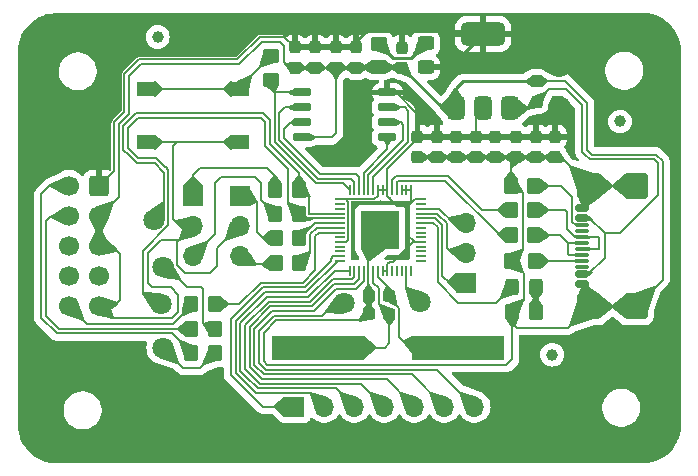
<source format=gbr>
%TF.GenerationSoftware,KiCad,Pcbnew,8.0.2*%
%TF.CreationDate,2025-07-17T16:33:10+07:00*%
%TF.ProjectId,PicoLink,5069636f-4c69-46e6-9b2e-6b696361645f,rev?*%
%TF.SameCoordinates,Original*%
%TF.FileFunction,Copper,L1,Top*%
%TF.FilePolarity,Positive*%
%FSLAX46Y46*%
G04 Gerber Fmt 4.6, Leading zero omitted, Abs format (unit mm)*
G04 Created by KiCad (PCBNEW 8.0.2) date 2025-07-17 16:33:10*
%MOMM*%
%LPD*%
G01*
G04 APERTURE LIST*
G04 Aperture macros list*
%AMRoundRect*
0 Rectangle with rounded corners*
0 $1 Rounding radius*
0 $2 $3 $4 $5 $6 $7 $8 $9 X,Y pos of 4 corners*
0 Add a 4 corners polygon primitive as box body*
4,1,4,$2,$3,$4,$5,$6,$7,$8,$9,$2,$3,0*
0 Add four circle primitives for the rounded corners*
1,1,$1+$1,$2,$3*
1,1,$1+$1,$4,$5*
1,1,$1+$1,$6,$7*
1,1,$1+$1,$8,$9*
0 Add four rect primitives between the rounded corners*
20,1,$1+$1,$2,$3,$4,$5,0*
20,1,$1+$1,$4,$5,$6,$7,0*
20,1,$1+$1,$6,$7,$8,$9,0*
20,1,$1+$1,$8,$9,$2,$3,0*%
G04 Aperture macros list end*
%TA.AperFunction,SMDPad,CuDef*%
%ADD10RoundRect,0.237500X0.300000X0.237500X-0.300000X0.237500X-0.300000X-0.237500X0.300000X-0.237500X0*%
%TD*%
%TA.AperFunction,SMDPad,CuDef*%
%ADD11RoundRect,0.250000X-0.450000X0.325000X-0.450000X-0.325000X0.450000X-0.325000X0.450000X0.325000X0*%
%TD*%
%TA.AperFunction,SMDPad,CuDef*%
%ADD12RoundRect,0.237500X0.237500X-0.300000X0.237500X0.300000X-0.237500X0.300000X-0.237500X-0.300000X0*%
%TD*%
%TA.AperFunction,SMDPad,CuDef*%
%ADD13RoundRect,0.250000X0.350000X0.450000X-0.350000X0.450000X-0.350000X-0.450000X0.350000X-0.450000X0*%
%TD*%
%TA.AperFunction,SMDPad,CuDef*%
%ADD14R,7.875000X2.000000*%
%TD*%
%TA.AperFunction,SMDPad,CuDef*%
%ADD15RoundRect,0.250000X0.325000X0.450000X-0.325000X0.450000X-0.325000X-0.450000X0.325000X-0.450000X0*%
%TD*%
%TA.AperFunction,SMDPad,CuDef*%
%ADD16RoundRect,0.237500X-0.237500X0.300000X-0.237500X-0.300000X0.237500X-0.300000X0.237500X0.300000X0*%
%TD*%
%TA.AperFunction,SMDPad,CuDef*%
%ADD17R,1.550000X1.300000*%
%TD*%
%TA.AperFunction,SMDPad,CuDef*%
%ADD18RoundRect,0.150000X-0.650000X-0.150000X0.650000X-0.150000X0.650000X0.150000X-0.650000X0.150000X0*%
%TD*%
%TA.AperFunction,SMDPad,CuDef*%
%ADD19RoundRect,0.375000X0.375000X-0.625000X0.375000X0.625000X-0.375000X0.625000X-0.375000X-0.625000X0*%
%TD*%
%TA.AperFunction,SMDPad,CuDef*%
%ADD20RoundRect,0.500000X1.400000X-0.500000X1.400000X0.500000X-1.400000X0.500000X-1.400000X-0.500000X0*%
%TD*%
%TA.AperFunction,SMDPad,CuDef*%
%ADD21RoundRect,0.250000X-0.350000X-0.450000X0.350000X-0.450000X0.350000X0.450000X-0.350000X0.450000X0*%
%TD*%
%TA.AperFunction,SMDPad,CuDef*%
%ADD22RoundRect,0.250000X-0.450000X0.350000X-0.450000X-0.350000X0.450000X-0.350000X0.450000X0.350000X0*%
%TD*%
%TA.AperFunction,SMDPad,CuDef*%
%ADD23C,1.000000*%
%TD*%
%TA.AperFunction,SMDPad,CuDef*%
%ADD24RoundRect,0.150000X0.425000X-0.150000X0.425000X0.150000X-0.425000X0.150000X-0.425000X-0.150000X0*%
%TD*%
%TA.AperFunction,SMDPad,CuDef*%
%ADD25RoundRect,0.075000X0.500000X-0.075000X0.500000X0.075000X-0.500000X0.075000X-0.500000X-0.075000X0*%
%TD*%
%TA.AperFunction,SMDPad,CuDef*%
%ADD26RoundRect,0.250000X0.750000X-0.840000X0.750000X0.840000X-0.750000X0.840000X-0.750000X-0.840000X0*%
%TD*%
%TA.AperFunction,SMDPad,CuDef*%
%ADD27RoundRect,0.050000X-0.387500X-0.050000X0.387500X-0.050000X0.387500X0.050000X-0.387500X0.050000X0*%
%TD*%
%TA.AperFunction,SMDPad,CuDef*%
%ADD28RoundRect,0.050000X-0.050000X-0.387500X0.050000X-0.387500X0.050000X0.387500X-0.050000X0.387500X0*%
%TD*%
%TA.AperFunction,HeatsinkPad*%
%ADD29R,3.200000X3.200000*%
%TD*%
%TA.AperFunction,SMDPad,CuDef*%
%ADD30RoundRect,0.250000X0.450000X-0.350000X0.450000X0.350000X-0.450000X0.350000X-0.450000X-0.350000X0*%
%TD*%
%TA.AperFunction,ComponentPad*%
%ADD31R,1.700000X1.700000*%
%TD*%
%TA.AperFunction,ComponentPad*%
%ADD32O,1.700000X1.700000*%
%TD*%
%TA.AperFunction,ComponentPad*%
%ADD33RoundRect,0.250000X0.600000X0.600000X-0.600000X0.600000X-0.600000X-0.600000X0.600000X-0.600000X0*%
%TD*%
%TA.AperFunction,ComponentPad*%
%ADD34C,1.700000*%
%TD*%
%TA.AperFunction,ViaPad*%
%ADD35C,1.800000*%
%TD*%
%TA.AperFunction,Conductor*%
%ADD36C,0.200000*%
%TD*%
%TA.AperFunction,Conductor*%
%ADD37C,0.250000*%
%TD*%
G04 APERTURE END LIST*
D10*
%TO.P,C23,1*%
%TO.N,/XOUT*%
X156462500Y-98200000D03*
%TO.P,C23,2*%
%TO.N,GND*%
X154737500Y-98200000D03*
%TD*%
D11*
%TO.P,D3,1,K*%
%TO.N,Net-(D3-K)*%
X159550001Y-76825002D03*
%TO.P,D3,2,A*%
%TO.N,+3.3V*%
X159549999Y-78874998D03*
%TD*%
D12*
%TO.P,C18,1*%
%TO.N,+5V*%
X168950000Y-81762500D03*
%TO.P,C18,2*%
%TO.N,GND*%
X168950000Y-80037500D03*
%TD*%
D13*
%TO.P,R23,1*%
%TO.N,TGT_SWCLK*%
X148800000Y-89250000D03*
%TO.P,R23,2*%
%TO.N,Net-(J4-Pin_1)*%
X146800000Y-89250000D03*
%TD*%
%TO.P,R25,1*%
%TO.N,TGT_TX*%
X148850000Y-93350000D03*
%TO.P,R25,2*%
%TO.N,Net-(J7-Pin_1)*%
X146850000Y-93350000D03*
%TD*%
D14*
%TO.P,Y2,1,1*%
%TO.N,/XIN*%
X150412500Y-102600000D03*
%TO.P,Y2,2,2*%
%TO.N,/XOUT*%
X162287500Y-102600000D03*
%TD*%
D15*
%TO.P,D2,1,K*%
%TO.N,Net-(D2-K)*%
X168874998Y-97450001D03*
%TO.P,D2,2,A*%
%TO.N,Net-(D2-A)*%
X166825002Y-97449999D03*
%TD*%
D16*
%TO.P,C32,1*%
%TO.N,+3.3V*%
X167150000Y-84737500D03*
%TO.P,C32,2*%
%TO.N,GND*%
X167150000Y-86462500D03*
%TD*%
%TO.P,C21,1*%
%TO.N,+3.3V*%
X151950000Y-77175000D03*
%TO.P,C21,2*%
%TO.N,GND*%
X151950000Y-78900000D03*
%TD*%
%TO.P,C17,1*%
%TO.N,+3.3V*%
X157550000Y-77187500D03*
%TO.P,C17,2*%
%TO.N,GND*%
X157550000Y-78912500D03*
%TD*%
D17*
%TO.P,SW2,1,1*%
%TO.N,Net-(R20-Pad2)*%
X135875000Y-80700000D03*
X143825000Y-80700000D03*
%TO.P,SW2,2,2*%
%TO.N,GND*%
X135875000Y-85200000D03*
X143825000Y-85200000D03*
%TD*%
D16*
%TO.P,C28,1*%
%TO.N,+3.3V*%
X170500000Y-84737500D03*
%TO.P,C28,2*%
%TO.N,GND*%
X170500000Y-86462500D03*
%TD*%
D10*
%TO.P,C1,1*%
%TO.N,/XIN*%
X156462500Y-99750000D03*
%TO.P,C1,2*%
%TO.N,GND*%
X154737500Y-99750000D03*
%TD*%
D13*
%TO.P,R1,1*%
%TO.N,Net-(J2-CC1)*%
X168799997Y-95249998D03*
%TO.P,R1,2*%
%TO.N,GND*%
X166799997Y-95249998D03*
%TD*%
D18*
%TO.P,U4,1,~{CS}*%
%TO.N,/SPI_SS_N*%
X149100003Y-80995000D03*
%TO.P,U4,2,DO(IO1)*%
%TO.N,/SPI_SD1*%
X149100000Y-82265000D03*
%TO.P,U4,3,IO2*%
%TO.N,/SPI_SD2*%
X149100000Y-83535000D03*
%TO.P,U4,4,GND*%
%TO.N,GND*%
X149099999Y-84804999D03*
%TO.P,U4,5,DI(IO0)*%
%TO.N,/SPI_SD0*%
X156299997Y-84805000D03*
%TO.P,U4,6,CLK*%
%TO.N,/SPI_SCLK*%
X156300000Y-83535000D03*
%TO.P,U4,7,IO3*%
%TO.N,/SPI_SD3*%
X156300000Y-82265000D03*
%TO.P,U4,8,VCC*%
%TO.N,+3.3V*%
X156300001Y-80995001D03*
%TD*%
D19*
%TO.P,U6,1,GND*%
%TO.N,GND*%
X162100000Y-82349999D03*
%TO.P,U6,2,VO*%
%TO.N,+3.3V*%
X164400000Y-82350000D03*
D20*
X164400000Y-76050000D03*
D19*
%TO.P,U6,3,VI*%
%TO.N,+5V*%
X166699999Y-82350001D03*
%TD*%
D16*
%TO.P,C16,1*%
%TO.N,+3.3V*%
X153650001Y-77175001D03*
%TO.P,C16,2*%
%TO.N,GND*%
X153650001Y-78900001D03*
%TD*%
D21*
%TO.P,R17,1*%
%TO.N,Net-(J3-SWCLK{slash}TCK)*%
X139700000Y-101000000D03*
%TO.P,R17,2*%
%TO.N,TGT_SWCLK*%
X141700000Y-101000000D03*
%TD*%
D16*
%TO.P,C27,1*%
%TO.N,+3.3V*%
X168850000Y-84737500D03*
%TO.P,C27,2*%
%TO.N,GND*%
X168850000Y-86462500D03*
%TD*%
D22*
%TO.P,R22,1*%
%TO.N,Net-(D3-K)*%
X155550000Y-76850000D03*
%TO.P,R22,2*%
%TO.N,GND*%
X155550000Y-78850000D03*
%TD*%
D13*
%TO.P,R21,1*%
%TO.N,Net-(D2-K)*%
X168850000Y-99550000D03*
%TO.P,R21,2*%
%TO.N,GND*%
X166850000Y-99550000D03*
%TD*%
D16*
%TO.P,C30,1*%
%TO.N,+3.3V*%
X163800000Y-84737500D03*
%TO.P,C30,2*%
%TO.N,GND*%
X163800000Y-86462500D03*
%TD*%
D13*
%TO.P,R26,1*%
%TO.N,TGT_RX*%
X148850000Y-95450000D03*
%TO.P,R26,2*%
%TO.N,Net-(J7-Pin_3)*%
X146850000Y-95450000D03*
%TD*%
D23*
%TO.P,FID3,*%
%TO.N,*%
X136850000Y-76300000D03*
%TD*%
D16*
%TO.P,C26,1*%
%TO.N,+3.3V*%
X160500000Y-84737500D03*
%TO.P,C26,2*%
%TO.N,GND*%
X160500000Y-86462500D03*
%TD*%
D21*
%TO.P,R19,1*%
%TO.N,Net-(J3-SWDIO{slash}TMS)*%
X139700000Y-103050000D03*
%TO.P,R19,2*%
%TO.N,TGT_SWDIO*%
X141700000Y-103050000D03*
%TD*%
D13*
%TO.P,R6,1*%
%TO.N,Net-(J2-CC2)*%
X168749996Y-88899997D03*
%TO.P,R6,2*%
%TO.N,GND*%
X166749996Y-88899997D03*
%TD*%
D24*
%TO.P,J2,A1,GND*%
%TO.N,GND*%
X172820000Y-97200000D03*
%TO.P,J2,A4,VBUS*%
%TO.N,+5V*%
X172820001Y-96400001D03*
D25*
%TO.P,J2,A5,CC1*%
%TO.N,Net-(J2-CC1)*%
X172820003Y-95250002D03*
%TO.P,J2,A6,D+*%
%TO.N,/D+*%
X172820000Y-94250002D03*
%TO.P,J2,A7,D-*%
%TO.N,/D-*%
X172819998Y-93750001D03*
%TO.P,J2,A8*%
%TO.N,N/C*%
X172820000Y-92749999D03*
D24*
%TO.P,J2,A9,VBUS*%
%TO.N,+5V*%
X172819999Y-91599999D03*
%TO.P,J2,A12,GND*%
%TO.N,GND*%
X172819997Y-90800000D03*
%TO.P,J2,B1,GND*%
X172819997Y-90800000D03*
%TO.P,J2,B4,VBUS*%
%TO.N,+5V*%
X172819999Y-91599999D03*
D25*
%TO.P,J2,B5,CC2*%
%TO.N,Net-(J2-CC2)*%
X172820002Y-92250002D03*
%TO.P,J2,B6,D+*%
%TO.N,/D+*%
X172820000Y-93250001D03*
%TO.P,J2,B7,D-*%
%TO.N,/D-*%
X172820000Y-94749999D03*
%TO.P,J2,B8*%
%TO.N,N/C*%
X172819997Y-95750000D03*
D24*
%TO.P,J2,B9,VBUS*%
%TO.N,+5V*%
X172820001Y-96400001D03*
%TO.P,J2,B12,GND*%
%TO.N,GND*%
X172820000Y-97200000D03*
D26*
%TO.P,J2,S1,SHIELD*%
X177325000Y-99110002D03*
X173394999Y-99109996D03*
X177325002Y-88889999D03*
X173395000Y-88889998D03*
%TD*%
D13*
%TO.P,R13,1*%
%TO.N,/D+*%
X168749997Y-90949998D03*
%TO.P,R13,2*%
%TO.N,/USB_DP*%
X166749997Y-90949998D03*
%TD*%
D16*
%TO.P,C29,1*%
%TO.N,+3.3V*%
X162150000Y-84737500D03*
%TO.P,C29,2*%
%TO.N,GND*%
X162150000Y-86462500D03*
%TD*%
D23*
%TO.P,FID1,*%
%TO.N,*%
X170250000Y-103200000D03*
%TD*%
D13*
%TO.P,R12,1*%
%TO.N,/D-*%
X168749997Y-93099998D03*
%TO.P,R12,2*%
%TO.N,/USB_DM*%
X166749997Y-93099998D03*
%TD*%
D16*
%TO.P,C20,1*%
%TO.N,+3.3V*%
X148450002Y-77175002D03*
%TO.P,C20,2*%
%TO.N,GND*%
X148450002Y-78900002D03*
%TD*%
%TO.P,C19,1*%
%TO.N,+3.3V*%
X158850000Y-84737500D03*
%TO.P,C19,2*%
%TO.N,GND*%
X158850000Y-86462500D03*
%TD*%
D27*
%TO.P,RP1,1,VDD*%
%TO.N,+3.3V*%
X152262500Y-90050000D03*
%TO.P,RP1,2,GPIO0*%
%TO.N,unconnected-(RP1-GPIO0-Pad2)*%
X152262500Y-90450000D03*
%TO.P,RP1,3,GPIO1*%
%TO.N,/SWDIR*%
X152262500Y-90850000D03*
%TO.P,RP1,4,GPIO2*%
%TO.N,TGT_SWCLK*%
X152262500Y-91250000D03*
%TO.P,RP1,5,GPIO3*%
%TO.N,TGT_SWDIO*%
X152262500Y-91650000D03*
%TO.P,RP1,6,GPIO4*%
%TO.N,TGT_TX*%
X152262500Y-92050000D03*
%TO.P,RP1,7,GPIO5*%
%TO.N,TGT_RX*%
X152262500Y-92450000D03*
%TO.P,RP1,8,GPIO6*%
%TO.N,TGT_RESET*%
X152262500Y-92850000D03*
%TO.P,RP1,9,GPIO7*%
%TO.N,unconnected-(RP1-GPIO7-Pad9)*%
X152262500Y-93250000D03*
%TO.P,RP1,10,VDD*%
%TO.N,+3.3V*%
X152262500Y-93650000D03*
%TO.P,RP1,11,GPIO8*%
%TO.N,unconnected-(RP1-GPIO8-Pad11)*%
X152262500Y-94050000D03*
%TO.P,RP1,12,GPIO9*%
%TO.N,unconnected-(RP1-GPIO9-Pad12)*%
X152262500Y-94450000D03*
%TO.P,RP1,13,GPIO10*%
%TO.N,/SIGROK_IN1*%
X152262500Y-94850000D03*
%TO.P,RP1,14,GPIO11*%
%TO.N,/SIGROK_IN2*%
X152262500Y-95250000D03*
D28*
%TO.P,RP1,15,GPIO12*%
%TO.N,/SIGROK_IN3*%
X153100000Y-96087500D03*
%TO.P,RP1,16,GPIO13*%
%TO.N,/SIGROK_IN4*%
X153500000Y-96087500D03*
%TO.P,RP1,17,GPIO14*%
%TO.N,/SIGROK_IN5*%
X153900000Y-96087500D03*
%TO.P,RP1,18,GPIO15*%
%TO.N,/SIGROK_IN6*%
X154300000Y-96087500D03*
%TO.P,RP1,19,TESTEN*%
%TO.N,GND*%
X154700000Y-96087500D03*
%TO.P,RP1,20,XIN*%
%TO.N,/XIN*%
X155100000Y-96087500D03*
%TO.P,RP1,21,XOUT*%
%TO.N,/XOUT*%
X155500000Y-96087500D03*
%TO.P,RP1,22,VDD*%
%TO.N,+3.3V*%
X155900000Y-96087500D03*
%TO.P,RP1,23,DVVD*%
X156300000Y-96087500D03*
%TO.P,RP1,24,SWCLK*%
%TO.N,SWD_CLK*%
X156700000Y-96087500D03*
%TO.P,RP1,25,SWDIO*%
%TO.N,SWD_DIO*%
X157100000Y-96087500D03*
%TO.P,RP1,26,RUN*%
%TO.N,Reset*%
X157500000Y-96087500D03*
%TO.P,RP1,27,GPIO16*%
%TO.N,/SIGROK_IN7*%
X157900000Y-96087500D03*
%TO.P,RP1,28,GPIO17*%
%TO.N,/SIGROK_IN8*%
X158300000Y-96087500D03*
D27*
%TO.P,RP1,29,GPIO18*%
%TO.N,unconnected-(RP1-GPIO18-Pad29)*%
X159137500Y-95250000D03*
%TO.P,RP1,30,GPIO19*%
%TO.N,unconnected-(RP1-GPIO19-Pad30)*%
X159137500Y-94850000D03*
%TO.P,RP1,31,GPIO20*%
%TO.N,unconnected-(RP1-GPIO20-Pad31)*%
X159137500Y-94450000D03*
%TO.P,RP1,32,GPIO21*%
%TO.N,unconnected-(RP1-GPIO21-Pad32)*%
X159137500Y-94050000D03*
%TO.P,RP1,33,VDD*%
%TO.N,+3.3V*%
X159137500Y-93650000D03*
%TO.P,RP1,34,GPIO22*%
%TO.N,unconnected-(RP1-GPIO22-Pad34)*%
X159137500Y-93250000D03*
%TO.P,RP1,35,GPIO23*%
%TO.N,unconnected-(RP1-GPIO23-Pad35)*%
X159137500Y-92850000D03*
%TO.P,RP1,36,GPIO24*%
%TO.N,unconnected-(RP1-GPIO24-Pad36)*%
X159137500Y-92450000D03*
%TO.P,RP1,37,GPIO25*%
%TO.N,Net-(D2-A)*%
X159137500Y-92050000D03*
%TO.P,RP1,38,GPIO26/ADC0*%
%TO.N,/SIGROK_ADC0*%
X159137500Y-91650000D03*
%TO.P,RP1,39,GPIO27/ADC1*%
%TO.N,/SIGROK_ADC1*%
X159137500Y-91250000D03*
%TO.P,RP1,40,GPIO28/ADC2*%
%TO.N,/SIGROK_ADC2*%
X159137500Y-90850000D03*
%TO.P,RP1,41,GPIO29/ADC3*%
%TO.N,unconnected-(RP1-GPIO29{slash}ADC3-Pad41)*%
X159137500Y-90450000D03*
%TO.P,RP1,42,VDD*%
%TO.N,+3.3V*%
X159137500Y-90050000D03*
D28*
%TO.P,RP1,43,AVDD*%
X158300000Y-89212500D03*
%TO.P,RP1,44,VREG_VIN*%
X157900000Y-89212500D03*
%TO.P,RP1,45,VREG_VOUT*%
X157500000Y-89212500D03*
%TO.P,RP1,46,USB_DM*%
%TO.N,/USB_DM*%
X157100000Y-89212500D03*
%TO.P,RP1,47,USB_DP*%
%TO.N,/USB_DP*%
X156700000Y-89212500D03*
%TO.P,RP1,48,USB_VDD*%
%TO.N,+3.3V*%
X156300000Y-89212500D03*
%TO.P,RP1,49,VDD*%
X155900000Y-89212500D03*
%TO.P,RP1,50,DVVD*%
X155500000Y-89212500D03*
%TO.P,RP1,51,SPI_SD3*%
%TO.N,/SPI_SD3*%
X155100000Y-89212500D03*
%TO.P,RP1,52,SPI_SCLK*%
%TO.N,/SPI_SCLK*%
X154700000Y-89212500D03*
%TO.P,RP1,53,SPI_SD0*%
%TO.N,/SPI_SD0*%
X154300000Y-89212500D03*
%TO.P,RP1,54,SPI_SD2*%
%TO.N,/SPI_SD2*%
X153900000Y-89212500D03*
%TO.P,RP1,55,SPI_SD1*%
%TO.N,/SPI_SD1*%
X153500000Y-89212500D03*
%TO.P,RP1,56,SPI_SS_N*%
%TO.N,/SPI_SS_N*%
X153100000Y-89212500D03*
D29*
%TO.P,RP1,57,VSS*%
%TO.N,GND*%
X155700000Y-92650000D03*
%TD*%
D23*
%TO.P,FID2,*%
%TO.N,*%
X176000000Y-83450000D03*
%TD*%
D30*
%TO.P,R20,1*%
%TO.N,/SPI_SS_N*%
X146450000Y-79900000D03*
%TO.P,R20,2*%
%TO.N,Net-(R20-Pad2)*%
X146450000Y-77900000D03*
%TD*%
D16*
%TO.P,C22,1*%
%TO.N,+3.3V*%
X150200002Y-77175003D03*
%TO.P,C22,2*%
%TO.N,GND*%
X150200002Y-78900003D03*
%TD*%
%TO.P,C31,1*%
%TO.N,+3.3V*%
X165450000Y-84737500D03*
%TO.P,C31,2*%
%TO.N,GND*%
X165450000Y-86462500D03*
%TD*%
D13*
%TO.P,R24,1*%
%TO.N,TGT_SWDIO*%
X148800000Y-91300000D03*
%TO.P,R24,2*%
%TO.N,Net-(J4-Pin_3)*%
X146800000Y-91300000D03*
%TD*%
D21*
%TO.P,R14,1*%
%TO.N,Net-(J3-~{RESET})*%
X139700000Y-98900000D03*
%TO.P,R14,2*%
%TO.N,TGT_RESET*%
X141700000Y-98900000D03*
%TD*%
D31*
%TO.P,J8,1,Pin_1*%
%TO.N,/SIGROK_IN1*%
X148430000Y-107600000D03*
D32*
%TO.P,J8,2,Pin_2*%
%TO.N,/SIGROK_IN2*%
X150970000Y-107600000D03*
%TO.P,J8,3,Pin_3*%
%TO.N,/SIGROK_IN3*%
X153510000Y-107600000D03*
%TO.P,J8,4,Pin_4*%
%TO.N,/SIGROK_IN4*%
X156050000Y-107600000D03*
%TO.P,J8,5,Pin_5*%
%TO.N,/SIGROK_IN5*%
X158590000Y-107600000D03*
%TO.P,J8,6,Pin_6*%
%TO.N,/SIGROK_IN6*%
X161130000Y-107600000D03*
%TO.P,J8,7,Pin_7*%
%TO.N,/SIGROK_IN7*%
X163670000Y-107600000D03*
%TD*%
D31*
%TO.P,J4,1,Pin_1*%
%TO.N,Net-(J4-Pin_1)*%
X139850000Y-89775000D03*
D32*
%TO.P,J4,2,Pin_2*%
%TO.N,GND*%
X139850000Y-92315000D03*
%TO.P,J4,3,Pin_3*%
%TO.N,Net-(J4-Pin_3)*%
X139850000Y-94855000D03*
%TD*%
D33*
%TO.P,J3,1,VTref*%
%TO.N,+3.3V*%
X131900000Y-88920000D03*
D34*
%TO.P,J3,2,SWDIO/TMS*%
%TO.N,Net-(J3-SWDIO{slash}TMS)*%
X129360000Y-88920000D03*
%TO.P,J3,3,GND*%
%TO.N,GND*%
X131900000Y-91460000D03*
%TO.P,J3,4,SWCLK/TCK*%
%TO.N,Net-(J3-SWCLK{slash}TCK)*%
X129360000Y-91460000D03*
%TO.P,J3,5,GND*%
%TO.N,GND*%
X131900000Y-94000000D03*
%TO.P,J3,6,SWO/TDO*%
%TO.N,unconnected-(J3-SWO{slash}TDO-Pad6)*%
X129360000Y-94000000D03*
%TO.P,J3,7,KEY*%
%TO.N,unconnected-(J3-KEY-Pad7)*%
X131900000Y-96540000D03*
%TO.P,J3,8,NC/TDI*%
%TO.N,unconnected-(J3-NC{slash}TDI-Pad8)*%
X129360000Y-96540000D03*
%TO.P,J3,9,GNDDetect*%
%TO.N,GND*%
X131900000Y-99080000D03*
%TO.P,J3,10,~{RESET}*%
%TO.N,Net-(J3-~{RESET})*%
X129360000Y-99080000D03*
%TD*%
D31*
%TO.P,J7,1,Pin_1*%
%TO.N,Net-(J7-Pin_1)*%
X143800000Y-89760000D03*
D32*
%TO.P,J7,2,Pin_2*%
%TO.N,GND*%
X143800000Y-92300000D03*
%TO.P,J7,3,Pin_3*%
%TO.N,Net-(J7-Pin_3)*%
X143800000Y-94840000D03*
%TD*%
D31*
%TO.P,J9,1,Pin_1*%
%TO.N,/SIGROK_ADC0*%
X163000001Y-97140003D03*
D32*
%TO.P,J9,2,Pin_2*%
%TO.N,/SIGROK_ADC1*%
X163000000Y-94600000D03*
%TO.P,J9,3,Pin_3*%
%TO.N,/SIGROK_ADC2*%
X163000001Y-92060003D03*
%TD*%
D35*
%TO.N,+3.3V*%
X170900000Y-82200000D03*
X170850000Y-78837500D03*
%TO.N,TGT_SWCLK*%
X136550000Y-91750000D03*
X137300000Y-95800000D03*
%TO.N,TGT_SWDIO*%
X137109099Y-98909099D03*
X137301471Y-102600000D03*
%TO.N,/SIGROK_IN7*%
X152600000Y-98825000D03*
X159050000Y-98750000D03*
%TD*%
D36*
%TO.N,GND*%
X166850000Y-103575000D02*
X166375000Y-104050000D01*
X143825000Y-85200000D02*
X138500000Y-85200000D01*
X173395005Y-99110002D02*
X173394999Y-99109996D01*
X135250000Y-85200000D02*
X135875000Y-85200000D01*
X170967502Y-86462500D02*
X170500000Y-86462500D01*
X149099999Y-84804999D02*
X151595001Y-84804999D01*
X154187500Y-100300000D02*
X154737500Y-99750000D01*
X136000000Y-97097057D02*
X136352943Y-97450000D01*
X162150000Y-86462500D02*
X160500000Y-86462500D01*
X148450003Y-78900004D02*
X150200000Y-78900003D01*
X145850000Y-101350000D02*
X146900000Y-100300000D01*
X173394999Y-97774999D02*
X172820000Y-97200000D01*
X173395000Y-88889998D02*
X170967502Y-86462500D01*
X154737500Y-98200000D02*
X154737500Y-99750000D01*
X154700000Y-93650000D02*
X155700000Y-92650000D01*
X137950000Y-97450000D02*
X138600000Y-98100000D01*
X173200000Y-85850000D02*
X173600000Y-86250000D01*
X170500000Y-86462500D02*
X168850000Y-86462500D01*
X145850000Y-103750000D02*
X145850000Y-101350000D01*
X133220000Y-99080000D02*
X131900000Y-99080000D01*
X146150000Y-104050000D02*
X145850000Y-103750000D01*
X166850000Y-99550000D02*
X166850000Y-100500000D01*
X138700000Y-93465000D02*
X137100686Y-93465000D01*
X136352943Y-97450000D02*
X137950000Y-97450000D01*
X138600000Y-98100000D02*
X138600000Y-99584314D01*
X147550000Y-77050000D02*
X147200000Y-76700000D01*
X154700000Y-98162500D02*
X154737500Y-98200000D01*
X167250000Y-100900000D02*
X171604995Y-100900000D01*
X131900000Y-91460000D02*
X131900000Y-94000000D01*
X177325000Y-99110002D02*
X173395005Y-99110002D01*
X160500000Y-86462500D02*
X158850000Y-86462500D01*
X138150000Y-91700000D02*
X138150000Y-85550000D01*
X165450000Y-86462500D02*
X163800000Y-86462500D01*
X153650001Y-78900003D02*
X151950000Y-78900002D01*
X148000002Y-78900002D02*
X147550000Y-78450000D01*
X143750000Y-78600000D02*
X135400000Y-78600000D01*
X135400000Y-78600000D02*
X134400000Y-79600000D01*
X133550000Y-83668629D02*
X133550000Y-89810000D01*
X141900000Y-94200000D02*
X141900000Y-95650000D01*
X136000000Y-94565686D02*
X136000000Y-97097057D01*
D37*
X157550000Y-78912500D02*
X155612500Y-78912500D01*
D36*
X137100686Y-93465000D02*
X136000000Y-94565686D01*
X162150000Y-86462500D02*
X163800000Y-86462500D01*
X132929099Y-100109099D02*
X131900000Y-99080000D01*
X138150000Y-85550000D02*
X138500000Y-85200000D01*
X138500000Y-95600000D02*
X138500000Y-93665000D01*
X166850000Y-100500000D02*
X167250000Y-100900000D01*
X133050000Y-94000000D02*
X133700000Y-94650000D01*
D37*
X155612500Y-78912500D02*
X155550000Y-78850000D01*
X162100000Y-82349999D02*
X160987499Y-82349999D01*
D36*
X133700000Y-98600000D02*
X133220000Y-99080000D01*
D37*
X160987499Y-82349999D02*
X157550000Y-78912500D01*
D36*
X138765000Y-92315000D02*
X138150000Y-91700000D01*
X131900000Y-94000000D02*
X133050000Y-94000000D01*
X139150000Y-96250000D02*
X138500000Y-95600000D01*
X173394999Y-99109996D02*
X173394999Y-97774999D01*
X151595001Y-84804999D02*
X151950000Y-84450000D01*
X166749996Y-88899997D02*
X166749996Y-86862504D01*
X141300000Y-96250000D02*
X139150000Y-96250000D01*
X138500000Y-85200000D02*
X135875000Y-85200000D01*
X134400000Y-82818629D02*
X133550000Y-83668629D01*
D37*
X162100000Y-82349999D02*
X162100000Y-80650000D01*
D36*
X177325002Y-88889999D02*
X173395001Y-88889999D01*
D37*
X162100000Y-80650000D02*
X162712500Y-80037500D01*
D36*
X139850000Y-92315000D02*
X138765000Y-92315000D01*
X173600000Y-86250000D02*
X179065686Y-86250000D01*
X173395001Y-88889999D02*
X173395000Y-88889998D01*
X147200000Y-76700000D02*
X145650000Y-76700000D01*
X150200000Y-78900003D02*
X150199999Y-78900001D01*
X151950000Y-78900001D02*
X150200003Y-78900001D01*
X138500000Y-93665000D02*
X138700000Y-93465000D01*
X167750000Y-94299995D02*
X167750000Y-89500000D01*
X171337500Y-80037500D02*
X173200000Y-81900000D01*
X166375000Y-104050000D02*
X146150000Y-104050000D01*
X150200003Y-78900001D02*
X150199999Y-78900001D01*
X173200000Y-81900000D02*
X173200000Y-85850000D01*
X171604995Y-100900000D02*
X173394999Y-99109996D01*
X166850000Y-99550000D02*
X167850000Y-98550000D01*
X151950000Y-84450000D02*
X151950000Y-78900000D01*
X166850000Y-99550000D02*
X166850000Y-103575000D01*
X151950000Y-78900002D02*
X151950000Y-78900001D01*
D37*
X155550000Y-78850000D02*
X153700002Y-78850000D01*
D36*
X167150000Y-86462500D02*
X165450000Y-86462500D01*
X166799997Y-95249998D02*
X167750000Y-94299995D01*
X166749996Y-86862504D02*
X167150000Y-86462500D01*
X154700000Y-96087500D02*
X154700000Y-98162500D01*
X179600000Y-96835002D02*
X177325000Y-99110002D01*
X154700000Y-96087500D02*
X154700000Y-93650000D01*
X145650000Y-76700000D02*
X143750000Y-78600000D01*
X141900000Y-95650000D02*
X141300000Y-96250000D01*
X146900000Y-100300000D02*
X154187500Y-100300000D01*
D37*
X153700002Y-78850000D02*
X153650001Y-78900001D01*
D36*
X138075215Y-100109099D02*
X132929099Y-100109099D01*
X179065686Y-86250000D02*
X179600000Y-86784314D01*
X167149997Y-88899997D02*
X166749996Y-88899997D01*
X143800000Y-92300000D02*
X141900000Y-94200000D01*
X167850000Y-96300001D02*
X166799997Y-95249998D01*
X133700000Y-94650000D02*
X133700000Y-98600000D01*
X173395000Y-90224997D02*
X172819997Y-90800000D01*
X168850000Y-86462500D02*
X167150000Y-86462500D01*
X133550000Y-89810000D02*
X131900000Y-91460000D01*
X139850000Y-92315000D02*
X138700000Y-93465000D01*
X134400000Y-79600000D02*
X134400000Y-82818629D01*
X167850000Y-98550000D02*
X167850000Y-96300001D01*
X167750000Y-89500000D02*
X167149997Y-88899997D01*
X179600000Y-86784314D02*
X179600000Y-96835002D01*
D37*
X162712500Y-80037500D02*
X168950000Y-80037500D01*
D36*
X168950000Y-80037500D02*
X171337500Y-80037500D01*
X138600000Y-99584314D02*
X138075215Y-100109099D01*
X173395000Y-88889998D02*
X173395000Y-90224997D01*
X147550000Y-78450000D02*
X147550000Y-77050000D01*
X148450002Y-78900002D02*
X148000002Y-78900002D01*
%TO.N,+3.3V*%
X155900000Y-89212500D02*
X155500000Y-89212500D01*
X163800000Y-82950000D02*
X164400000Y-82350000D01*
D37*
X164400000Y-76050000D02*
X164100000Y-75750000D01*
D36*
X160500000Y-84737500D02*
X162150000Y-84737500D01*
X134000000Y-82652943D02*
X134000000Y-79434314D01*
X159137500Y-90050000D02*
X159400000Y-90050000D01*
X162150000Y-84737500D02*
X163800000Y-84737500D01*
X153000000Y-93446360D02*
X152796360Y-93650000D01*
X134000000Y-79434314D02*
X135234314Y-78200000D01*
X152796360Y-93650000D02*
X152262500Y-93650000D01*
X156300000Y-87481372D02*
X158850000Y-84931372D01*
X133150000Y-83502943D02*
X134000000Y-82652943D01*
D37*
X154537502Y-75750000D02*
X153650001Y-76637501D01*
D36*
X158850000Y-84931372D02*
X158850000Y-84737500D01*
X135234314Y-78200000D02*
X143584314Y-78200000D01*
X158850000Y-82784314D02*
X157060687Y-80995001D01*
X156603640Y-90050000D02*
X156300000Y-89746360D01*
X156300000Y-89746360D02*
X157130460Y-90576820D01*
X170187500Y-78837500D02*
X170100000Y-78750000D01*
X165450000Y-84737500D02*
X167150000Y-84737500D01*
X150199999Y-77175003D02*
X150200000Y-77175003D01*
X158603640Y-90050000D02*
X159137500Y-90050000D01*
X150200000Y-77175003D02*
X151949998Y-77175003D01*
X163500000Y-84437500D02*
X163800000Y-84737500D01*
X157060687Y-80995001D02*
X156300001Y-80995001D01*
X133150000Y-87670000D02*
X133150000Y-83502943D01*
D37*
X157550000Y-76050000D02*
X157250000Y-75750000D01*
D36*
X155196360Y-90050000D02*
X155500000Y-89746360D01*
X158000000Y-90653640D02*
X158076820Y-90576820D01*
X159137500Y-93650000D02*
X158603640Y-93650000D01*
X145484314Y-76300000D02*
X147575000Y-76300000D01*
X157500000Y-89212500D02*
X157900000Y-89212500D01*
X131900000Y-88920000D02*
X133150000Y-87670000D01*
D37*
X153650001Y-76637501D02*
X153650001Y-77175001D01*
D36*
X158850000Y-84737500D02*
X160500000Y-84737500D01*
X155500000Y-89746360D02*
X155500000Y-89212500D01*
X158603640Y-93650000D02*
X158551820Y-93598180D01*
D37*
X164100000Y-75750000D02*
X157250000Y-75750000D01*
D36*
X156300000Y-95553640D02*
X156503640Y-95350000D01*
X151950000Y-77175001D02*
X151949999Y-77175001D01*
X152796360Y-90050000D02*
X153000000Y-90253640D01*
X170850000Y-78837500D02*
X168062500Y-76050000D01*
X147575000Y-76300000D02*
X148450002Y-77175002D01*
D37*
X157250000Y-75750000D02*
X154537502Y-75750000D01*
D36*
X155900000Y-96087500D02*
X156300000Y-96087500D01*
X158551820Y-93598180D02*
X158000000Y-93046360D01*
X158300000Y-90350000D02*
X158301820Y-90351820D01*
X156300000Y-96087500D02*
X156300000Y-95553640D01*
X152262500Y-90050000D02*
X152796360Y-90050000D01*
X158000000Y-93046360D02*
X158000000Y-90653640D01*
X170900000Y-82200000D02*
X170500000Y-82600000D01*
X170850000Y-78837500D02*
X170187500Y-78837500D01*
X168062500Y-76050000D02*
X164400000Y-76050000D01*
X153000000Y-90253640D02*
X153000000Y-93446360D01*
X151949998Y-77175003D02*
X151949999Y-77175001D01*
D37*
X159549999Y-78874998D02*
X161575002Y-78874998D01*
D36*
X156503640Y-95350000D02*
X156800000Y-95350000D01*
X163800000Y-84737500D02*
X163800000Y-82950000D01*
X156300000Y-89212500D02*
X156300000Y-89746360D01*
X143584314Y-78200000D02*
X145484314Y-76300000D01*
X158850000Y-84737500D02*
X158850000Y-82784314D01*
D37*
X157550000Y-77187500D02*
X157550000Y-76050000D01*
D36*
X156300000Y-89746360D02*
X156300000Y-87481372D01*
X158300000Y-89212500D02*
X158300000Y-90350000D01*
X157130460Y-90576820D02*
X158076820Y-90576820D01*
X156800000Y-95350000D02*
X158551820Y-93598180D01*
X158076820Y-90576820D02*
X158301820Y-90351820D01*
D37*
X161575002Y-78874998D02*
X164400000Y-76050000D01*
D36*
X170500000Y-82600000D02*
X170500000Y-84737500D01*
X163800000Y-84737500D02*
X165450000Y-84737500D01*
X157900000Y-89212500D02*
X158300000Y-89212500D01*
X148450003Y-77175002D02*
X150199999Y-77175003D01*
X152262500Y-90050000D02*
X155196360Y-90050000D01*
X158301820Y-90351820D02*
X158603640Y-90050000D01*
X167150000Y-84737500D02*
X168850000Y-84737500D01*
X156300000Y-89212500D02*
X155900000Y-89212500D01*
X153650000Y-77175003D02*
X151950000Y-77175001D01*
X168850000Y-84737500D02*
X170500000Y-84737500D01*
%TO.N,/XIN*%
X156462500Y-102237500D02*
X156462500Y-99750000D01*
X155100000Y-97087500D02*
X155100000Y-96087500D01*
X155100000Y-97087500D02*
X155575000Y-97562500D01*
X156100000Y-102600000D02*
X156462500Y-102237500D01*
X155575000Y-98862500D02*
X156462500Y-99750000D01*
X150412500Y-102600000D02*
X156100000Y-102600000D01*
X155575000Y-97562500D02*
X155575000Y-98862500D01*
%TO.N,/XOUT*%
X156462500Y-97583860D02*
X156462500Y-98200000D01*
X155500000Y-96621360D02*
X156462500Y-97583860D01*
X156462500Y-98445778D02*
X157300000Y-99283278D01*
X158200000Y-102600000D02*
X162287500Y-102600000D01*
X157300000Y-99283278D02*
X157300000Y-101700000D01*
X156462500Y-98200000D02*
X156462500Y-98445778D01*
X157300000Y-101700000D02*
X158200000Y-102600000D01*
X155500000Y-96087500D02*
X155500000Y-96621360D01*
%TO.N,Net-(D2-A)*%
X166825002Y-97449999D02*
X165475001Y-98800000D01*
X160550000Y-97050000D02*
X160550000Y-92400000D01*
X160200000Y-92050000D02*
X159137500Y-92050000D01*
X162300000Y-98800000D02*
X160550000Y-97050000D01*
X160550000Y-92400000D02*
X160200000Y-92050000D01*
X165475001Y-98800000D02*
X162300000Y-98800000D01*
%TO.N,Net-(D2-K)*%
X168874998Y-99525002D02*
X168850000Y-99550000D01*
X168874998Y-97450001D02*
X168874998Y-99525002D01*
D37*
%TO.N,Net-(D3-K)*%
X156750000Y-78050000D02*
X158325003Y-78050000D01*
X155550000Y-76850000D02*
X156750000Y-78050000D01*
X158325003Y-78050000D02*
X159550001Y-76825002D01*
D36*
%TO.N,/D-*%
X171600000Y-94699999D02*
X171650000Y-94749999D01*
X172819998Y-93750001D02*
X171600000Y-93750001D01*
X171600000Y-93750001D02*
X171600000Y-94699999D01*
X171650000Y-94749999D02*
X172820000Y-94749999D01*
X171600000Y-93750001D02*
X170949997Y-93099998D01*
X170949997Y-93099998D02*
X168749997Y-93099998D01*
%TO.N,Net-(J2-CC1)*%
X172820003Y-95250002D02*
X168800001Y-95250002D01*
X168800001Y-95250002D02*
X168799997Y-95249998D01*
%TO.N,/D+*%
X174200000Y-94250002D02*
X172820000Y-94250002D01*
X174200000Y-94250002D02*
X174200000Y-93250001D01*
X171344997Y-90949998D02*
X168749997Y-90949998D01*
X171544999Y-91150000D02*
X171344997Y-90949998D01*
X171544999Y-91250000D02*
X171544999Y-91150000D01*
X172212592Y-93250001D02*
X171544999Y-92582408D01*
X172820000Y-93250001D02*
X172212592Y-93250001D01*
X172820000Y-93250001D02*
X174200000Y-93250001D01*
X171544999Y-92582408D02*
X171544999Y-91250000D01*
%TO.N,Net-(J2-CC2)*%
X170999997Y-88899997D02*
X168749996Y-88899997D01*
X171944999Y-91940551D02*
X171944999Y-89844999D01*
X171944999Y-89844999D02*
X170999997Y-88899997D01*
X172254450Y-92250002D02*
X171944999Y-91940551D01*
X172820002Y-92250002D02*
X172254450Y-92250002D01*
%TO.N,Net-(J3-SWDIO{slash}TMS)*%
X139700000Y-103050000D02*
X138050000Y-101400000D01*
X127680000Y-88920000D02*
X129360000Y-88920000D01*
X127000000Y-100100000D02*
X127000000Y-89600000D01*
X127000000Y-89600000D02*
X127680000Y-88920000D01*
X128300000Y-101400000D02*
X127000000Y-100100000D01*
X138050000Y-101400000D02*
X128300000Y-101400000D01*
%TO.N,Net-(J3-SWCLK{slash}TCK)*%
X129360000Y-91460000D02*
X127840000Y-91460000D01*
X127400000Y-99934314D02*
X128465686Y-101000000D01*
X127400000Y-91900000D02*
X127400000Y-99934314D01*
X128465686Y-101000000D02*
X139700000Y-101000000D01*
X127840000Y-91460000D02*
X127400000Y-91900000D01*
%TO.N,Net-(J3-~{RESET})*%
X139700000Y-99050000D02*
X139700000Y-98900000D01*
X130880000Y-100600000D02*
X129360000Y-99080000D01*
X138150000Y-100600000D02*
X139700000Y-99050000D01*
X138150000Y-100600000D02*
X130880000Y-100600000D01*
%TO.N,Net-(J4-Pin_3)*%
X145600000Y-88650000D02*
X145100000Y-88150000D01*
X142250000Y-88150000D02*
X141700000Y-88700000D01*
X145100000Y-88150000D02*
X142250000Y-88150000D01*
X145600000Y-90100000D02*
X145600000Y-88650000D01*
X141700000Y-88700000D02*
X141700000Y-93005000D01*
X146800000Y-91300000D02*
X145600000Y-90100000D01*
X141700000Y-93005000D02*
X139850000Y-94855000D01*
%TO.N,Net-(J4-Pin_1)*%
X139850000Y-87950000D02*
X139850000Y-89775000D01*
X140400000Y-87400000D02*
X139850000Y-87950000D01*
X146800000Y-88100000D02*
X146100000Y-87400000D01*
X146800000Y-89250000D02*
X146800000Y-88100000D01*
X146100000Y-87400000D02*
X140400000Y-87400000D01*
%TO.N,TGT_TX*%
X150150000Y-92050000D02*
X148850000Y-93350000D01*
X152262500Y-92050000D02*
X150150000Y-92050000D01*
%TO.N,TGT_RX*%
X152262500Y-92450000D02*
X150315686Y-92450000D01*
X149750000Y-94550000D02*
X148850000Y-95450000D01*
X149750000Y-93015686D02*
X149750000Y-94550000D01*
X150315686Y-92450000D02*
X149750000Y-93015686D01*
%TO.N,TGT_SWCLK*%
X137350000Y-90950000D02*
X137350000Y-87700000D01*
X141700000Y-101000000D02*
X141150000Y-101000000D01*
X149300000Y-89250000D02*
X148800000Y-89250000D01*
X134400000Y-86315685D02*
X133950000Y-85865686D01*
X136600000Y-87000000D02*
X135084315Y-87000000D01*
X146350000Y-85365686D02*
X148800000Y-87815686D01*
X140700000Y-100550000D02*
X140700000Y-97650000D01*
X135084315Y-87000000D02*
X134400000Y-86315685D01*
X152262500Y-91250000D02*
X149700000Y-91250000D01*
X135034314Y-82750000D02*
X145750000Y-82750000D01*
X146350000Y-83350000D02*
X146350000Y-85365686D01*
X133950000Y-83834315D02*
X135034314Y-82750000D01*
X149700000Y-89650000D02*
X149300000Y-89250000D01*
X137350000Y-87700000D02*
X137300000Y-87700000D01*
X136550000Y-91750000D02*
X137350000Y-90950000D01*
X140700000Y-97650000D02*
X140500000Y-97450000D01*
X145750000Y-82750000D02*
X146350000Y-83350000D01*
X137300000Y-87700000D02*
X136600000Y-87000000D01*
X140500000Y-97450000D02*
X139350000Y-97450000D01*
X139350000Y-97450000D02*
X137700000Y-95800000D01*
X137700000Y-95800000D02*
X137300000Y-95800000D01*
X148800000Y-87815686D02*
X148800000Y-89250000D01*
X141150000Y-101000000D02*
X140700000Y-100550000D01*
X149700000Y-91250000D02*
X149700000Y-89650000D01*
X133950000Y-85865686D02*
X133950000Y-83834315D01*
%TO.N,TGT_SWDIO*%
X137301471Y-102600000D02*
X139001471Y-104300000D01*
X137515685Y-87300000D02*
X137750000Y-87534315D01*
X149150000Y-91650000D02*
X152262500Y-91650000D01*
X135600000Y-97950000D02*
X136559099Y-98909099D01*
X145950000Y-85531372D02*
X145950000Y-83515686D01*
X145950000Y-83515686D02*
X145584314Y-83150000D01*
X148800000Y-91300000D02*
X149150000Y-91650000D01*
X134350000Y-85700000D02*
X135200000Y-86550000D01*
X148800000Y-91300000D02*
X147900000Y-90400000D01*
X137750000Y-87534315D02*
X137750000Y-92250000D01*
X147900000Y-90400000D02*
X147900000Y-87481372D01*
X136715686Y-86550000D02*
X137465686Y-87300000D01*
X135600000Y-94400000D02*
X135600000Y-97950000D01*
X136559099Y-98909099D02*
X137109099Y-98909099D01*
X137465686Y-87300000D02*
X137515685Y-87300000D01*
X134350000Y-84000000D02*
X134350000Y-85700000D01*
X135200000Y-86550000D02*
X136715686Y-86550000D01*
X139001471Y-104300000D02*
X140450000Y-104300000D01*
X137750000Y-92250000D02*
X135600000Y-94400000D01*
X145584314Y-83150000D02*
X135200000Y-83150000D01*
X135200000Y-83150000D02*
X134350000Y-84000000D01*
X147900000Y-87481372D02*
X145950000Y-85531372D01*
X140450000Y-104300000D02*
X141700000Y-103050000D01*
%TO.N,Net-(J7-Pin_3)*%
X144510000Y-95550000D02*
X146750000Y-95550000D01*
X146750000Y-95550000D02*
X146850000Y-95450000D01*
X143800000Y-94840000D02*
X144510000Y-95550000D01*
%TO.N,Net-(J7-Pin_1)*%
X145800000Y-93350000D02*
X145250000Y-92800000D01*
X144694314Y-89760000D02*
X143800000Y-89760000D01*
X145250000Y-90315686D02*
X144694314Y-89760000D01*
X145250000Y-92800000D02*
X145250000Y-90315686D01*
X146850000Y-93350000D02*
X145800000Y-93350000D01*
%TO.N,/SIGROK_IN5*%
X151822488Y-97225000D02*
X149947488Y-99100000D01*
X153900000Y-96087500D02*
X153900000Y-96787046D01*
X144650000Y-104250000D02*
X144652942Y-104250000D01*
X144652942Y-104250000D02*
X145652942Y-105250000D01*
X144650000Y-100852942D02*
X144650000Y-104250000D01*
X153900000Y-96787046D02*
X153462046Y-97225000D01*
X153462046Y-97225000D02*
X151822488Y-97225000D01*
X145652942Y-105250000D02*
X156240004Y-105250000D01*
X149947488Y-99100000D02*
X146402942Y-99100000D01*
X146402942Y-99100000D02*
X144650000Y-100852942D01*
X156240004Y-105250000D02*
X158589999Y-107599995D01*
%TO.N,TGT_RESET*%
X145574512Y-97100000D02*
X149119058Y-97100000D01*
X141700000Y-98900000D02*
X143774512Y-98900000D01*
X150481372Y-92850000D02*
X152262500Y-92850000D01*
X143774512Y-98900000D02*
X145574512Y-97100000D01*
X150200000Y-93131372D02*
X150481372Y-92850000D01*
X150200000Y-96019058D02*
X150200000Y-93131372D01*
X149119058Y-97100000D02*
X150200000Y-96019058D01*
%TO.N,+5V*%
X172800000Y-86015686D02*
X173034315Y-86250000D01*
X176000002Y-92899998D02*
X174700000Y-92899998D01*
X173434314Y-86650000D02*
X178900000Y-86650000D01*
X178900000Y-86650000D02*
X179200000Y-86950000D01*
X173034315Y-86250000D02*
X173434314Y-86650000D01*
X170012500Y-80700000D02*
X171434314Y-80700000D01*
X170012500Y-80700000D02*
X168950000Y-81762500D01*
X172800000Y-82065686D02*
X172800000Y-86015686D01*
X166699999Y-82350001D02*
X168362499Y-82350001D01*
X168362499Y-82350001D02*
X168950000Y-81762500D01*
X173400001Y-91599999D02*
X174700000Y-92899998D01*
X171434314Y-80700000D02*
X172800000Y-82065686D01*
X179200000Y-86950000D02*
X179200000Y-89700000D01*
X173299999Y-96400001D02*
X172820001Y-96400001D01*
X174700000Y-95000000D02*
X173299999Y-96400001D01*
X172819999Y-91599999D02*
X173400001Y-91599999D01*
X174700000Y-92899998D02*
X174700000Y-95000000D01*
X179200000Y-89700000D02*
X176000002Y-92899998D01*
%TO.N,/SIGROK_IN6*%
X146568628Y-99500000D02*
X145050000Y-101018628D01*
X153627732Y-97625000D02*
X151988174Y-97625000D01*
X151988174Y-97625000D02*
X150113174Y-99500000D01*
X145050000Y-104081372D02*
X145818628Y-104850000D01*
X154300000Y-96952732D02*
X154065685Y-97187046D01*
X154300000Y-96087500D02*
X154300000Y-96952732D01*
X145818628Y-104850000D02*
X158379999Y-104850000D01*
X154065685Y-97187046D02*
X153627732Y-97625000D01*
X158379999Y-104850000D02*
X161129999Y-107600000D01*
X150113174Y-99500000D02*
X146568628Y-99500000D01*
X145050000Y-101018628D02*
X145050000Y-104081372D01*
%TO.N,/SIGROK_IN3*%
X145321570Y-106050000D02*
X151960000Y-106050000D01*
X144318629Y-105050000D02*
X144321570Y-105050000D01*
X143850000Y-104581371D02*
X144318629Y-105050000D01*
X146071570Y-98300000D02*
X143850000Y-100521570D01*
X143850000Y-100521570D02*
X143850000Y-104581371D01*
X153100000Y-96087500D02*
X151828617Y-96087500D01*
X144321570Y-105050000D02*
X145321570Y-106050000D01*
X151960000Y-106050000D02*
X153510000Y-107600000D01*
X149616117Y-98300000D02*
X146071570Y-98300000D01*
X151828617Y-96087500D02*
X149616117Y-98300000D01*
%TO.N,/SIGROK_IN7*%
X145450000Y-101184314D02*
X145450000Y-103915686D01*
X157900000Y-96750000D02*
X157900000Y-97600000D01*
X157900000Y-97600000D02*
X159050000Y-98750000D01*
X157900000Y-96750000D02*
X157900000Y-96900000D01*
X151825000Y-98825000D02*
X150750000Y-99900000D01*
X157900000Y-96087500D02*
X157900000Y-96750000D01*
X160520000Y-104450000D02*
X163670000Y-107600000D01*
X152600000Y-98825000D02*
X151825000Y-98825000D01*
X150750000Y-99900000D02*
X146734314Y-99900000D01*
X145984314Y-104450000D02*
X160520000Y-104450000D01*
X145450000Y-103915686D02*
X145984314Y-104450000D01*
X146734314Y-99900000D02*
X145450000Y-101184314D01*
%TO.N,/SIGROK_IN1*%
X143990198Y-105850000D02*
X145740198Y-107600000D01*
X143050000Y-104912743D02*
X143987257Y-105850000D01*
X151525000Y-95259744D02*
X149284744Y-97500000D01*
X143987257Y-105850000D02*
X143990198Y-105850000D01*
X145740198Y-107600000D02*
X148430000Y-107600000D01*
X143050000Y-100190198D02*
X143050000Y-104912743D01*
X151525000Y-95053640D02*
X151525000Y-95259744D01*
X145740198Y-97500000D02*
X143050000Y-100190198D01*
X151728640Y-94850000D02*
X151525000Y-95053640D01*
X152262500Y-94850000D02*
X151728640Y-94850000D01*
X149284744Y-97500000D02*
X145740198Y-97500000D01*
%TO.N,/SIGROK_IN4*%
X146237256Y-98700000D02*
X144250000Y-100687256D01*
X151656802Y-96825000D02*
X149781802Y-98700000D01*
X144250000Y-104415685D02*
X144484315Y-104650000D01*
X153500000Y-96087500D02*
X153500000Y-96621360D01*
X153296360Y-96825000D02*
X151656802Y-96825000D01*
X154100000Y-105650000D02*
X156050000Y-107600000D01*
X144250000Y-100687256D02*
X144250000Y-104415685D01*
X144484315Y-104650000D02*
X144487256Y-104650000D01*
X149781802Y-98700000D02*
X146237256Y-98700000D01*
X144487256Y-104650000D02*
X145487256Y-105650000D01*
X145487256Y-105650000D02*
X154100000Y-105650000D01*
X153500000Y-96621360D02*
X153296360Y-96825000D01*
%TO.N,/SIGROK_IN2*%
X149820011Y-106450000D02*
X150970007Y-107599996D01*
X152262500Y-95250000D02*
X152100431Y-95250000D01*
X149450431Y-97900000D02*
X145905884Y-97900000D01*
X145905884Y-97900000D02*
X143450000Y-100355884D01*
X143450000Y-104747057D02*
X144152943Y-105450000D01*
X144155884Y-105450000D02*
X145155884Y-106450000D01*
X144152943Y-105450000D02*
X144155884Y-105450000D01*
X143450000Y-100355884D02*
X143450000Y-104747057D01*
X152100431Y-95250000D02*
X149450431Y-97900000D01*
X145155884Y-106450000D02*
X149820011Y-106450000D01*
%TO.N,/SIGROK_ADC2*%
X161907061Y-92060003D02*
X163000001Y-92060003D01*
X159137500Y-90850000D02*
X160697058Y-90850000D01*
X160697058Y-90850000D02*
X161907061Y-92060003D01*
%TO.N,/SIGROK_ADC1*%
X161750000Y-94600000D02*
X163000000Y-94600000D01*
X160531372Y-91250000D02*
X161350000Y-92068628D01*
X159137500Y-91250000D02*
X160531372Y-91250000D01*
X161350000Y-94200000D02*
X161750000Y-94600000D01*
X161350000Y-92068628D02*
X161350000Y-94200000D01*
%TO.N,/SIGROK_ADC0*%
X161590003Y-97140003D02*
X163000001Y-97140003D01*
X159137500Y-91650000D02*
X160365686Y-91650000D01*
X160365686Y-91650000D02*
X160950000Y-92234314D01*
X160950000Y-96500000D02*
X161590003Y-97140003D01*
X160950000Y-92234314D02*
X160950000Y-96500000D01*
%TO.N,/USB_DM*%
X157225000Y-88475000D02*
X157100000Y-88600000D01*
X166749997Y-93099998D02*
X165799998Y-93099998D01*
X157100000Y-88600000D02*
X157100000Y-89212500D01*
X165799998Y-93099998D02*
X161175000Y-88475000D01*
X161175000Y-88475000D02*
X157225000Y-88475000D01*
%TO.N,/USB_DP*%
X157025000Y-88075000D02*
X156700000Y-88400000D01*
X156700000Y-88400000D02*
X156700000Y-89212500D01*
X164299998Y-90949998D02*
X161425000Y-88075000D01*
X166749997Y-90949998D02*
X164299998Y-90949998D01*
X161425000Y-88075000D02*
X157025000Y-88075000D01*
%TO.N,Net-(R20-Pad2)*%
X143825000Y-80525000D02*
X146450000Y-77900000D01*
X143825000Y-80700000D02*
X143825000Y-80525000D01*
X135875000Y-80700000D02*
X143825000Y-80700000D01*
%TO.N,/SPI_SS_N*%
X146850000Y-80995000D02*
X149100003Y-80995000D01*
X146850000Y-80995000D02*
X146450000Y-80595000D01*
X150242157Y-88692157D02*
X146750000Y-85200000D01*
X146750000Y-81095000D02*
X146850000Y-80995000D01*
X146750000Y-85200000D02*
X146750000Y-81095000D01*
X146450000Y-80595000D02*
X146450000Y-79900000D01*
X153100000Y-89212500D02*
X152579657Y-88692157D01*
X152579657Y-88692157D02*
X150242157Y-88692157D01*
%TO.N,/SPI_SD1*%
X150407843Y-88292157D02*
X147150000Y-85034314D01*
X153500000Y-89212500D02*
X153500000Y-88550000D01*
X153500000Y-88550000D02*
X153242157Y-88292157D01*
X147635000Y-82265000D02*
X149100000Y-82265000D01*
X147150000Y-85034314D02*
X147150000Y-82750000D01*
X153242157Y-88292157D02*
X150407843Y-88292157D01*
X147150000Y-82750000D02*
X147635000Y-82265000D01*
%TO.N,/SPI_SCLK*%
X157650000Y-85000000D02*
X154700000Y-87950000D01*
X157650000Y-83715686D02*
X157650000Y-85000000D01*
X157469314Y-83535000D02*
X157650000Y-83715686D01*
X156300000Y-83535000D02*
X157469314Y-83535000D01*
X154700000Y-87950000D02*
X154700000Y-89212500D01*
%TO.N,/SPI_SD0*%
X154300000Y-87784314D02*
X156299997Y-85784317D01*
X156299997Y-85784317D02*
X156299997Y-84805000D01*
X154300000Y-89212500D02*
X154300000Y-87784314D01*
%TO.N,/SPI_SD2*%
X147550000Y-84868628D02*
X147550000Y-84100000D01*
X153900000Y-88150000D02*
X153642157Y-87892157D01*
X153900000Y-89212500D02*
X153900000Y-88150000D01*
X150573529Y-87892157D02*
X147550000Y-84868628D01*
X147550000Y-84100000D02*
X148115000Y-83535000D01*
X148115000Y-83535000D02*
X149100000Y-83535000D01*
X153642157Y-87892157D02*
X150573529Y-87892157D01*
%TO.N,/SPI_SD3*%
X158050000Y-82550000D02*
X157765000Y-82265000D01*
X155100000Y-88115686D02*
X158050000Y-85165686D01*
X155100000Y-89212500D02*
X155100000Y-88115686D01*
X158050000Y-85165686D02*
X158050000Y-82550000D01*
X157765000Y-82265000D02*
X156300000Y-82265000D01*
%TD*%
%TA.AperFunction,Conductor*%
%TO.N,/SIGROK_IN7*%
G36*
X151971903Y-98197084D02*
G01*
X151973286Y-98198265D01*
X152244620Y-98468996D01*
X152597267Y-98820861D01*
X152600703Y-98829129D01*
X152600703Y-98829151D01*
X152600009Y-99712570D01*
X152596576Y-99720841D01*
X152588300Y-99724261D01*
X152587594Y-99724239D01*
X152397359Y-99712570D01*
X151159477Y-99636638D01*
X151151920Y-99633233D01*
X151020702Y-99502015D01*
X151017275Y-99493742D01*
X151019512Y-99486861D01*
X151955560Y-98199665D01*
X151963197Y-98194990D01*
X151971903Y-98197084D01*
G37*
%TD.AperFunction*%
%TD*%
%TA.AperFunction,Conductor*%
%TO.N,GND*%
G36*
X166688675Y-86368119D02*
G01*
X167144711Y-86460429D01*
X167152140Y-86465429D01*
X167152619Y-86466216D01*
X167437831Y-86979809D01*
X167438851Y-86988705D01*
X167434366Y-86995036D01*
X166853035Y-87406916D01*
X166846271Y-87409069D01*
X166661980Y-87409069D01*
X166653707Y-87405642D01*
X166650280Y-87397369D01*
X166650283Y-87397089D01*
X166660060Y-86988975D01*
X166674665Y-86379305D01*
X166678289Y-86371118D01*
X166686642Y-86367890D01*
X166688675Y-86368119D01*
G37*
%TD.AperFunction*%
%TD*%
%TA.AperFunction,Conductor*%
%TO.N,GND*%
G36*
X173386396Y-97348383D02*
G01*
X173393526Y-97353800D01*
X173395117Y-97359378D01*
X173402704Y-97636388D01*
X173399505Y-97644752D01*
X173399281Y-97644981D01*
X173267383Y-97776879D01*
X173259110Y-97780306D01*
X173253879Y-97779071D01*
X172705455Y-97504859D01*
X172699588Y-97498095D01*
X172699866Y-97489948D01*
X172815401Y-97208765D01*
X172821715Y-97202415D01*
X172829198Y-97201897D01*
X173386396Y-97348383D01*
G37*
%TD.AperFunction*%
%TD*%
%TA.AperFunction,Conductor*%
%TO.N,/XOUT*%
G36*
X162228573Y-102585553D02*
G01*
X162235747Y-102590912D01*
X162237031Y-102599774D01*
X162231672Y-102606949D01*
X162227173Y-102608499D01*
X158356538Y-103102702D01*
X158347897Y-103100350D01*
X158345901Y-103098379D01*
X157534744Y-102077841D01*
X157532279Y-102069232D01*
X157535629Y-102062289D01*
X157668269Y-101929649D01*
X157671451Y-101927389D01*
X158346163Y-101601850D01*
X158354128Y-101601049D01*
X162228573Y-102585553D01*
G37*
%TD.AperFunction*%
%TD*%
%TA.AperFunction,Conductor*%
%TO.N,Net-(J7-Pin_1)*%
G36*
X146330595Y-92731993D02*
G01*
X146843616Y-93342272D01*
X146846316Y-93350810D01*
X146842712Y-93358290D01*
X146279657Y-93892373D01*
X146271296Y-93895580D01*
X146263767Y-93892571D01*
X145632368Y-93322895D01*
X145628521Y-93314808D01*
X145631519Y-93306370D01*
X145631913Y-93305955D01*
X145764209Y-93173659D01*
X145765123Y-93172838D01*
X146314301Y-92730410D01*
X146322891Y-92727889D01*
X146330595Y-92731993D01*
G37*
%TD.AperFunction*%
%TD*%
%TA.AperFunction,Conductor*%
%TO.N,/SIGROK_IN1*%
G36*
X147587770Y-106757761D02*
G01*
X148422712Y-107591722D01*
X148426144Y-107599992D01*
X148422722Y-107608267D01*
X148422712Y-107608277D01*
X147587772Y-108442237D01*
X147579497Y-108445659D01*
X147571763Y-108442732D01*
X146733959Y-107703493D01*
X146730023Y-107695450D01*
X146730000Y-107694720D01*
X146730000Y-107505279D01*
X146733427Y-107497006D01*
X146733945Y-107496518D01*
X147571764Y-106757266D01*
X147580234Y-106754363D01*
X147587770Y-106757761D01*
G37*
%TD.AperFunction*%
%TD*%
%TA.AperFunction,Conductor*%
%TO.N,GND*%
G36*
X154802358Y-97253427D02*
G01*
X154803507Y-97254763D01*
X155190314Y-97780114D01*
X155192459Y-97788808D01*
X155188710Y-97795756D01*
X154744704Y-98194529D01*
X154736259Y-98197507D01*
X154729797Y-98195132D01*
X154255806Y-97834107D01*
X154251301Y-97826368D01*
X154252907Y-97818707D01*
X154596579Y-97255604D01*
X154603814Y-97250328D01*
X154606566Y-97250000D01*
X154794085Y-97250000D01*
X154802358Y-97253427D01*
G37*
%TD.AperFunction*%
%TD*%
%TA.AperFunction,Conductor*%
%TO.N,/SIGROK_IN7*%
G36*
X162545490Y-106329504D02*
G01*
X163983396Y-106810724D01*
X163990154Y-106816599D01*
X163990778Y-106825532D01*
X163990497Y-106826285D01*
X163672562Y-107596214D01*
X163666237Y-107602553D01*
X163666214Y-107602562D01*
X162896285Y-107920497D01*
X162887330Y-107920488D01*
X162881005Y-107914149D01*
X162880724Y-107913396D01*
X162776695Y-107602553D01*
X162399505Y-106475492D01*
X162400129Y-106466562D01*
X162402324Y-106463512D01*
X162533510Y-106332326D01*
X162541782Y-106328900D01*
X162545490Y-106329504D01*
G37*
%TD.AperFunction*%
%TD*%
%TA.AperFunction,Conductor*%
%TO.N,TGT_SWCLK*%
G36*
X148901857Y-87953427D02*
G01*
X148903449Y-87955410D01*
X149375760Y-88696158D01*
X149377319Y-88704976D01*
X149373913Y-88710969D01*
X148808018Y-89243455D01*
X148799644Y-89246629D01*
X148791982Y-89243455D01*
X148571636Y-89036118D01*
X148226085Y-88710968D01*
X148222409Y-88702804D01*
X148224238Y-88696160D01*
X148696551Y-87955410D01*
X148703888Y-87950276D01*
X148706416Y-87950000D01*
X148893584Y-87950000D01*
X148901857Y-87953427D01*
G37*
%TD.AperFunction*%
%TD*%
%TA.AperFunction,Conductor*%
%TO.N,/USB_DP*%
G36*
X166212548Y-90357937D02*
G01*
X166743837Y-90942126D01*
X166746868Y-90950552D01*
X166743837Y-90957870D01*
X166212548Y-91542058D01*
X166204446Y-91545873D01*
X166196795Y-91543488D01*
X165992528Y-91387637D01*
X165554600Y-91053509D01*
X165550101Y-91045766D01*
X165549997Y-91044207D01*
X165549997Y-90855788D01*
X165553424Y-90847515D01*
X165554600Y-90846486D01*
X166196797Y-90356506D01*
X166205451Y-90354213D01*
X166212548Y-90357937D01*
G37*
%TD.AperFunction*%
%TD*%
%TA.AperFunction,Conductor*%
%TO.N,GND*%
G36*
X151551358Y-78439886D02*
G01*
X151944336Y-78892328D01*
X151947174Y-78900821D01*
X151944336Y-78907672D01*
X151551358Y-79360113D01*
X151543346Y-79364112D01*
X151535975Y-79362136D01*
X151005150Y-79003480D01*
X151000213Y-78996008D01*
X151000000Y-78993785D01*
X151000000Y-78806216D01*
X151003427Y-78797943D01*
X151005147Y-78796522D01*
X151535976Y-78437862D01*
X151544748Y-78436071D01*
X151551358Y-78439886D01*
G37*
%TD.AperFunction*%
%TD*%
%TA.AperFunction,Conductor*%
%TO.N,/SIGROK_IN5*%
G36*
X157465492Y-106329502D02*
G01*
X158903396Y-106810724D01*
X158910154Y-106816599D01*
X158910778Y-106825532D01*
X158910497Y-106826285D01*
X158592562Y-107596214D01*
X158586237Y-107602553D01*
X158586214Y-107602562D01*
X157816285Y-107920497D01*
X157807330Y-107920488D01*
X157801005Y-107914149D01*
X157800724Y-107913396D01*
X157319507Y-106475490D01*
X157320131Y-106466560D01*
X157322326Y-106463510D01*
X157453512Y-106332324D01*
X157461784Y-106328898D01*
X157465492Y-106329502D01*
G37*
%TD.AperFunction*%
%TD*%
%TA.AperFunction,Conductor*%
%TO.N,GND*%
G36*
X159264023Y-86000362D02*
G01*
X159794850Y-86359020D01*
X159799787Y-86366492D01*
X159800000Y-86368715D01*
X159800000Y-86556284D01*
X159796573Y-86564557D01*
X159794850Y-86565979D01*
X159264024Y-86924636D01*
X159255251Y-86926428D01*
X159248641Y-86922613D01*
X158855662Y-86470170D01*
X158852825Y-86461679D01*
X158855662Y-86454829D01*
X159248643Y-86002384D01*
X159256653Y-85998387D01*
X159264023Y-86000362D01*
G37*
%TD.AperFunction*%
%TD*%
%TA.AperFunction,Conductor*%
%TO.N,/D+*%
G36*
X173535875Y-94147943D02*
G01*
X173543191Y-94153107D01*
X173545000Y-94159356D01*
X173545000Y-94340647D01*
X173541573Y-94348920D01*
X173535875Y-94352060D01*
X173351542Y-94393651D01*
X173345892Y-94393527D01*
X172940931Y-94283216D01*
X172860441Y-94261290D01*
X172853360Y-94255810D01*
X172852228Y-94246927D01*
X172857709Y-94239845D01*
X172860440Y-94238713D01*
X173345892Y-94106475D01*
X173351542Y-94106352D01*
X173535875Y-94147943D01*
G37*
%TD.AperFunction*%
%TD*%
%TA.AperFunction,Conductor*%
%TO.N,GND*%
G36*
X173267380Y-90223120D02*
G01*
X173399278Y-90355018D01*
X173402705Y-90363291D01*
X173402701Y-90363611D01*
X173395115Y-90640620D01*
X173391463Y-90648797D01*
X173386394Y-90651615D01*
X172829195Y-90798102D01*
X172820322Y-90796892D01*
X172815398Y-90791234D01*
X172699863Y-90510051D01*
X172699888Y-90501096D01*
X172705451Y-90495140D01*
X173253878Y-90220927D01*
X173262807Y-90220293D01*
X173267380Y-90223120D01*
G37*
%TD.AperFunction*%
%TD*%
%TA.AperFunction,Conductor*%
%TO.N,Net-(D3-K)*%
G36*
X159544242Y-76823257D02*
G01*
X159551868Y-76827951D01*
X159553204Y-76830348D01*
X159783762Y-77389307D01*
X159783749Y-77398261D01*
X159777529Y-77404533D01*
X158687227Y-77868726D01*
X158678273Y-77868814D01*
X158674371Y-77866234D01*
X158508395Y-77700258D01*
X158504968Y-77691985D01*
X158505634Y-77688093D01*
X158611028Y-77389307D01*
X158846753Y-76721035D01*
X158852737Y-76714374D01*
X158859640Y-76713376D01*
X159544242Y-76823257D01*
G37*
%TD.AperFunction*%
%TD*%
%TA.AperFunction,Conductor*%
%TO.N,TGT_RESET*%
G36*
X142253199Y-98306508D02*
G01*
X142895397Y-98796488D01*
X142899896Y-98804231D01*
X142900000Y-98805790D01*
X142900000Y-98994209D01*
X142896573Y-99002482D01*
X142895397Y-99003511D01*
X142253201Y-99493490D01*
X142244545Y-99495784D01*
X142237448Y-99492060D01*
X141706159Y-98907872D01*
X141703128Y-98899446D01*
X141706159Y-98892128D01*
X141793139Y-98796488D01*
X142237449Y-98307938D01*
X142245550Y-98304124D01*
X142253199Y-98306508D01*
G37*
%TD.AperFunction*%
%TD*%
%TA.AperFunction,Conductor*%
%TO.N,GND*%
G36*
X151957615Y-78905531D02*
G01*
X152399568Y-79284580D01*
X152403617Y-79292567D01*
X152402097Y-79299287D01*
X152053373Y-79906626D01*
X152046282Y-79912094D01*
X152043227Y-79912500D01*
X151856773Y-79912500D01*
X151848500Y-79909073D01*
X151846627Y-79906626D01*
X151497902Y-79299287D01*
X151496754Y-79290406D01*
X151500429Y-79284583D01*
X151942384Y-78905531D01*
X151950894Y-78902747D01*
X151957615Y-78905531D01*
G37*
%TD.AperFunction*%
%TD*%
%TA.AperFunction,Conductor*%
%TO.N,GND*%
G36*
X169264023Y-86000362D02*
G01*
X169794850Y-86359020D01*
X169799787Y-86366492D01*
X169800000Y-86368715D01*
X169800000Y-86556284D01*
X169796573Y-86564557D01*
X169794850Y-86565979D01*
X169264024Y-86924636D01*
X169255251Y-86926428D01*
X169248641Y-86922613D01*
X168855662Y-86470170D01*
X168852825Y-86461679D01*
X168855662Y-86454829D01*
X169248643Y-86002384D01*
X169256653Y-85998387D01*
X169264023Y-86000362D01*
G37*
%TD.AperFunction*%
%TD*%
%TA.AperFunction,Conductor*%
%TO.N,Net-(J2-CC2)*%
G36*
X169303195Y-88306505D02*
G01*
X169945393Y-88796485D01*
X169949892Y-88804228D01*
X169949996Y-88805787D01*
X169949996Y-88994206D01*
X169946569Y-89002479D01*
X169945393Y-89003508D01*
X169303197Y-89493487D01*
X169294541Y-89495781D01*
X169287444Y-89492057D01*
X168756155Y-88907869D01*
X168753124Y-88899443D01*
X168756155Y-88892125D01*
X168843135Y-88796485D01*
X169287445Y-88307935D01*
X169295546Y-88304121D01*
X169303195Y-88306505D01*
G37*
%TD.AperFunction*%
%TD*%
%TA.AperFunction,Conductor*%
%TO.N,Net-(R20-Pad2)*%
G36*
X136657519Y-80056362D02*
G01*
X137295858Y-80596495D01*
X137299960Y-80604455D01*
X137300000Y-80605427D01*
X137300000Y-80794572D01*
X137296573Y-80802845D01*
X137295858Y-80803504D01*
X136657519Y-81343637D01*
X136648989Y-81346365D01*
X136642448Y-81343674D01*
X136408478Y-81147694D01*
X135884706Y-80708968D01*
X135880565Y-80701030D01*
X135883251Y-80692487D01*
X135884703Y-80691034D01*
X136642449Y-80056324D01*
X136650991Y-80053639D01*
X136657519Y-80056362D01*
G37*
%TD.AperFunction*%
%TD*%
%TA.AperFunction,Conductor*%
%TO.N,Net-(J3-SWDIO{slash}TMS)*%
G36*
X129039191Y-88145552D02*
G01*
X129039557Y-88146347D01*
X129342241Y-88874850D01*
X129358844Y-88914809D01*
X129358853Y-88923764D01*
X129358846Y-88923780D01*
X129039681Y-89693331D01*
X129033347Y-89699660D01*
X129024392Y-89699656D01*
X129023318Y-89699146D01*
X127738073Y-89005664D01*
X127735356Y-89003640D01*
X127606566Y-88874850D01*
X127603139Y-88866577D01*
X127606566Y-88858304D01*
X127609550Y-88856141D01*
X129023468Y-88140396D01*
X129032397Y-88139718D01*
X129039191Y-88145552D01*
G37*
%TD.AperFunction*%
%TD*%
%TA.AperFunction,Conductor*%
%TO.N,Net-(J7-Pin_3)*%
G36*
X146282442Y-94903401D02*
G01*
X146843395Y-95442689D01*
X146846984Y-95450893D01*
X146844512Y-95458318D01*
X146355364Y-96085511D01*
X146347574Y-96089928D01*
X146339865Y-96088192D01*
X145655427Y-95653447D01*
X145650281Y-95646119D01*
X145650000Y-95643571D01*
X145650000Y-95455261D01*
X145653427Y-95446988D01*
X145653924Y-95446518D01*
X146266570Y-94903081D01*
X146275032Y-94900156D01*
X146282442Y-94903401D01*
G37*
%TD.AperFunction*%
%TD*%
%TA.AperFunction,Conductor*%
%TO.N,TGT_SWDIO*%
G36*
X135706792Y-97910434D02*
G01*
X137098228Y-98008334D01*
X137106240Y-98012333D01*
X137109107Y-98019996D01*
X137109799Y-98901973D01*
X137106379Y-98910249D01*
X137102565Y-98912796D01*
X136286942Y-99249658D01*
X136277988Y-99249649D01*
X136272430Y-99244841D01*
X135564732Y-98059307D01*
X135563434Y-98050447D01*
X135566503Y-98045039D01*
X135697710Y-97913832D01*
X135705982Y-97910406D01*
X135706792Y-97910434D01*
G37*
%TD.AperFunction*%
%TD*%
%TA.AperFunction,Conductor*%
%TO.N,GND*%
G36*
X143057551Y-84556325D02*
G01*
X143815292Y-85191031D01*
X143819434Y-85198970D01*
X143816748Y-85207513D01*
X143815292Y-85208969D01*
X143057551Y-85843674D01*
X143049008Y-85846360D01*
X143042480Y-85843637D01*
X142404142Y-85303504D01*
X142400040Y-85295544D01*
X142400000Y-85294572D01*
X142400000Y-85105427D01*
X142403427Y-85097154D01*
X142404142Y-85096495D01*
X143042482Y-84556361D01*
X143051010Y-84553634D01*
X143057551Y-84556325D01*
G37*
%TD.AperFunction*%
%TD*%
%TA.AperFunction,Conductor*%
%TO.N,TGT_SWDIO*%
G36*
X149397167Y-90866920D02*
G01*
X149399500Y-90873931D01*
X149399500Y-91289564D01*
X149419977Y-91365987D01*
X149419979Y-91365991D01*
X149459537Y-91434507D01*
X149459539Y-91434510D01*
X149459540Y-91434511D01*
X149515489Y-91490460D01*
X149515490Y-91490461D01*
X149515492Y-91490462D01*
X149584008Y-91530020D01*
X149584012Y-91530022D01*
X149644285Y-91546171D01*
X149660435Y-91550499D01*
X149660436Y-91550500D01*
X149988300Y-91550500D01*
X149996573Y-91553927D01*
X150000000Y-91562200D01*
X150000000Y-91741346D01*
X149996573Y-91749619D01*
X149991725Y-91752533D01*
X149254064Y-91978399D01*
X149245151Y-91977545D01*
X149240856Y-91973629D01*
X148887231Y-91434512D01*
X148805030Y-91309194D01*
X148803359Y-91300398D01*
X148807802Y-91293411D01*
X149380789Y-90864563D01*
X149389466Y-90862350D01*
X149397167Y-90866920D01*
G37*
%TD.AperFunction*%
%TD*%
%TA.AperFunction,Conductor*%
%TO.N,/D-*%
G36*
X169303196Y-92506506D02*
G01*
X169945394Y-92996486D01*
X169949893Y-93004229D01*
X169949997Y-93005788D01*
X169949997Y-93194207D01*
X169946570Y-93202480D01*
X169945394Y-93203509D01*
X169303198Y-93693488D01*
X169294542Y-93695782D01*
X169287445Y-93692058D01*
X168756156Y-93107870D01*
X168753125Y-93099444D01*
X168756156Y-93092126D01*
X168843136Y-92996486D01*
X169287446Y-92507936D01*
X169295547Y-92504122D01*
X169303196Y-92506506D01*
G37*
%TD.AperFunction*%
%TD*%
%TA.AperFunction,Conductor*%
%TO.N,TGT_SWDIO*%
G36*
X141110930Y-102805981D02*
G01*
X141606688Y-103010505D01*
X141694996Y-103046937D01*
X141701337Y-103053260D01*
X141701982Y-103055338D01*
X141846383Y-103739834D01*
X141844738Y-103748636D01*
X141838686Y-103753331D01*
X140786500Y-104109474D01*
X140777565Y-104108881D01*
X140774476Y-104106665D01*
X140643625Y-103975814D01*
X140640198Y-103967541D01*
X140641015Y-103963244D01*
X141095636Y-102812516D01*
X141101862Y-102806083D01*
X141110816Y-102805935D01*
X141110930Y-102805981D01*
G37*
%TD.AperFunction*%
%TD*%
%TA.AperFunction,Conductor*%
%TO.N,GND*%
G36*
X149811552Y-84518426D02*
G01*
X149812077Y-84518663D01*
X150001698Y-84609746D01*
X150193365Y-84701812D01*
X150199339Y-84708483D01*
X150199999Y-84712358D01*
X150199999Y-84897639D01*
X150196572Y-84905912D01*
X150193365Y-84908185D01*
X149812077Y-85091334D01*
X149803136Y-85091828D01*
X149802597Y-85091623D01*
X149125596Y-84815834D01*
X149119227Y-84809540D01*
X149119175Y-84800585D01*
X149125469Y-84794216D01*
X149125596Y-84794164D01*
X149802597Y-84518374D01*
X149811552Y-84518426D01*
G37*
%TD.AperFunction*%
%TD*%
%TA.AperFunction,Conductor*%
%TO.N,GND*%
G36*
X167564023Y-86000362D02*
G01*
X168094850Y-86359020D01*
X168099787Y-86366492D01*
X168100000Y-86368715D01*
X168100000Y-86556284D01*
X168096573Y-86564557D01*
X168094850Y-86565979D01*
X167564024Y-86924636D01*
X167555251Y-86926428D01*
X167548641Y-86922613D01*
X167155662Y-86470170D01*
X167152825Y-86461679D01*
X167155662Y-86454829D01*
X167548643Y-86002384D01*
X167556653Y-85998387D01*
X167564023Y-86000362D01*
G37*
%TD.AperFunction*%
%TD*%
%TA.AperFunction,Conductor*%
%TO.N,/D-*%
G36*
X172294107Y-94606473D02*
G01*
X172779557Y-94738710D01*
X172786639Y-94744191D01*
X172787771Y-94753074D01*
X172782290Y-94760156D01*
X172779557Y-94761288D01*
X172294107Y-94893524D01*
X172288457Y-94893648D01*
X172104125Y-94852057D01*
X172096809Y-94846893D01*
X172095000Y-94840644D01*
X172095000Y-94659353D01*
X172098427Y-94651080D01*
X172104124Y-94647940D01*
X172288457Y-94606349D01*
X172294107Y-94606473D01*
G37*
%TD.AperFunction*%
%TD*%
%TA.AperFunction,Conductor*%
%TO.N,GND*%
G36*
X173386396Y-97348383D02*
G01*
X173393526Y-97353800D01*
X173395117Y-97359378D01*
X173402704Y-97636388D01*
X173399505Y-97644752D01*
X173399281Y-97644981D01*
X173267383Y-97776879D01*
X173259110Y-97780306D01*
X173253879Y-97779071D01*
X172705455Y-97504859D01*
X172699588Y-97498095D01*
X172699866Y-97489948D01*
X172815401Y-97208765D01*
X172821715Y-97202415D01*
X172829198Y-97201897D01*
X173386396Y-97348383D01*
G37*
%TD.AperFunction*%
%TD*%
%TA.AperFunction,Conductor*%
%TO.N,Net-(J7-Pin_3)*%
G36*
X144585354Y-94518404D02*
G01*
X144590621Y-94522742D01*
X144799153Y-94837006D01*
X145203958Y-95447060D01*
X145205909Y-95453528D01*
X145205909Y-95638628D01*
X145202482Y-95646901D01*
X145194542Y-95650323D01*
X143812018Y-95689658D01*
X143803650Y-95686468D01*
X143799990Y-95678296D01*
X143799985Y-95678035D01*
X143799009Y-94847830D01*
X143802426Y-94839554D01*
X143806233Y-94837007D01*
X144576399Y-94518400D01*
X144585354Y-94518404D01*
G37*
%TD.AperFunction*%
%TD*%
%TA.AperFunction,Conductor*%
%TO.N,Net-(J3-SWCLK{slash}TCK)*%
G36*
X129039145Y-90685697D02*
G01*
X129039937Y-90687261D01*
X129358844Y-91454809D01*
X129358853Y-91463764D01*
X129358846Y-91463780D01*
X129039410Y-92233985D01*
X129033076Y-92240314D01*
X129024121Y-92240310D01*
X129023632Y-92240094D01*
X127785286Y-91658859D01*
X127781984Y-91656541D01*
X127652571Y-91527128D01*
X127649144Y-91518855D01*
X127652571Y-91510582D01*
X127654786Y-91508845D01*
X129023081Y-90681736D01*
X129031932Y-90680390D01*
X129039145Y-90685697D01*
G37*
%TD.AperFunction*%
%TD*%
%TA.AperFunction,Conductor*%
%TO.N,GND*%
G36*
X170978308Y-86155594D02*
G01*
X171375995Y-86727128D01*
X171377907Y-86735877D01*
X171374664Y-86742084D01*
X171242432Y-86874316D01*
X171237059Y-86877378D01*
X170836626Y-86979813D01*
X170827761Y-86978543D01*
X170823840Y-86974735D01*
X170505395Y-86471437D01*
X170503867Y-86462613D01*
X170508781Y-86455454D01*
X170962206Y-86152547D01*
X170970988Y-86150802D01*
X170978308Y-86155594D01*
G37*
%TD.AperFunction*%
%TD*%
%TA.AperFunction,Conductor*%
%TO.N,GND*%
G36*
X163401358Y-86002386D02*
G01*
X163794336Y-86454828D01*
X163797174Y-86463321D01*
X163794336Y-86470172D01*
X163401358Y-86922613D01*
X163393346Y-86926612D01*
X163385975Y-86924636D01*
X162855150Y-86565979D01*
X162850213Y-86558507D01*
X162850000Y-86556284D01*
X162850000Y-86368715D01*
X162853427Y-86360442D01*
X162855147Y-86359021D01*
X163385976Y-86000362D01*
X163394748Y-85998571D01*
X163401358Y-86002386D01*
G37*
%TD.AperFunction*%
%TD*%
%TA.AperFunction,Conductor*%
%TO.N,/SPI_SD2*%
G36*
X148340429Y-83293974D02*
G01*
X149069857Y-83524541D01*
X149076713Y-83530302D01*
X149077487Y-83539223D01*
X149071726Y-83546079D01*
X149070756Y-83546528D01*
X148397371Y-83821631D01*
X148388416Y-83821588D01*
X148387936Y-83821373D01*
X148106224Y-83687894D01*
X148102961Y-83685594D01*
X147972964Y-83555597D01*
X147969537Y-83547324D01*
X147972964Y-83539051D01*
X147974648Y-83537655D01*
X148330332Y-83295461D01*
X148339096Y-83293638D01*
X148340429Y-83293974D01*
G37*
%TD.AperFunction*%
%TD*%
%TA.AperFunction,Conductor*%
%TO.N,GND*%
G36*
X157161690Y-78445371D02*
G01*
X157544756Y-78905009D01*
X157547420Y-78913559D01*
X157544756Y-78919991D01*
X157161690Y-79379628D01*
X157153761Y-79383789D01*
X157146462Y-79382034D01*
X156605460Y-79040942D01*
X156600289Y-79033631D01*
X156600000Y-79031045D01*
X156600000Y-78793954D01*
X156603427Y-78785681D01*
X156605456Y-78784059D01*
X157146463Y-78442964D01*
X157155288Y-78441451D01*
X157161690Y-78445371D01*
G37*
%TD.AperFunction*%
%TD*%
%TA.AperFunction,Conductor*%
%TO.N,GND*%
G36*
X133033437Y-90190129D02*
G01*
X133036490Y-90192327D01*
X133167672Y-90323509D01*
X133171099Y-90331782D01*
X133170494Y-90335495D01*
X132689275Y-91773396D01*
X132683400Y-91780154D01*
X132674467Y-91780778D01*
X132673714Y-91780497D01*
X131903785Y-91462562D01*
X131897447Y-91456238D01*
X131579502Y-90686284D01*
X131579511Y-90677330D01*
X131585850Y-90671005D01*
X131586581Y-90670731D01*
X133024506Y-90189505D01*
X133033437Y-90190129D01*
G37*
%TD.AperFunction*%
%TD*%
%TA.AperFunction,Conductor*%
%TO.N,/SIGROK_IN6*%
G36*
X160005490Y-106329505D02*
G01*
X161443396Y-106810724D01*
X161450154Y-106816599D01*
X161450778Y-106825532D01*
X161450497Y-106826285D01*
X161132562Y-107596214D01*
X161126237Y-107602553D01*
X161126214Y-107602562D01*
X160356285Y-107920497D01*
X160347330Y-107920488D01*
X160341005Y-107914149D01*
X160340724Y-107913396D01*
X160236695Y-107602553D01*
X159859505Y-106475493D01*
X159860129Y-106466563D01*
X159862324Y-106463513D01*
X159993510Y-106332327D01*
X160001782Y-106328901D01*
X160005490Y-106329505D01*
G37*
%TD.AperFunction*%
%TD*%
%TA.AperFunction,Conductor*%
%TO.N,GND*%
G36*
X173267380Y-90223120D02*
G01*
X173399278Y-90355018D01*
X173402705Y-90363291D01*
X173402701Y-90363611D01*
X173395115Y-90640620D01*
X173391463Y-90648797D01*
X173386394Y-90651615D01*
X172829195Y-90798102D01*
X172820322Y-90796892D01*
X172815398Y-90791234D01*
X172699863Y-90510051D01*
X172699888Y-90501096D01*
X172705451Y-90495140D01*
X173253878Y-90220927D01*
X173262807Y-90220293D01*
X173267380Y-90223120D01*
G37*
%TD.AperFunction*%
%TD*%
%TA.AperFunction,Conductor*%
%TO.N,GND*%
G36*
X148122450Y-78383907D02*
G01*
X148125972Y-78387468D01*
X148444537Y-78890955D01*
X148446065Y-78899779D01*
X148441040Y-78907012D01*
X147986522Y-79203369D01*
X147977720Y-79205017D01*
X147970462Y-79200154D01*
X147770812Y-78907012D01*
X147573868Y-78617842D01*
X147572044Y-78609078D01*
X147575264Y-78602988D01*
X147707390Y-78470862D01*
X147713218Y-78467694D01*
X148113644Y-78382281D01*
X148122450Y-78383907D01*
G37*
%TD.AperFunction*%
%TD*%
%TA.AperFunction,Conductor*%
%TO.N,GND*%
G36*
X164214023Y-86000362D02*
G01*
X164744850Y-86359020D01*
X164749787Y-86366492D01*
X164750000Y-86368715D01*
X164750000Y-86556284D01*
X164746573Y-86564557D01*
X164744850Y-86565979D01*
X164214024Y-86924636D01*
X164205251Y-86926428D01*
X164198641Y-86922613D01*
X163805662Y-86470170D01*
X163802825Y-86461679D01*
X163805662Y-86454829D01*
X164198643Y-86002384D01*
X164206653Y-85998387D01*
X164214023Y-86000362D01*
G37*
%TD.AperFunction*%
%TD*%
%TA.AperFunction,Conductor*%
%TO.N,Net-(J3-~{RESET})*%
G36*
X130142669Y-98759511D02*
G01*
X130148994Y-98765850D01*
X130149275Y-98766603D01*
X130516337Y-99863400D01*
X130630494Y-100204504D01*
X130629870Y-100213437D01*
X130627672Y-100216490D01*
X130496490Y-100347672D01*
X130488217Y-100351099D01*
X130484504Y-100350494D01*
X130074972Y-100213437D01*
X129820235Y-100128184D01*
X129046603Y-99869275D01*
X129039845Y-99863400D01*
X129039221Y-99854467D01*
X129039497Y-99853726D01*
X129357438Y-99083783D01*
X129363759Y-99077448D01*
X130133715Y-98759502D01*
X130142669Y-98759511D01*
G37*
%TD.AperFunction*%
%TD*%
%TA.AperFunction,Conductor*%
%TO.N,/D-*%
G36*
X172294105Y-93606475D02*
G01*
X172779555Y-93738712D01*
X172786637Y-93744193D01*
X172787769Y-93753076D01*
X172782288Y-93760158D01*
X172779555Y-93761290D01*
X172294105Y-93893526D01*
X172288455Y-93893650D01*
X172104123Y-93852059D01*
X172096807Y-93846895D01*
X172094998Y-93840646D01*
X172094998Y-93659355D01*
X172098425Y-93651082D01*
X172104122Y-93647942D01*
X172288455Y-93606351D01*
X172294105Y-93606475D01*
G37*
%TD.AperFunction*%
%TD*%
%TA.AperFunction,Conductor*%
%TO.N,Net-(J4-Pin_1)*%
G36*
X146771964Y-87932450D02*
G01*
X146772814Y-87933397D01*
X147320765Y-88615737D01*
X147323273Y-88624333D01*
X147320608Y-88630580D01*
X146808660Y-89241220D01*
X146800719Y-89245358D01*
X146792177Y-89242669D01*
X146791684Y-89242231D01*
X146226070Y-88710941D01*
X146222386Y-88702779D01*
X146224188Y-88696165D01*
X146622532Y-88065739D01*
X146624142Y-88063726D01*
X146755419Y-87932449D01*
X146763691Y-87929023D01*
X146771964Y-87932450D01*
G37*
%TD.AperFunction*%
%TD*%
%TA.AperFunction,Conductor*%
%TO.N,Net-(D3-K)*%
G36*
X156248839Y-76705218D02*
G01*
X156253457Y-76711048D01*
X156626959Y-77745715D01*
X156626545Y-77754661D01*
X156624227Y-77757961D01*
X156458245Y-77923943D01*
X156449972Y-77927370D01*
X156445474Y-77926471D01*
X156439404Y-77923943D01*
X156289356Y-77861448D01*
X155312237Y-77454483D01*
X155305917Y-77448138D01*
X155305919Y-77439220D01*
X155546937Y-76855003D01*
X155553260Y-76848662D01*
X155555330Y-76848019D01*
X156240038Y-76703573D01*
X156248839Y-76705218D01*
G37*
%TD.AperFunction*%
%TD*%
%TA.AperFunction,Conductor*%
%TO.N,Net-(J4-Pin_1)*%
G36*
X139952993Y-88078427D02*
G01*
X139953493Y-88078959D01*
X140692732Y-88916763D01*
X140695636Y-88925234D01*
X140692237Y-88932772D01*
X139858278Y-89767712D01*
X139850007Y-89771144D01*
X139841732Y-89767722D01*
X139841722Y-89767712D01*
X139648868Y-89574632D01*
X139007761Y-88932770D01*
X139004340Y-88924497D01*
X139007266Y-88916764D01*
X139746507Y-88078959D01*
X139754550Y-88075023D01*
X139755280Y-88075000D01*
X139944720Y-88075000D01*
X139952993Y-88078427D01*
G37*
%TD.AperFunction*%
%TD*%
%TA.AperFunction,Conductor*%
%TO.N,Net-(R20-Pad2)*%
G36*
X143057551Y-80056325D02*
G01*
X143815292Y-80691031D01*
X143819434Y-80698970D01*
X143816748Y-80707513D01*
X143815292Y-80708969D01*
X143057551Y-81343674D01*
X143049008Y-81346360D01*
X143042480Y-81343637D01*
X142404142Y-80803504D01*
X142400040Y-80795544D01*
X142400000Y-80794572D01*
X142400000Y-80605427D01*
X142403427Y-80597154D01*
X142404142Y-80596495D01*
X143042482Y-80056361D01*
X143051010Y-80053634D01*
X143057551Y-80056325D01*
G37*
%TD.AperFunction*%
%TD*%
%TA.AperFunction,Conductor*%
%TO.N,+3.3V*%
G36*
X171536396Y-82836396D02*
G01*
X170600000Y-83894351D01*
X170400000Y-83894351D01*
X170068508Y-82544415D01*
X170900000Y-82199000D01*
X171536396Y-82836396D01*
G37*
%TD.AperFunction*%
%TD*%
%TA.AperFunction,Conductor*%
%TO.N,/SPI_SS_N*%
G36*
X148397404Y-80708375D02*
G01*
X149074405Y-80984165D01*
X149080774Y-80990459D01*
X149080826Y-80999414D01*
X149074532Y-81005783D01*
X149074405Y-81005835D01*
X148397404Y-81281624D01*
X148388449Y-81281572D01*
X148387924Y-81281335D01*
X148006637Y-81098186D01*
X148000663Y-81091515D01*
X148000003Y-81087640D01*
X148000003Y-80902359D01*
X148003430Y-80894086D01*
X148006635Y-80891814D01*
X148387924Y-80708663D01*
X148396865Y-80708170D01*
X148397404Y-80708375D01*
G37*
%TD.AperFunction*%
%TD*%
%TA.AperFunction,Conductor*%
%TO.N,GND*%
G36*
X170101358Y-86002386D02*
G01*
X170494336Y-86454828D01*
X170497174Y-86463321D01*
X170494336Y-86470172D01*
X170101358Y-86922613D01*
X170093346Y-86926612D01*
X170085975Y-86924636D01*
X169555150Y-86565979D01*
X169550213Y-86558507D01*
X169550000Y-86556284D01*
X169550000Y-86368715D01*
X169553427Y-86360442D01*
X169555147Y-86359021D01*
X170085976Y-86000362D01*
X170094748Y-85998571D01*
X170101358Y-86002386D01*
G37*
%TD.AperFunction*%
%TD*%
%TA.AperFunction,Conductor*%
%TO.N,Net-(J3-SWDIO{slash}TMS)*%
G36*
X138786499Y-101990524D02*
G01*
X139838687Y-102346669D01*
X139845424Y-102352566D01*
X139846383Y-102360165D01*
X139701982Y-103044661D01*
X139696921Y-103052049D01*
X139694996Y-103053062D01*
X139110979Y-103293998D01*
X139102024Y-103293985D01*
X139095701Y-103287644D01*
X139095661Y-103287545D01*
X138641016Y-102136756D01*
X138641164Y-102127803D01*
X138643622Y-102124188D01*
X138774477Y-101993333D01*
X138782749Y-101989907D01*
X138786499Y-101990524D01*
G37*
%TD.AperFunction*%
%TD*%
%TA.AperFunction,Conductor*%
%TO.N,+5V*%
G36*
X173395412Y-91444070D02*
G01*
X173398058Y-91446124D01*
X173671333Y-91729613D01*
X173674607Y-91737948D01*
X173671182Y-91746006D01*
X173540975Y-91876213D01*
X173533527Y-91879611D01*
X173252443Y-91899473D01*
X173251618Y-91899502D01*
X173248010Y-91899502D01*
X173241260Y-91897358D01*
X172839487Y-91613557D01*
X172834706Y-91605985D01*
X172836681Y-91597251D01*
X172843125Y-91592723D01*
X173386526Y-91442965D01*
X173395412Y-91444070D01*
G37*
%TD.AperFunction*%
%TD*%
%TA.AperFunction,Conductor*%
%TO.N,Net-(R20-Pad2)*%
G36*
X146444662Y-77898017D02*
G01*
X146452049Y-77903078D01*
X146453062Y-77905003D01*
X146693998Y-78489020D01*
X146693985Y-78497975D01*
X146687644Y-78504298D01*
X146687481Y-78504364D01*
X145536757Y-78958983D01*
X145527803Y-78958835D01*
X145524185Y-78956374D01*
X145393334Y-78825523D01*
X145389907Y-78817250D01*
X145390525Y-78813499D01*
X145495161Y-78504364D01*
X145746669Y-77761311D01*
X145752566Y-77754575D01*
X145760163Y-77753616D01*
X146444662Y-77898017D01*
G37*
%TD.AperFunction*%
%TD*%
%TA.AperFunction,Conductor*%
%TO.N,GND*%
G36*
X168561690Y-79570371D02*
G01*
X168944756Y-80030009D01*
X168947420Y-80038559D01*
X168944756Y-80044991D01*
X168561690Y-80504628D01*
X168553761Y-80508789D01*
X168546462Y-80507034D01*
X168005460Y-80165942D01*
X168000289Y-80158631D01*
X168000000Y-80156045D01*
X168000000Y-79918954D01*
X168003427Y-79910681D01*
X168005456Y-79909059D01*
X168546463Y-79567964D01*
X168555288Y-79566451D01*
X168561690Y-79570371D01*
G37*
%TD.AperFunction*%
%TD*%
%TA.AperFunction,Conductor*%
%TO.N,TGT_SWDIO*%
G36*
X138130295Y-102260393D02*
G01*
X138136621Y-102266732D01*
X138136914Y-102267521D01*
X138642705Y-103795232D01*
X138642052Y-103804163D01*
X138639871Y-103807182D01*
X138508653Y-103938400D01*
X138500380Y-103941827D01*
X138496703Y-103941234D01*
X136968992Y-103435443D01*
X136962215Y-103429590D01*
X136961562Y-103420659D01*
X136961845Y-103419894D01*
X137298909Y-102603783D01*
X137305232Y-102597447D01*
X138121343Y-102260384D01*
X138130295Y-102260393D01*
G37*
%TD.AperFunction*%
%TD*%
%TA.AperFunction,Conductor*%
%TO.N,GND*%
G36*
X172406226Y-98700421D02*
G01*
X173356979Y-99093286D01*
X173390544Y-99107156D01*
X173396882Y-99113482D01*
X173397293Y-99114642D01*
X173716009Y-100189195D01*
X173715076Y-100198101D01*
X173708541Y-100203605D01*
X171802660Y-100848310D01*
X171793725Y-100847715D01*
X171790638Y-100845500D01*
X171659646Y-100714508D01*
X171656219Y-100706235D01*
X171656937Y-100702201D01*
X172390798Y-98707201D01*
X172396870Y-98700621D01*
X172405817Y-98700261D01*
X172406226Y-98700421D01*
G37*
%TD.AperFunction*%
%TD*%
%TA.AperFunction,Conductor*%
%TO.N,TGT_SWCLK*%
G36*
X141259722Y-100327283D02*
G01*
X141693474Y-100991014D01*
X141695131Y-100999814D01*
X141690080Y-101007208D01*
X141689890Y-101007330D01*
X141110253Y-101370316D01*
X141101422Y-101371803D01*
X141094127Y-101366610D01*
X141093925Y-101366275D01*
X140610206Y-100533260D01*
X140609015Y-100524385D01*
X140614449Y-100517267D01*
X140620324Y-100515685D01*
X140800001Y-100515685D01*
X140952188Y-100449810D01*
X141245281Y-100322945D01*
X141254234Y-100322804D01*
X141259722Y-100327283D01*
G37*
%TD.AperFunction*%
%TD*%
%TA.AperFunction,Conductor*%
%TO.N,Net-(J3-~{RESET})*%
G36*
X139111463Y-98681820D02*
G01*
X139131531Y-98689227D01*
X139695033Y-98897199D01*
X139701608Y-98903278D01*
X139702279Y-98905132D01*
X139886801Y-99590169D01*
X139885644Y-99599049D01*
X139880079Y-99603980D01*
X138856908Y-100038690D01*
X138847954Y-100038772D01*
X138844060Y-100036195D01*
X138716848Y-99908983D01*
X138713421Y-99900710D01*
X138716848Y-99892437D01*
X138840460Y-99768825D01*
X138880021Y-99700303D01*
X138900499Y-99623878D01*
X138900500Y-99623878D01*
X138900500Y-99302071D01*
X138901058Y-99298501D01*
X139096271Y-98689226D01*
X139102059Y-98682394D01*
X139110983Y-98681655D01*
X139111463Y-98681820D01*
G37*
%TD.AperFunction*%
%TD*%
%TA.AperFunction,Conductor*%
%TO.N,GND*%
G36*
X154210223Y-99535351D02*
G01*
X154733266Y-99747873D01*
X154739641Y-99754162D01*
X154740089Y-99755419D01*
X154874134Y-100212446D01*
X154873174Y-100221349D01*
X154866200Y-100226966D01*
X154864931Y-100227263D01*
X153895262Y-100397589D01*
X153886521Y-100395645D01*
X153881714Y-100388089D01*
X153881538Y-100386065D01*
X153881538Y-100202644D01*
X153882674Y-100197614D01*
X154195256Y-99541158D01*
X154201906Y-99535164D01*
X154210223Y-99535351D01*
G37*
%TD.AperFunction*%
%TD*%
%TA.AperFunction,Conductor*%
%TO.N,GND*%
G36*
X131904489Y-91460865D02*
G01*
X132673724Y-91780472D01*
X132680049Y-91786811D01*
X132680040Y-91795766D01*
X132679706Y-91796497D01*
X132003230Y-93153520D01*
X131996472Y-93159395D01*
X131992759Y-93160000D01*
X131807241Y-93160000D01*
X131798968Y-93156573D01*
X131796770Y-93153520D01*
X131120293Y-91796497D01*
X131119669Y-91787564D01*
X131125544Y-91780806D01*
X131126261Y-91780478D01*
X131895511Y-91460864D01*
X131904466Y-91460856D01*
X131904489Y-91460865D01*
G37*
%TD.AperFunction*%
%TD*%
%TA.AperFunction,Conductor*%
%TO.N,GND*%
G36*
X148864026Y-78437865D02*
G01*
X149394851Y-78796524D01*
X149399788Y-78803996D01*
X149400001Y-78806219D01*
X149400001Y-78993787D01*
X149396574Y-79002060D01*
X149394851Y-79003482D01*
X148864026Y-79362138D01*
X148855253Y-79363930D01*
X148848643Y-79360115D01*
X148455665Y-78907672D01*
X148452828Y-78899181D01*
X148455665Y-78892331D01*
X148848645Y-78439886D01*
X148856655Y-78435889D01*
X148864026Y-78437865D01*
G37*
%TD.AperFunction*%
%TD*%
%TA.AperFunction,Conductor*%
%TO.N,GND*%
G36*
X139076451Y-91994579D02*
G01*
X139846512Y-92313143D01*
X139852846Y-92319472D01*
X139852853Y-92319488D01*
X140170343Y-93088341D01*
X140170334Y-93097296D01*
X140163995Y-93103621D01*
X140162891Y-93104014D01*
X138641407Y-93560481D01*
X138632498Y-93559576D01*
X138626838Y-93552636D01*
X138626345Y-93549274D01*
X138626345Y-93366818D01*
X138626898Y-93363265D01*
X138959591Y-92319488D01*
X139060838Y-92001838D01*
X139066615Y-91994998D01*
X139075538Y-91994246D01*
X139076451Y-91994579D01*
G37*
%TD.AperFunction*%
%TD*%
%TA.AperFunction,Conductor*%
%TO.N,GND*%
G36*
X161466665Y-81469355D02*
G01*
X161467036Y-81469844D01*
X162094295Y-82341793D01*
X162096344Y-82350510D01*
X162092218Y-82357670D01*
X161358623Y-82959532D01*
X161350053Y-82962130D01*
X161342521Y-82958331D01*
X160793291Y-82350510D01*
X160632563Y-82172636D01*
X160629560Y-82164201D01*
X160632971Y-82156521D01*
X160801437Y-81988055D01*
X160802370Y-81987218D01*
X161450217Y-81467548D01*
X161458815Y-81465046D01*
X161466665Y-81469355D01*
G37*
%TD.AperFunction*%
%TD*%
%TA.AperFunction,Conductor*%
%TO.N,GND*%
G36*
X149801360Y-78439889D02*
G01*
X150194337Y-78892331D01*
X150197175Y-78900824D01*
X150194337Y-78907675D01*
X149801360Y-79360116D01*
X149793348Y-79364115D01*
X149785977Y-79362139D01*
X149255152Y-79003482D01*
X149250215Y-78996010D01*
X149250002Y-78993797D01*
X149250002Y-78806218D01*
X149253429Y-78797946D01*
X149255149Y-78796525D01*
X149785978Y-78437865D01*
X149794750Y-78436074D01*
X149801360Y-78439889D01*
G37*
%TD.AperFunction*%
%TD*%
%TA.AperFunction,Conductor*%
%TO.N,/XIN*%
G36*
X156470170Y-99755662D02*
G01*
X156922613Y-100148641D01*
X156926612Y-100156653D01*
X156924636Y-100164024D01*
X156565980Y-100694850D01*
X156558508Y-100699787D01*
X156556285Y-100700000D01*
X156368715Y-100700000D01*
X156360442Y-100696573D01*
X156359020Y-100694850D01*
X156000363Y-100164024D01*
X155998571Y-100155251D01*
X156002384Y-100148643D01*
X156454829Y-99755662D01*
X156463321Y-99752825D01*
X156470170Y-99755662D01*
G37*
%TD.AperFunction*%
%TD*%
%TA.AperFunction,Conductor*%
%TO.N,+5V*%
G36*
X173539474Y-96025293D02*
G01*
X173540346Y-96026081D01*
X173670230Y-96155965D01*
X173673657Y-96164238D01*
X173670889Y-96171796D01*
X173399306Y-96492755D01*
X173391346Y-96496857D01*
X173388427Y-96496734D01*
X172827388Y-96402073D01*
X172819801Y-96397317D01*
X172817824Y-96392631D01*
X172767174Y-96114291D01*
X172769064Y-96105541D01*
X172776590Y-96100688D01*
X172778679Y-96100499D01*
X173347129Y-96100499D01*
X173427492Y-96084515D01*
X173515622Y-96025627D01*
X173520937Y-96023718D01*
X173530901Y-96022713D01*
X173539474Y-96025293D01*
G37*
%TD.AperFunction*%
%TD*%
%TA.AperFunction,Conductor*%
%TO.N,GND*%
G36*
X139523800Y-91533462D02*
G01*
X139528577Y-91539006D01*
X139847706Y-92308473D01*
X139847710Y-92317428D01*
X139845162Y-92321238D01*
X139257129Y-92907889D01*
X139248852Y-92911306D01*
X139240697Y-92907982D01*
X138267899Y-91959112D01*
X138264370Y-91950882D01*
X138267692Y-91942567D01*
X138398545Y-91811714D01*
X138403989Y-91808635D01*
X139514946Y-91532134D01*
X139523800Y-91533462D01*
G37*
%TD.AperFunction*%
%TD*%
%TA.AperFunction,Conductor*%
%TO.N,TGT_TX*%
G36*
X149772434Y-92291118D02*
G01*
X149775523Y-92293334D01*
X149903179Y-92420990D01*
X149906606Y-92429263D01*
X149903179Y-92437536D01*
X149509541Y-92831173D01*
X149509537Y-92831178D01*
X149469979Y-92899694D01*
X149469977Y-92899698D01*
X149449500Y-92976121D01*
X149449500Y-93580837D01*
X149446073Y-93589110D01*
X149437800Y-93592537D01*
X149433338Y-93591653D01*
X148855003Y-93353062D01*
X148848662Y-93346739D01*
X148848018Y-93344666D01*
X148703616Y-92660163D01*
X148705261Y-92651363D01*
X148711310Y-92646669D01*
X149763500Y-92290525D01*
X149772434Y-92291118D01*
G37*
%TD.AperFunction*%
%TD*%
%TA.AperFunction,Conductor*%
%TO.N,TGT_SWCLK*%
G36*
X138130499Y-95459702D02*
G01*
X138136415Y-95465155D01*
X138198204Y-95585264D01*
X138199500Y-95590614D01*
X138199500Y-95639564D01*
X138219977Y-95715987D01*
X138219979Y-95715991D01*
X138259537Y-95784507D01*
X138259541Y-95784512D01*
X138343024Y-95867995D01*
X138345155Y-95870916D01*
X138799815Y-96754709D01*
X138800552Y-96763633D01*
X138797684Y-96768334D01*
X138666469Y-96899549D01*
X138658196Y-96902976D01*
X138656466Y-96902847D01*
X137309962Y-96701489D01*
X137302286Y-96696877D01*
X137299992Y-96689927D01*
X137299299Y-95807125D01*
X137302719Y-95798849D01*
X137306529Y-95796304D01*
X138121545Y-95459693D01*
X138130499Y-95459702D01*
G37*
%TD.AperFunction*%
%TD*%
%TA.AperFunction,Conductor*%
%TO.N,/SIGROK_IN7*%
G36*
X158001889Y-97427011D02*
G01*
X159382782Y-97914402D01*
X159389442Y-97920386D01*
X159389920Y-97929328D01*
X159389698Y-97929907D01*
X159051856Y-98746512D01*
X159045527Y-98752846D01*
X159045511Y-98752853D01*
X158231025Y-99089244D01*
X158222070Y-99089235D01*
X158215745Y-99082896D01*
X158215214Y-99081286D01*
X157803650Y-97440892D01*
X157804960Y-97432034D01*
X157812151Y-97426697D01*
X157814998Y-97426345D01*
X157997996Y-97426345D01*
X158001889Y-97427011D01*
G37*
%TD.AperFunction*%
%TD*%
%TA.AperFunction,Conductor*%
%TO.N,Net-(D2-K)*%
G36*
X168976671Y-98253427D02*
G01*
X168978411Y-98255647D01*
X169426077Y-98996235D01*
X169427424Y-99005088D01*
X169424082Y-99010809D01*
X168859019Y-99542512D01*
X168850645Y-99545686D01*
X168842480Y-99542009D01*
X168842038Y-99541512D01*
X168328876Y-98929960D01*
X168326184Y-98921419D01*
X168328124Y-98915919D01*
X168771522Y-98255180D01*
X168778977Y-98250220D01*
X168781237Y-98250000D01*
X168968398Y-98250000D01*
X168976671Y-98253427D01*
G37*
%TD.AperFunction*%
%TD*%
%TA.AperFunction,Conductor*%
%TO.N,/SIGROK_IN4*%
G36*
X154925490Y-106329504D02*
G01*
X156363396Y-106810724D01*
X156370154Y-106816599D01*
X156370778Y-106825532D01*
X156370497Y-106826285D01*
X156052562Y-107596214D01*
X156046237Y-107602553D01*
X156046214Y-107602562D01*
X155276285Y-107920497D01*
X155267330Y-107920488D01*
X155261005Y-107914149D01*
X155260724Y-107913396D01*
X155156695Y-107602553D01*
X154779505Y-106475492D01*
X154780129Y-106466562D01*
X154782324Y-106463512D01*
X154913510Y-106332326D01*
X154921782Y-106328900D01*
X154925490Y-106329504D01*
G37*
%TD.AperFunction*%
%TD*%
%TA.AperFunction,Conductor*%
%TO.N,GND*%
G36*
X155702470Y-92663079D02*
G01*
X155705452Y-92668151D01*
X156153607Y-94242196D01*
X156152576Y-94251091D01*
X156149298Y-94254816D01*
X154804647Y-95246573D01*
X154803097Y-95247716D01*
X154796152Y-95250000D01*
X154607231Y-95250000D01*
X154598958Y-95246573D01*
X154596766Y-95243532D01*
X154103770Y-94257540D01*
X154103135Y-94248608D01*
X154105959Y-94244037D01*
X154107799Y-94242196D01*
X155685926Y-92663082D01*
X155694195Y-92659655D01*
X155702470Y-92663079D01*
G37*
%TD.AperFunction*%
%TD*%
%TA.AperFunction,Conductor*%
%TO.N,GND*%
G36*
X143026282Y-91979501D02*
G01*
X143796215Y-92297438D01*
X143802552Y-92303761D01*
X143802562Y-92303785D01*
X144120497Y-93073714D01*
X144120488Y-93082669D01*
X144114149Y-93088994D01*
X144113396Y-93089275D01*
X142675495Y-93570494D01*
X142666562Y-93569870D01*
X142663509Y-93567672D01*
X142532327Y-93436490D01*
X142528900Y-93428217D01*
X142529503Y-93424510D01*
X143010725Y-91986601D01*
X143016599Y-91979845D01*
X143025532Y-91979221D01*
X143026282Y-91979501D01*
G37*
%TD.AperFunction*%
%TD*%
%TA.AperFunction,Conductor*%
%TO.N,/SIGROK_ADC2*%
G36*
X162673776Y-91278479D02*
G01*
X162678595Y-91284049D01*
X162997707Y-92053476D01*
X162997711Y-92062431D01*
X162995163Y-92066241D01*
X162407097Y-92652925D01*
X162398820Y-92656342D01*
X162390699Y-92653051D01*
X161428849Y-91722504D01*
X161428711Y-91722368D01*
X161415721Y-91709378D01*
X161412294Y-91701105D01*
X161415721Y-91692832D01*
X161546239Y-91562313D01*
X161551636Y-91559246D01*
X162664915Y-91277189D01*
X162673776Y-91278479D01*
G37*
%TD.AperFunction*%
%TD*%
%TA.AperFunction,Conductor*%
%TO.N,GND*%
G36*
X136657519Y-84556362D02*
G01*
X137295858Y-85096495D01*
X137299960Y-85104455D01*
X137300000Y-85105427D01*
X137300000Y-85294572D01*
X137296573Y-85302845D01*
X137295858Y-85303504D01*
X136657519Y-85843637D01*
X136648989Y-85846365D01*
X136642448Y-85843674D01*
X136408478Y-85647694D01*
X135884706Y-85208968D01*
X135880565Y-85201030D01*
X135883251Y-85192487D01*
X135884703Y-85191034D01*
X136642449Y-84556324D01*
X136650991Y-84553639D01*
X136657519Y-84556362D01*
G37*
%TD.AperFunction*%
%TD*%
%TA.AperFunction,Conductor*%
%TO.N,GND*%
G36*
X161751358Y-86002386D02*
G01*
X162144336Y-86454828D01*
X162147174Y-86463321D01*
X162144336Y-86470172D01*
X161751358Y-86922613D01*
X161743346Y-86926612D01*
X161735975Y-86924636D01*
X161205150Y-86565979D01*
X161200213Y-86558507D01*
X161200000Y-86556284D01*
X161200000Y-86368715D01*
X161203427Y-86360442D01*
X161205147Y-86359021D01*
X161735976Y-86000362D01*
X161744748Y-85998571D01*
X161751358Y-86002386D01*
G37*
%TD.AperFunction*%
%TD*%
%TA.AperFunction,Conductor*%
%TO.N,GND*%
G36*
X169364023Y-79575362D02*
G01*
X169894850Y-79934020D01*
X169899787Y-79941492D01*
X169900000Y-79943715D01*
X169900000Y-80131284D01*
X169896573Y-80139557D01*
X169894850Y-80140979D01*
X169364024Y-80499636D01*
X169355251Y-80501428D01*
X169348641Y-80497613D01*
X168955662Y-80045170D01*
X168952825Y-80036679D01*
X168955662Y-80029829D01*
X169348643Y-79577384D01*
X169356653Y-79573387D01*
X169364023Y-79575362D01*
G37*
%TD.AperFunction*%
%TD*%
%TA.AperFunction,Conductor*%
%TO.N,TGT_SWCLK*%
G36*
X137446073Y-90284797D02*
G01*
X137449500Y-90293070D01*
X137449500Y-91738312D01*
X137446073Y-91746585D01*
X137437813Y-91750012D01*
X136557830Y-91750991D01*
X136549553Y-91747573D01*
X136547006Y-91743764D01*
X136544750Y-91738312D01*
X136209411Y-90927755D01*
X136209415Y-90918801D01*
X136214127Y-90913296D01*
X137230821Y-90293070D01*
X137247194Y-90283082D01*
X137253287Y-90281370D01*
X137437800Y-90281370D01*
X137446073Y-90284797D01*
G37*
%TD.AperFunction*%
%TD*%
%TA.AperFunction,Conductor*%
%TO.N,/SPI_SD3*%
G36*
X157011553Y-81978427D02*
G01*
X157012078Y-81978664D01*
X157201699Y-82069747D01*
X157393366Y-82161813D01*
X157399340Y-82168484D01*
X157400000Y-82172359D01*
X157400000Y-82357640D01*
X157396573Y-82365913D01*
X157393366Y-82368186D01*
X157012078Y-82551335D01*
X157003137Y-82551829D01*
X157002598Y-82551624D01*
X156325597Y-82275835D01*
X156319228Y-82269541D01*
X156319176Y-82260586D01*
X156325470Y-82254217D01*
X156325597Y-82254165D01*
X157002598Y-81978375D01*
X157011553Y-81978427D01*
G37*
%TD.AperFunction*%
%TD*%
%TA.AperFunction,Conductor*%
%TO.N,TGT_RX*%
G36*
X149842264Y-94424599D02*
G01*
X149845691Y-94432872D01*
X149845139Y-94436423D01*
X149744650Y-94751725D01*
X149453737Y-95664507D01*
X149447959Y-95671349D01*
X149439036Y-95672102D01*
X149438477Y-95671908D01*
X148855665Y-95453126D01*
X148849124Y-95447010D01*
X148848463Y-95445153D01*
X148668573Y-94760598D01*
X148669785Y-94751725D01*
X148676179Y-94746528D01*
X149648195Y-94421774D01*
X149651903Y-94421172D01*
X149833991Y-94421172D01*
X149842264Y-94424599D01*
G37*
%TD.AperFunction*%
%TD*%
%TA.AperFunction,Conductor*%
%TO.N,GND*%
G36*
X174341468Y-98117185D02*
G01*
X175390863Y-99006497D01*
X175394959Y-99014459D01*
X175394999Y-99015422D01*
X175394999Y-99204581D01*
X175391572Y-99212854D01*
X175390863Y-99213507D01*
X174341466Y-100102809D01*
X174332939Y-100105543D01*
X174325373Y-100101892D01*
X173487903Y-99210002D01*
X173401518Y-99118004D01*
X173398354Y-99109628D01*
X173401519Y-99101987D01*
X174325376Y-98118103D01*
X174333537Y-98114418D01*
X174341468Y-98117185D01*
G37*
%TD.AperFunction*%
%TD*%
%TA.AperFunction,Conductor*%
%TO.N,GND*%
G36*
X166857835Y-99557452D02*
G01*
X166859010Y-99558420D01*
X167424872Y-100089943D01*
X167428556Y-100098105D01*
X167427523Y-100103292D01*
X167169076Y-100674833D01*
X167166688Y-100678285D01*
X167034756Y-100810217D01*
X167026483Y-100813644D01*
X167018513Y-100810510D01*
X166874779Y-100676776D01*
X166381041Y-100217390D01*
X166377320Y-100209246D01*
X166379515Y-100201992D01*
X166841506Y-99560111D01*
X166849118Y-99555400D01*
X166857835Y-99557452D01*
G37*
%TD.AperFunction*%
%TD*%
%TA.AperFunction,Conductor*%
%TO.N,/SPI_SD1*%
G36*
X148397401Y-81978375D02*
G01*
X149074402Y-82254165D01*
X149080771Y-82260459D01*
X149080823Y-82269414D01*
X149074529Y-82275783D01*
X149074402Y-82275835D01*
X148397401Y-82551624D01*
X148388446Y-82551572D01*
X148387921Y-82551335D01*
X148006634Y-82368186D01*
X148000660Y-82361515D01*
X148000000Y-82357640D01*
X148000000Y-82172359D01*
X148003427Y-82164086D01*
X148006632Y-82161814D01*
X148387921Y-81978663D01*
X148396862Y-81978170D01*
X148397401Y-81978375D01*
G37*
%TD.AperFunction*%
%TD*%
%TA.AperFunction,Conductor*%
%TO.N,+5V*%
G36*
X167433480Y-81607001D02*
G01*
X168195818Y-82246494D01*
X168199954Y-82254436D01*
X168199999Y-82255457D01*
X168199999Y-82444544D01*
X168196572Y-82452817D01*
X168195818Y-82453508D01*
X167433481Y-83092999D01*
X167424941Y-83095690D01*
X167417556Y-83092173D01*
X166799212Y-82453508D01*
X166706877Y-82358138D01*
X166703586Y-82349812D01*
X166706878Y-82341863D01*
X166795817Y-82250001D01*
X167417557Y-81607827D01*
X167425773Y-81604268D01*
X167433480Y-81607001D01*
G37*
%TD.AperFunction*%
%TD*%
%TA.AperFunction,Conductor*%
%TO.N,GND*%
G36*
X162564023Y-86000362D02*
G01*
X163094850Y-86359020D01*
X163099787Y-86366492D01*
X163100000Y-86368715D01*
X163100000Y-86556284D01*
X163096573Y-86564557D01*
X163094850Y-86565979D01*
X162564024Y-86924636D01*
X162555251Y-86926428D01*
X162548641Y-86922613D01*
X162155662Y-86470170D01*
X162152825Y-86461679D01*
X162155662Y-86454829D01*
X162548643Y-86002384D01*
X162556653Y-85998387D01*
X162564023Y-86000362D01*
G37*
%TD.AperFunction*%
%TD*%
%TA.AperFunction,Conductor*%
%TO.N,GND*%
G36*
X132509286Y-93406474D02*
G01*
X133500561Y-94309943D01*
X133504367Y-94318048D01*
X133501327Y-94326471D01*
X133500953Y-94326863D01*
X133370344Y-94457472D01*
X133365277Y-94460451D01*
X132235301Y-94782442D01*
X132226406Y-94781414D01*
X132221289Y-94775673D01*
X131902293Y-94006526D01*
X131902289Y-93997571D01*
X131904834Y-93993764D01*
X132493144Y-93406836D01*
X132501419Y-93403421D01*
X132509286Y-93406474D01*
G37*
%TD.AperFunction*%
%TD*%
%TA.AperFunction,Conductor*%
%TO.N,GND*%
G36*
X167772434Y-98491118D02*
G01*
X167775523Y-98493334D01*
X167906374Y-98624185D01*
X167909801Y-98632458D01*
X167908983Y-98636757D01*
X167454364Y-99787481D01*
X167448137Y-99793916D01*
X167439183Y-99794064D01*
X167439020Y-99793998D01*
X166855003Y-99553062D01*
X166848662Y-99546739D01*
X166848018Y-99544666D01*
X166703616Y-98860163D01*
X166705261Y-98851363D01*
X166711310Y-98846669D01*
X167763500Y-98490525D01*
X167772434Y-98491118D01*
G37*
%TD.AperFunction*%
%TD*%
%TA.AperFunction,Conductor*%
%TO.N,GND*%
G36*
X153251359Y-78439887D02*
G01*
X153644336Y-78892329D01*
X153647174Y-78900822D01*
X153644336Y-78907673D01*
X153251359Y-79360114D01*
X153243347Y-79364113D01*
X153235976Y-79362137D01*
X152705151Y-79003481D01*
X152700214Y-78996009D01*
X152700001Y-78993786D01*
X152700001Y-78900822D01*
X152700001Y-78806215D01*
X152703428Y-78797945D01*
X152705144Y-78796528D01*
X153235977Y-78437863D01*
X153244749Y-78436072D01*
X153251359Y-78439887D01*
G37*
%TD.AperFunction*%
%TD*%
%TA.AperFunction,Conductor*%
%TO.N,+3.3V*%
G36*
X171194415Y-78006008D02*
G01*
X170850707Y-78838207D01*
X170018508Y-79181915D01*
X169506498Y-77635419D01*
X169647919Y-77493998D01*
X171194415Y-78006008D01*
G37*
%TD.AperFunction*%
%TD*%
%TA.AperFunction,Conductor*%
%TO.N,GND*%
G36*
X162055291Y-80534980D02*
G01*
X162057303Y-80536591D01*
X162222969Y-80702257D01*
X162224360Y-80703935D01*
X162735543Y-81453061D01*
X162737376Y-81461827D01*
X162735377Y-81466488D01*
X162107601Y-82339156D01*
X162099988Y-82343871D01*
X162091271Y-82341822D01*
X162089565Y-82340324D01*
X162088471Y-82339156D01*
X161384736Y-81588100D01*
X161381581Y-81579722D01*
X161383390Y-81573844D01*
X162039147Y-80538601D01*
X162046468Y-80533448D01*
X162055291Y-80534980D01*
G37*
%TD.AperFunction*%
%TD*%
%TA.AperFunction,Conductor*%
%TO.N,GND*%
G36*
X167397972Y-95006012D02*
G01*
X167404295Y-95012353D01*
X167404361Y-95012516D01*
X167858980Y-96163240D01*
X167858832Y-96172194D01*
X167856371Y-96175812D01*
X167725520Y-96306663D01*
X167717247Y-96310090D01*
X167713496Y-96309472D01*
X166661310Y-95953329D01*
X166654572Y-95947431D01*
X166653613Y-95939833D01*
X166798015Y-95255334D01*
X166803075Y-95247948D01*
X166804996Y-95246936D01*
X167389018Y-95005999D01*
X167397972Y-95006012D01*
G37*
%TD.AperFunction*%
%TD*%
%TA.AperFunction,Conductor*%
%TO.N,Net-(J7-Pin_1)*%
G36*
X144656211Y-89185120D02*
G01*
X144656479Y-89185528D01*
X145315758Y-90237077D01*
X145317249Y-90245907D01*
X145314118Y-90251565D01*
X145180904Y-90384779D01*
X145177184Y-90387284D01*
X144657255Y-90606934D01*
X144648301Y-90606997D01*
X144644429Y-90604429D01*
X143809245Y-89769245D01*
X143805818Y-89760972D01*
X143809245Y-89752699D01*
X143810895Y-89751327D01*
X144639945Y-89182097D01*
X144648703Y-89180240D01*
X144656211Y-89185120D01*
G37*
%TD.AperFunction*%
%TD*%
%TA.AperFunction,Conductor*%
%TO.N,TGT_SWDIO*%
G36*
X148001804Y-90271774D02*
G01*
X148973818Y-90596527D01*
X148980578Y-90602399D01*
X148981426Y-90610598D01*
X148801538Y-91295146D01*
X148796121Y-91302276D01*
X148794334Y-91303126D01*
X148211522Y-91521908D01*
X148202572Y-91521607D01*
X148196456Y-91515066D01*
X148196262Y-91514507D01*
X148128215Y-91301000D01*
X147804861Y-90286424D01*
X147805614Y-90277502D01*
X147812456Y-90271724D01*
X147816009Y-90271172D01*
X147998097Y-90271172D01*
X148001804Y-90271774D01*
G37*
%TD.AperFunction*%
%TD*%
%TA.AperFunction,Conductor*%
%TO.N,/SPI_SD0*%
G36*
X156308255Y-84812285D02*
G01*
X156461846Y-84966389D01*
X156593237Y-85098218D01*
X156596650Y-85106496D01*
X156594685Y-85112967D01*
X156403470Y-85399790D01*
X156396030Y-85404773D01*
X156393735Y-85405000D01*
X156206259Y-85405000D01*
X156197986Y-85401573D01*
X156196524Y-85399790D01*
X156005308Y-85112967D01*
X156003570Y-85104182D01*
X156006756Y-85098218D01*
X156291711Y-84812313D01*
X156299978Y-84808873D01*
X156308255Y-84812285D01*
G37*
%TD.AperFunction*%
%TD*%
%TA.AperFunction,Conductor*%
%TO.N,GND*%
G36*
X132001032Y-92303427D02*
G01*
X132003230Y-92306480D01*
X132679706Y-93663502D01*
X132680330Y-93672435D01*
X132674455Y-93679193D01*
X132673724Y-93679527D01*
X131904489Y-93999134D01*
X131895534Y-93999143D01*
X131895511Y-93999134D01*
X131126275Y-93679527D01*
X131119950Y-93673188D01*
X131119959Y-93664233D01*
X131120285Y-93663518D01*
X131796770Y-92306480D01*
X131803528Y-92300605D01*
X131807241Y-92300000D01*
X131992759Y-92300000D01*
X132001032Y-92303427D01*
G37*
%TD.AperFunction*%
%TD*%
%TA.AperFunction,Conductor*%
%TO.N,GND*%
G36*
X176394623Y-98118107D02*
G01*
X177318479Y-99101993D01*
X177321644Y-99110370D01*
X177318479Y-99118011D01*
X176394623Y-100101896D01*
X176386462Y-100105581D01*
X176378530Y-100102813D01*
X175329136Y-99213507D01*
X175325040Y-99205544D01*
X175325000Y-99204581D01*
X175325000Y-99015422D01*
X175328427Y-99007149D01*
X175329122Y-99006507D01*
X176378531Y-98117189D01*
X176387057Y-98114456D01*
X176394623Y-98118107D01*
G37*
%TD.AperFunction*%
%TD*%
%TA.AperFunction,Conductor*%
%TO.N,GND*%
G36*
X166851853Y-87603424D02*
G01*
X166853445Y-87605407D01*
X167325756Y-88346155D01*
X167327315Y-88354973D01*
X167323909Y-88360966D01*
X166758014Y-88893452D01*
X166749640Y-88896626D01*
X166741978Y-88893452D01*
X166521632Y-88686115D01*
X166176081Y-88360965D01*
X166172405Y-88352801D01*
X166174234Y-88346157D01*
X166646547Y-87605407D01*
X166653884Y-87600273D01*
X166656412Y-87599997D01*
X166843580Y-87599997D01*
X166851853Y-87603424D01*
G37*
%TD.AperFunction*%
%TD*%
%TA.AperFunction,Conductor*%
%TO.N,GND*%
G36*
X155010807Y-78275915D02*
G01*
X155327623Y-78612608D01*
X155543455Y-78841982D01*
X155546629Y-78850356D01*
X155543455Y-78858018D01*
X155010809Y-79424083D01*
X155002644Y-79427760D01*
X154996236Y-79426078D01*
X154255648Y-78978414D01*
X154250340Y-78971201D01*
X154250000Y-78968401D01*
X154250000Y-78731598D01*
X154253427Y-78723325D01*
X154255642Y-78721589D01*
X154996238Y-78273920D01*
X155005088Y-78272574D01*
X155010807Y-78275915D01*
G37*
%TD.AperFunction*%
%TD*%
%TA.AperFunction,Conductor*%
%TO.N,/SIGROK_ADC0*%
G36*
X162157527Y-96297529D02*
G01*
X162991889Y-97131891D01*
X162995316Y-97140164D01*
X162991889Y-97148437D01*
X162991345Y-97148948D01*
X162158474Y-97881781D01*
X162149999Y-97884673D01*
X162142245Y-97881037D01*
X161322049Y-97013918D01*
X161318854Y-97005553D01*
X161322275Y-96997606D01*
X161455273Y-96864608D01*
X161456068Y-96863885D01*
X162141799Y-96296785D01*
X162150357Y-96294154D01*
X162157527Y-96297529D01*
G37*
%TD.AperFunction*%
%TD*%
%TA.AperFunction,Conductor*%
%TO.N,/XOUT*%
G36*
X156997125Y-98144482D02*
G01*
X157001408Y-98152174D01*
X157097611Y-98934500D01*
X157095219Y-98943130D01*
X157094271Y-98944201D01*
X156963088Y-99075384D01*
X156954815Y-99078811D01*
X156949195Y-99077373D01*
X156224441Y-98680499D01*
X156218831Y-98673520D01*
X156219680Y-98664842D01*
X156458904Y-98204846D01*
X156465760Y-98199089D01*
X156468010Y-98198616D01*
X156988529Y-98141971D01*
X156997125Y-98144482D01*
G37*
%TD.AperFunction*%
%TD*%
%TA.AperFunction,Conductor*%
%TO.N,GND*%
G36*
X176394625Y-87898104D02*
G01*
X177318481Y-88881990D01*
X177321646Y-88890367D01*
X177318481Y-88898008D01*
X176394625Y-89881893D01*
X176386464Y-89885578D01*
X176378532Y-89882810D01*
X175329138Y-88993504D01*
X175325042Y-88985541D01*
X175325002Y-88984578D01*
X175325002Y-88795419D01*
X175328429Y-88787146D01*
X175329124Y-88786504D01*
X176378533Y-87897186D01*
X176387059Y-87894453D01*
X176394625Y-87898104D01*
G37*
%TD.AperFunction*%
%TD*%
%TA.AperFunction,Conductor*%
%TO.N,Net-(J2-CC1)*%
G36*
X169353196Y-94656507D02*
G01*
X169995394Y-95146490D01*
X169999893Y-95154233D01*
X169999997Y-95155792D01*
X169999997Y-95344211D01*
X169996570Y-95352484D01*
X169995394Y-95353513D01*
X169353196Y-95843489D01*
X169344540Y-95845783D01*
X169337443Y-95842059D01*
X168806156Y-95257870D01*
X168803125Y-95249444D01*
X168806156Y-95242126D01*
X169337446Y-94657937D01*
X169345547Y-94654123D01*
X169353196Y-94656507D01*
G37*
%TD.AperFunction*%
%TD*%
%TA.AperFunction,Conductor*%
%TO.N,/XOUT*%
G36*
X156305370Y-97284227D02*
G01*
X156819291Y-97730658D01*
X156823289Y-97738671D01*
X156820809Y-97746731D01*
X156469736Y-98192417D01*
X156461925Y-98196795D01*
X156454289Y-98195064D01*
X155951798Y-97877129D01*
X155946639Y-97869810D01*
X155947462Y-97862272D01*
X156154846Y-97420346D01*
X156157160Y-97417051D01*
X156289425Y-97284786D01*
X156297697Y-97281360D01*
X156305370Y-97284227D01*
G37*
%TD.AperFunction*%
%TD*%
%TA.AperFunction,Conductor*%
%TO.N,/SIGROK_IN3*%
G36*
X152385490Y-106329504D02*
G01*
X153823396Y-106810724D01*
X153830154Y-106816599D01*
X153830778Y-106825532D01*
X153830497Y-106826285D01*
X153512562Y-107596214D01*
X153506237Y-107602553D01*
X153506214Y-107602562D01*
X152736285Y-107920497D01*
X152727330Y-107920488D01*
X152721005Y-107914149D01*
X152720724Y-107913396D01*
X152616695Y-107602553D01*
X152239505Y-106475492D01*
X152240129Y-106466562D01*
X152242324Y-106463512D01*
X152373510Y-106332326D01*
X152381782Y-106328900D01*
X152385490Y-106329504D01*
G37*
%TD.AperFunction*%
%TD*%
%TA.AperFunction,Conductor*%
%TO.N,/D+*%
G36*
X169303196Y-90356506D02*
G01*
X169945394Y-90846486D01*
X169949893Y-90854229D01*
X169949997Y-90855788D01*
X169949997Y-91044207D01*
X169946570Y-91052480D01*
X169945394Y-91053509D01*
X169303198Y-91543488D01*
X169294542Y-91545782D01*
X169287445Y-91542058D01*
X168756156Y-90957870D01*
X168753125Y-90949444D01*
X168756156Y-90942126D01*
X168843136Y-90846486D01*
X169287446Y-90357936D01*
X169295547Y-90354122D01*
X169303196Y-90356506D01*
G37*
%TD.AperFunction*%
%TD*%
%TA.AperFunction,Conductor*%
%TO.N,Net-(J4-Pin_3)*%
G36*
X145886499Y-90240524D02*
G01*
X146938687Y-90596669D01*
X146945424Y-90602566D01*
X146946383Y-90610165D01*
X146801982Y-91294661D01*
X146796921Y-91302049D01*
X146794996Y-91303062D01*
X146210979Y-91543998D01*
X146202024Y-91543985D01*
X146195701Y-91537644D01*
X146195661Y-91537545D01*
X145741016Y-90386756D01*
X145741164Y-90377803D01*
X145743622Y-90374188D01*
X145874477Y-90243333D01*
X145882749Y-90239907D01*
X145886499Y-90240524D01*
G37*
%TD.AperFunction*%
%TD*%
%TA.AperFunction,Conductor*%
%TO.N,GND*%
G36*
X166751358Y-86002386D02*
G01*
X167144336Y-86454828D01*
X167147174Y-86463321D01*
X167144336Y-86470172D01*
X166751358Y-86922613D01*
X166743346Y-86926612D01*
X166735975Y-86924636D01*
X166205150Y-86565979D01*
X166200213Y-86558507D01*
X166200000Y-86556284D01*
X166200000Y-86368715D01*
X166203427Y-86360442D01*
X166205147Y-86359021D01*
X166735976Y-86000362D01*
X166744748Y-85998571D01*
X166751358Y-86002386D01*
G37*
%TD.AperFunction*%
%TD*%
%TA.AperFunction,Conductor*%
%TO.N,GND*%
G36*
X156184112Y-78328281D02*
G01*
X156844942Y-78784012D01*
X156849807Y-78791529D01*
X156850000Y-78793643D01*
X156850000Y-79030406D01*
X156846573Y-79038679D01*
X156843711Y-79040780D01*
X156103529Y-79426871D01*
X156094609Y-79427658D01*
X156089597Y-79424515D01*
X155557487Y-78859019D01*
X155554313Y-78850645D01*
X155557990Y-78842480D01*
X155558460Y-78842061D01*
X156169951Y-78328950D01*
X156178491Y-78326259D01*
X156184112Y-78328281D01*
G37*
%TD.AperFunction*%
%TD*%
%TA.AperFunction,Conductor*%
%TO.N,GND*%
G36*
X167841613Y-94245309D02*
G01*
X167845040Y-94253582D01*
X167844345Y-94257553D01*
X167404094Y-95477633D01*
X167398063Y-95484252D01*
X167389118Y-95484667D01*
X167388785Y-95484542D01*
X166805680Y-95253252D01*
X166799253Y-95247016D01*
X166798604Y-95245051D01*
X166638382Y-94560672D01*
X166639833Y-94551836D01*
X166646371Y-94546811D01*
X167648338Y-94242387D01*
X167651739Y-94241882D01*
X167833340Y-94241882D01*
X167841613Y-94245309D01*
G37*
%TD.AperFunction*%
%TD*%
%TA.AperFunction,Conductor*%
%TO.N,GND*%
G36*
X152364024Y-78437863D02*
G01*
X152894849Y-78796523D01*
X152899786Y-78803995D01*
X152899999Y-78806218D01*
X152899999Y-78993786D01*
X152896572Y-79002059D01*
X152894849Y-79003481D01*
X152364024Y-79362136D01*
X152355251Y-79363928D01*
X152348641Y-79360113D01*
X151955663Y-78907670D01*
X151952826Y-78899179D01*
X151955663Y-78892329D01*
X152348643Y-78439884D01*
X152356653Y-78435887D01*
X152364024Y-78437863D01*
G37*
%TD.AperFunction*%
%TD*%
%TA.AperFunction,Conductor*%
%TO.N,GND*%
G36*
X154839558Y-98803427D02*
G01*
X154840980Y-98805150D01*
X155199636Y-99335975D01*
X155201428Y-99344748D01*
X155197613Y-99351358D01*
X154745172Y-99744336D01*
X154736679Y-99747174D01*
X154729828Y-99744336D01*
X154277386Y-99351358D01*
X154273387Y-99343346D01*
X154275362Y-99335977D01*
X154634020Y-98805149D01*
X154641492Y-98800213D01*
X154643715Y-98800000D01*
X154831285Y-98800000D01*
X154839558Y-98803427D01*
G37*
%TD.AperFunction*%
%TD*%
%TA.AperFunction,Conductor*%
%TO.N,+3.3V*%
G36*
X155806939Y-90150000D02*
G01*
X155993061Y-90150000D01*
X156085215Y-90138933D01*
X156114785Y-90138933D01*
X156206939Y-90150000D01*
X156393059Y-90150000D01*
X156461010Y-90141839D01*
X156508267Y-90147928D01*
X156508812Y-90145773D01*
X156516518Y-90147719D01*
X156516524Y-90147722D01*
X156595495Y-90157205D01*
X156606273Y-90158500D01*
X156606274Y-90158500D01*
X156793727Y-90158500D01*
X156838085Y-90153173D01*
X156883476Y-90147722D01*
X156883476Y-90147721D01*
X156885215Y-90147513D01*
X156914785Y-90147513D01*
X156916523Y-90147721D01*
X156916524Y-90147722D01*
X156961915Y-90153173D01*
X157006273Y-90158500D01*
X157006274Y-90158500D01*
X157193727Y-90158500D01*
X157216163Y-90155805D01*
X157283476Y-90147722D01*
X157283481Y-90147719D01*
X157291191Y-90145772D01*
X157291736Y-90147930D01*
X157338986Y-90141840D01*
X157406938Y-90150000D01*
X157593061Y-90150000D01*
X157685215Y-90138933D01*
X157714785Y-90138933D01*
X157806939Y-90150000D01*
X157993061Y-90150000D01*
X158062816Y-90141623D01*
X158131724Y-90153173D01*
X158183449Y-90200145D01*
X158201567Y-90267625D01*
X158200717Y-90279521D01*
X158191500Y-90356274D01*
X158191500Y-90543726D01*
X158198151Y-90599111D01*
X158202487Y-90635216D01*
X158202487Y-90664784D01*
X158202278Y-90666523D01*
X158202278Y-90666524D01*
X158191500Y-90756274D01*
X158191500Y-90943726D01*
X158202278Y-91033476D01*
X158202487Y-91035216D01*
X158202487Y-91064784D01*
X158202278Y-91066523D01*
X158202278Y-91066524D01*
X158191500Y-91156274D01*
X158191500Y-91343726D01*
X158202278Y-91433476D01*
X158202487Y-91435216D01*
X158202487Y-91464784D01*
X158202278Y-91466523D01*
X158202278Y-91466524D01*
X158191500Y-91556274D01*
X158191500Y-91743726D01*
X158197836Y-91796485D01*
X158202487Y-91835216D01*
X158202487Y-91864784D01*
X158202278Y-91866523D01*
X158202278Y-91866524D01*
X158191500Y-91956274D01*
X158191500Y-92143726D01*
X158196372Y-92184292D01*
X158202487Y-92235216D01*
X158202487Y-92264784D01*
X158202278Y-92266523D01*
X158202278Y-92266524D01*
X158191500Y-92356274D01*
X158191500Y-92543726D01*
X158200430Y-92618084D01*
X158202487Y-92635216D01*
X158202487Y-92664784D01*
X158202278Y-92666523D01*
X158202278Y-92666524D01*
X158191500Y-92756274D01*
X158191500Y-92943726D01*
X158198832Y-93004780D01*
X158202487Y-93035216D01*
X158202487Y-93064784D01*
X158202278Y-93066523D01*
X158202278Y-93066524D01*
X158191500Y-93156274D01*
X158191500Y-93343726D01*
X158202278Y-93433473D01*
X158202278Y-93433475D01*
X158204225Y-93441177D01*
X158202073Y-93441720D01*
X158208161Y-93488985D01*
X158200000Y-93556946D01*
X158200000Y-93743054D01*
X158208160Y-93811014D01*
X158202082Y-93858276D01*
X158204225Y-93858818D01*
X158202278Y-93866517D01*
X158197580Y-93905642D01*
X158191500Y-93956274D01*
X158191500Y-94143726D01*
X158197958Y-94197500D01*
X158202487Y-94235216D01*
X158202487Y-94264784D01*
X158202278Y-94266523D01*
X158202278Y-94266524D01*
X158191500Y-94356274D01*
X158191500Y-94543726D01*
X158200878Y-94621817D01*
X158202487Y-94635216D01*
X158202487Y-94664784D01*
X158202278Y-94666523D01*
X158202278Y-94666524D01*
X158191500Y-94756274D01*
X158191500Y-94943726D01*
X158194079Y-94965201D01*
X158199671Y-95011772D01*
X158188119Y-95080680D01*
X158141146Y-95132404D01*
X158073666Y-95150521D01*
X158061772Y-95149671D01*
X158028178Y-95145637D01*
X157993726Y-95141500D01*
X157806274Y-95141500D01*
X157716524Y-95152278D01*
X157714784Y-95152487D01*
X157685216Y-95152487D01*
X157683476Y-95152278D01*
X157593726Y-95141500D01*
X157406274Y-95141500D01*
X157316524Y-95152278D01*
X157314784Y-95152487D01*
X157285216Y-95152487D01*
X157283476Y-95152278D01*
X157193726Y-95141500D01*
X157006274Y-95141500D01*
X156916524Y-95152278D01*
X156914784Y-95152487D01*
X156885216Y-95152487D01*
X156883476Y-95152278D01*
X156793726Y-95141500D01*
X156606274Y-95141500D01*
X156564850Y-95146474D01*
X156516517Y-95152278D01*
X156508818Y-95154225D01*
X156508276Y-95152082D01*
X156461014Y-95158160D01*
X156393055Y-95150000D01*
X156206941Y-95150000D01*
X156188249Y-95152244D01*
X156119341Y-95140690D01*
X156067619Y-95093716D01*
X156049503Y-95026236D01*
X156070745Y-94959674D01*
X156099864Y-94929337D01*
X156242185Y-94824368D01*
X156298671Y-94782707D01*
X156364307Y-94758756D01*
X156372273Y-94758500D01*
X157348638Y-94758500D01*
X157348654Y-94758499D01*
X157375692Y-94755591D01*
X157409201Y-94751989D01*
X157546204Y-94700889D01*
X157663261Y-94613261D01*
X157750889Y-94496204D01*
X157801989Y-94359201D01*
X157805591Y-94325692D01*
X157808499Y-94298654D01*
X157808500Y-94298637D01*
X157808500Y-91001362D01*
X157808499Y-91001345D01*
X157805157Y-90970270D01*
X157801989Y-90940799D01*
X157750889Y-90803796D01*
X157663261Y-90686739D01*
X157546204Y-90599111D01*
X157528128Y-90592369D01*
X157409203Y-90548011D01*
X157348654Y-90541500D01*
X157348638Y-90541500D01*
X154051362Y-90541500D01*
X154051345Y-90541500D01*
X153990797Y-90548011D01*
X153990795Y-90548011D01*
X153853795Y-90599111D01*
X153736739Y-90686739D01*
X153649111Y-90803795D01*
X153598011Y-90940795D01*
X153598011Y-90940797D01*
X153591500Y-91001345D01*
X153591500Y-94272619D01*
X153591180Y-94281518D01*
X153590928Y-94285020D01*
X153590928Y-94285021D01*
X153591188Y-94288679D01*
X153591500Y-94297472D01*
X153591500Y-94298654D01*
X153598010Y-94359197D01*
X153598011Y-94359201D01*
X153633373Y-94454010D01*
X153634854Y-94458213D01*
X153644481Y-94487183D01*
X153883490Y-94965201D01*
X153895865Y-95033966D01*
X153869097Y-95098505D01*
X153811687Y-95138327D01*
X153787366Y-95143770D01*
X153714785Y-95152486D01*
X153685216Y-95152487D01*
X153683476Y-95152278D01*
X153593726Y-95141500D01*
X153406274Y-95141500D01*
X153383354Y-95144252D01*
X153338225Y-95149671D01*
X153269317Y-95138118D01*
X153217594Y-95091146D01*
X153199477Y-95023666D01*
X153200328Y-95011772D01*
X153208500Y-94943726D01*
X153208500Y-94756274D01*
X153207985Y-94751989D01*
X153199342Y-94680013D01*
X153197722Y-94666524D01*
X153197721Y-94666523D01*
X153197513Y-94664785D01*
X153197513Y-94635215D01*
X153199811Y-94616084D01*
X153208500Y-94543726D01*
X153208500Y-94356274D01*
X153197722Y-94266524D01*
X153197721Y-94266523D01*
X153197513Y-94264785D01*
X153197513Y-94235215D01*
X153208500Y-94143726D01*
X153208500Y-93956273D01*
X153203843Y-93917495D01*
X153197722Y-93866524D01*
X153197719Y-93866517D01*
X153195773Y-93858812D01*
X153197928Y-93858267D01*
X153191839Y-93811010D01*
X153200000Y-93743059D01*
X153200000Y-93556938D01*
X153191840Y-93488986D01*
X153197930Y-93441736D01*
X153195772Y-93441191D01*
X153197719Y-93433481D01*
X153197722Y-93433476D01*
X153208500Y-93343726D01*
X153208500Y-93156274D01*
X153197722Y-93066524D01*
X153197721Y-93066523D01*
X153197513Y-93064785D01*
X153197513Y-93035215D01*
X153208500Y-92943726D01*
X153208500Y-92756273D01*
X153197513Y-92664785D01*
X153197513Y-92635215D01*
X153199571Y-92618083D01*
X153208500Y-92543726D01*
X153208500Y-92356274D01*
X153197722Y-92266524D01*
X153197721Y-92266523D01*
X153197513Y-92264785D01*
X153197513Y-92235215D01*
X153208500Y-92143726D01*
X153208500Y-91956273D01*
X153199237Y-91879139D01*
X153197722Y-91866524D01*
X153197721Y-91866523D01*
X153197513Y-91864785D01*
X153197513Y-91835215D01*
X153198107Y-91830273D01*
X153208500Y-91743726D01*
X153208500Y-91556274D01*
X153197722Y-91466524D01*
X153197721Y-91466523D01*
X153197513Y-91464785D01*
X153197513Y-91435215D01*
X153208500Y-91343726D01*
X153208500Y-91156273D01*
X153198847Y-91075889D01*
X153197722Y-91066524D01*
X153197721Y-91066523D01*
X153197513Y-91064785D01*
X153197513Y-91035215D01*
X153201579Y-91001362D01*
X153208500Y-90943726D01*
X153208500Y-90756274D01*
X153197722Y-90666524D01*
X153197721Y-90666523D01*
X153197513Y-90664785D01*
X153197513Y-90635215D01*
X153202659Y-90592369D01*
X153208500Y-90543726D01*
X153208500Y-90356274D01*
X153200328Y-90288227D01*
X153211878Y-90219320D01*
X153258850Y-90167596D01*
X153326329Y-90149477D01*
X153338217Y-90150327D01*
X153406274Y-90158500D01*
X153406275Y-90158500D01*
X153593727Y-90158500D01*
X153638085Y-90153173D01*
X153683476Y-90147722D01*
X153683476Y-90147721D01*
X153685215Y-90147513D01*
X153714785Y-90147513D01*
X153716523Y-90147721D01*
X153716524Y-90147722D01*
X153761915Y-90153173D01*
X153806273Y-90158500D01*
X153806274Y-90158500D01*
X153993727Y-90158500D01*
X154038085Y-90153173D01*
X154083476Y-90147722D01*
X154083476Y-90147721D01*
X154085215Y-90147513D01*
X154114785Y-90147513D01*
X154116523Y-90147721D01*
X154116524Y-90147722D01*
X154161915Y-90153173D01*
X154206273Y-90158500D01*
X154206274Y-90158500D01*
X154393727Y-90158500D01*
X154438085Y-90153173D01*
X154483476Y-90147722D01*
X154483476Y-90147721D01*
X154485215Y-90147513D01*
X154514785Y-90147513D01*
X154516523Y-90147721D01*
X154516524Y-90147722D01*
X154561915Y-90153173D01*
X154606273Y-90158500D01*
X154606274Y-90158500D01*
X154793727Y-90158500D01*
X154838085Y-90153173D01*
X154883476Y-90147722D01*
X154883476Y-90147721D01*
X154885215Y-90147513D01*
X154914785Y-90147513D01*
X154916523Y-90147721D01*
X154916524Y-90147722D01*
X154961915Y-90153173D01*
X155006273Y-90158500D01*
X155006274Y-90158500D01*
X155193727Y-90158500D01*
X155216163Y-90155805D01*
X155283476Y-90147722D01*
X155283481Y-90147719D01*
X155291191Y-90145772D01*
X155291736Y-90147930D01*
X155338986Y-90141840D01*
X155406938Y-90150000D01*
X155593061Y-90150000D01*
X155685215Y-90138933D01*
X155714785Y-90138933D01*
X155806939Y-90150000D01*
G37*
%TD.AperFunction*%
%TA.AperFunction,Conductor*%
G36*
X156749275Y-79738656D02*
G01*
X156831040Y-79790207D01*
X156841818Y-79797834D01*
X156846657Y-79801660D01*
X156995071Y-79893204D01*
X156995074Y-79893205D01*
X156995080Y-79893209D01*
X157160619Y-79948062D01*
X157262787Y-79958500D01*
X157282866Y-79958499D01*
X157327980Y-79966996D01*
X157928333Y-80201485D01*
X157970901Y-80229306D01*
X160228813Y-82487218D01*
X160244027Y-82505699D01*
X160251565Y-82516908D01*
X160296449Y-82566580D01*
X160412293Y-82694782D01*
X160851347Y-83180674D01*
X160879118Y-83231714D01*
X160895636Y-83293357D01*
X160979952Y-83458836D01*
X160979957Y-83458843D01*
X161025848Y-83515513D01*
X161052740Y-83580000D01*
X161040498Y-83648789D01*
X160993009Y-83700040D01*
X160925351Y-83717480D01*
X160890484Y-83711257D01*
X160887653Y-83710319D01*
X160786654Y-83700000D01*
X160750000Y-83700000D01*
X160750000Y-84487500D01*
X168600000Y-84487500D01*
X169100000Y-84487500D01*
X170250000Y-84487500D01*
X170750000Y-84487500D01*
X171474999Y-84487500D01*
X171474999Y-84388360D01*
X171474998Y-84388345D01*
X171464680Y-84287347D01*
X171410453Y-84123699D01*
X171410448Y-84123688D01*
X171319947Y-83976965D01*
X171319944Y-83976961D01*
X171198038Y-83855055D01*
X171198034Y-83855052D01*
X171051311Y-83764551D01*
X171051300Y-83764546D01*
X170887652Y-83710319D01*
X170786654Y-83700000D01*
X170750000Y-83700000D01*
X170750000Y-84487500D01*
X170250000Y-84487500D01*
X170250000Y-83700000D01*
X170213361Y-83700000D01*
X170213343Y-83700001D01*
X170112347Y-83710319D01*
X169948699Y-83764546D01*
X169948688Y-83764551D01*
X169801965Y-83855052D01*
X169801961Y-83855055D01*
X169762680Y-83894336D01*
X169701357Y-83927821D01*
X169631665Y-83922835D01*
X169587320Y-83894336D01*
X169548038Y-83855055D01*
X169548034Y-83855052D01*
X169401311Y-83764551D01*
X169401300Y-83764546D01*
X169237652Y-83710319D01*
X169136654Y-83700000D01*
X169100000Y-83700000D01*
X169100000Y-84487500D01*
X168600000Y-84487500D01*
X168600000Y-83700000D01*
X168563361Y-83700000D01*
X168563343Y-83700001D01*
X168462347Y-83710319D01*
X168298699Y-83764546D01*
X168298688Y-83764551D01*
X168151965Y-83855052D01*
X168087681Y-83919336D01*
X168026357Y-83952820D01*
X167956666Y-83947835D01*
X167912319Y-83919336D01*
X167848035Y-83855053D01*
X167735387Y-83785570D01*
X167688663Y-83733622D01*
X167677442Y-83664659D01*
X167704117Y-83601999D01*
X167820046Y-83458840D01*
X167826266Y-83446630D01*
X167857058Y-83407924D01*
X168358246Y-82987499D01*
X168422258Y-82959496D01*
X168437938Y-82958501D01*
X168442608Y-82958501D01*
X168442609Y-82958501D01*
X168442610Y-82958501D01*
X168562040Y-82926500D01*
X168597372Y-82917033D01*
X168645194Y-82889421D01*
X168686831Y-82874493D01*
X169073275Y-82810180D01*
X169093631Y-82808499D01*
X169237205Y-82808499D01*
X169237212Y-82808499D01*
X169339381Y-82798062D01*
X169504920Y-82743209D01*
X169653346Y-82651658D01*
X169776658Y-82528346D01*
X169868209Y-82379920D01*
X169923062Y-82214381D01*
X169933500Y-82112213D01*
X169933499Y-82095972D01*
X169942595Y-82049356D01*
X170211779Y-81385881D01*
X170255223Y-81331161D01*
X170321355Y-81308614D01*
X170326682Y-81308500D01*
X171130903Y-81308500D01*
X171197942Y-81328185D01*
X171218584Y-81344819D01*
X172155181Y-82281416D01*
X172188666Y-82342739D01*
X172191500Y-82369097D01*
X172191500Y-86095800D01*
X172202663Y-86137458D01*
X172202663Y-86137461D01*
X172202664Y-86137461D01*
X172231284Y-86244274D01*
X172232967Y-86250555D01*
X172232970Y-86250562D01*
X172284770Y-86340283D01*
X172285602Y-86341723D01*
X172313079Y-86389314D01*
X172313081Y-86389316D01*
X172443808Y-86520043D01*
X172443814Y-86520048D01*
X172531750Y-86607984D01*
X172565235Y-86669307D01*
X172560251Y-86738999D01*
X172518379Y-86794932D01*
X172452915Y-86819349D01*
X172404335Y-86813127D01*
X172090776Y-86707059D01*
X172042829Y-86677278D01*
X171800968Y-86435417D01*
X171786865Y-86418560D01*
X171456101Y-85943203D01*
X171440179Y-85911383D01*
X171418209Y-85845080D01*
X171418205Y-85845074D01*
X171418204Y-85845071D01*
X171326660Y-85696657D01*
X171326657Y-85696653D01*
X171311674Y-85681670D01*
X171278189Y-85620347D01*
X171283173Y-85550655D01*
X171311680Y-85506301D01*
X171319947Y-85498034D01*
X171410448Y-85351311D01*
X171410453Y-85351300D01*
X171464680Y-85187652D01*
X171474999Y-85086654D01*
X171475000Y-85086641D01*
X171475000Y-84987500D01*
X158782500Y-84987500D01*
X158715461Y-84967815D01*
X158669706Y-84915011D01*
X158658500Y-84863500D01*
X158658500Y-84487500D01*
X159100000Y-84487500D01*
X160250000Y-84487500D01*
X160250000Y-83700000D01*
X160213361Y-83700000D01*
X160213343Y-83700001D01*
X160112347Y-83710319D01*
X159948699Y-83764546D01*
X159948688Y-83764551D01*
X159801965Y-83855052D01*
X159801961Y-83855055D01*
X159762680Y-83894336D01*
X159701357Y-83927821D01*
X159631665Y-83922835D01*
X159587320Y-83894336D01*
X159548038Y-83855055D01*
X159548034Y-83855052D01*
X159401311Y-83764551D01*
X159401300Y-83764546D01*
X159237652Y-83710319D01*
X159136654Y-83700000D01*
X159100000Y-83700000D01*
X159100000Y-84487500D01*
X158658500Y-84487500D01*
X158658500Y-82469891D01*
X158658500Y-82469889D01*
X158617032Y-82315128D01*
X158587264Y-82263568D01*
X158536922Y-82176373D01*
X158138627Y-81778078D01*
X158065112Y-81735634D01*
X157999874Y-81697968D01*
X157893452Y-81669453D01*
X157893450Y-81669452D01*
X157845112Y-81656500D01*
X157845111Y-81656500D01*
X157620059Y-81656500D01*
X157553020Y-81636815D01*
X157507265Y-81584011D01*
X157497321Y-81514853D01*
X157513327Y-81469379D01*
X157551282Y-81405199D01*
X157597101Y-81247487D01*
X157597296Y-81245002D01*
X157597296Y-81245001D01*
X155002706Y-81245001D01*
X155002705Y-81245002D01*
X155002900Y-81247487D01*
X155048719Y-81405199D01*
X155132319Y-81546560D01*
X155132971Y-81547400D01*
X155133276Y-81548177D01*
X155136289Y-81553272D01*
X155135466Y-81553758D01*
X155158500Y-81612439D01*
X155144814Y-81680955D01*
X155129684Y-81701533D01*
X155130327Y-81702032D01*
X155125543Y-81708198D01*
X155040855Y-81851398D01*
X155040853Y-81851403D01*
X154994438Y-82011164D01*
X154994437Y-82011170D01*
X154991500Y-82048492D01*
X154991500Y-82481507D01*
X154994437Y-82518829D01*
X154994438Y-82518835D01*
X155040853Y-82678596D01*
X155040855Y-82678601D01*
X155125547Y-82821808D01*
X155127249Y-82824002D01*
X155128047Y-82826034D01*
X155129518Y-82828522D01*
X155129116Y-82828759D01*
X155152783Y-82889039D01*
X155139101Y-82957556D01*
X155127249Y-82975998D01*
X155125547Y-82978191D01*
X155040855Y-83121398D01*
X155040853Y-83121403D01*
X154994438Y-83281164D01*
X154994437Y-83281170D01*
X154991500Y-83318492D01*
X154991500Y-83751507D01*
X154994437Y-83788829D01*
X154994438Y-83788835D01*
X155040853Y-83948596D01*
X155040855Y-83948601D01*
X155125546Y-84091806D01*
X155127250Y-84094003D01*
X155128048Y-84096037D01*
X155129518Y-84098522D01*
X155129117Y-84098759D01*
X155152781Y-84159041D01*
X155139097Y-84227558D01*
X155127250Y-84245992D01*
X155125546Y-84248188D01*
X155040852Y-84391398D01*
X155040850Y-84391403D01*
X154994435Y-84551164D01*
X154994434Y-84551170D01*
X154991497Y-84588492D01*
X154991497Y-85021507D01*
X154994434Y-85058829D01*
X154994435Y-85058835D01*
X155040850Y-85218596D01*
X155040852Y-85218601D01*
X155125541Y-85361803D01*
X155125548Y-85361812D01*
X155243184Y-85479448D01*
X155243188Y-85479451D01*
X155243190Y-85479453D01*
X155386396Y-85564145D01*
X155396761Y-85567156D01*
X155455647Y-85604760D01*
X155484855Y-85668232D01*
X155475111Y-85737419D01*
X155449850Y-85773914D01*
X153944695Y-87279068D01*
X153883372Y-87312553D01*
X153824923Y-87311162D01*
X153781184Y-87299443D01*
X153781183Y-87299442D01*
X153781183Y-87299443D01*
X153751531Y-87291498D01*
X153722268Y-87283657D01*
X153722267Y-87283657D01*
X150876940Y-87283657D01*
X150809901Y-87263972D01*
X150789259Y-87247338D01*
X149367101Y-85825180D01*
X149333616Y-85763857D01*
X149338600Y-85694165D01*
X149380472Y-85638232D01*
X149445936Y-85613815D01*
X149454782Y-85613499D01*
X149816495Y-85613499D01*
X149816501Y-85613499D01*
X149853830Y-85610561D01*
X150013600Y-85564144D01*
X150013900Y-85563966D01*
X150031449Y-85555375D01*
X150034395Y-85554209D01*
X150034413Y-85554204D01*
X150301886Y-85425724D01*
X150355576Y-85413499D01*
X151675110Y-85413499D01*
X151675111Y-85413499D01*
X151675112Y-85413499D01*
X151752955Y-85392641D01*
X151829874Y-85372031D01*
X151968628Y-85291921D01*
X152436921Y-84823628D01*
X152465031Y-84774940D01*
X152517032Y-84684872D01*
X152558500Y-84530111D01*
X152558500Y-80091211D01*
X152574966Y-80029467D01*
X152713000Y-79789067D01*
X152763450Y-79740733D01*
X152832025Y-79727347D01*
X152889951Y-79748066D01*
X152928231Y-79773930D01*
X152946491Y-79788995D01*
X152946654Y-79789158D01*
X152946658Y-79789161D01*
X153095072Y-79880705D01*
X153095075Y-79880706D01*
X153095081Y-79880710D01*
X153260620Y-79935563D01*
X153362788Y-79946001D01*
X153937213Y-79946000D01*
X154039382Y-79935563D01*
X154204921Y-79880710D01*
X154353347Y-79789159D01*
X154379181Y-79763323D01*
X154440501Y-79729838D01*
X154510193Y-79734820D01*
X154531004Y-79744881D01*
X154645977Y-79814379D01*
X154730610Y-79865538D01*
X154730609Y-79865538D01*
X154731202Y-79865896D01*
X154731208Y-79865899D01*
X154731218Y-79865905D01*
X154733696Y-79866951D01*
X154750569Y-79875650D01*
X154777262Y-79892115D01*
X154847130Y-79915266D01*
X154856326Y-79918724D01*
X154865867Y-79922753D01*
X154872275Y-79924435D01*
X154872291Y-79924438D01*
X154873896Y-79924813D01*
X154873885Y-79924857D01*
X154873911Y-79924864D01*
X154873901Y-79924900D01*
X154885832Y-79928090D01*
X154945574Y-79947887D01*
X155049455Y-79958500D01*
X155500266Y-79958499D01*
X155567304Y-79978183D01*
X155613059Y-80030987D01*
X155623003Y-80100146D01*
X155593978Y-80163702D01*
X155535200Y-80201476D01*
X155534860Y-80201575D01*
X155389807Y-80243716D01*
X155389804Y-80243718D01*
X155248448Y-80327315D01*
X155248439Y-80327322D01*
X155132322Y-80443439D01*
X155132315Y-80443448D01*
X155048719Y-80584802D01*
X155002900Y-80742514D01*
X155002705Y-80744999D01*
X155002706Y-80745001D01*
X156050001Y-80745001D01*
X156550001Y-80745001D01*
X157597296Y-80745001D01*
X157597296Y-80744999D01*
X157597101Y-80742514D01*
X157551282Y-80584802D01*
X157467686Y-80443448D01*
X157467679Y-80443439D01*
X157351562Y-80327322D01*
X157351553Y-80327315D01*
X157210197Y-80243718D01*
X157210194Y-80243717D01*
X157052496Y-80197901D01*
X157052490Y-80197900D01*
X157015650Y-80195001D01*
X156550001Y-80195001D01*
X156550001Y-80745001D01*
X156050001Y-80745001D01*
X156050001Y-80195001D01*
X156019989Y-80164989D01*
X155986504Y-80103666D01*
X155991488Y-80033974D01*
X156033360Y-79978041D01*
X156095068Y-79953950D01*
X156154426Y-79947887D01*
X156322738Y-79892115D01*
X156326266Y-79889938D01*
X156337120Y-79884274D01*
X156337084Y-79884204D01*
X156341010Y-79882155D01*
X156341013Y-79882155D01*
X156625796Y-79733606D01*
X156694337Y-79720055D01*
X156749275Y-79738656D01*
G37*
%TD.AperFunction*%
%TA.AperFunction,Conductor*%
G36*
X178033185Y-74244416D02*
G01*
X178373729Y-74276358D01*
X178387060Y-74278345D01*
X178664983Y-74335387D01*
X178721307Y-74346948D01*
X178734362Y-74350378D01*
X179059151Y-74454898D01*
X179071755Y-74459726D01*
X179383263Y-74598930D01*
X179395269Y-74605099D01*
X179689805Y-74777340D01*
X179701069Y-74784778D01*
X179975138Y-74988013D01*
X179985526Y-74996631D01*
X180235879Y-75228447D01*
X180245267Y-75238141D01*
X180408271Y-75425911D01*
X180468943Y-75495802D01*
X180477223Y-75506461D01*
X180671562Y-75786897D01*
X180678636Y-75798394D01*
X180841348Y-76098305D01*
X180847129Y-76110502D01*
X180976273Y-76426306D01*
X180980694Y-76439059D01*
X181074752Y-76767043D01*
X181077762Y-76780201D01*
X181135751Y-77117274D01*
X181137200Y-77129040D01*
X181149438Y-77292500D01*
X181149654Y-77295378D01*
X181150000Y-77304636D01*
X181150000Y-109345363D01*
X181149654Y-109354621D01*
X181137200Y-109520959D01*
X181135751Y-109532725D01*
X181077762Y-109869798D01*
X181074752Y-109882956D01*
X180980694Y-110210940D01*
X180976273Y-110223693D01*
X180847129Y-110539497D01*
X180841348Y-110551694D01*
X180678636Y-110851605D01*
X180671562Y-110863102D01*
X180477223Y-111143537D01*
X180468943Y-111154196D01*
X180245269Y-111411855D01*
X180235878Y-111421552D01*
X179985526Y-111653368D01*
X179975138Y-111661986D01*
X179701069Y-111865221D01*
X179689805Y-111872659D01*
X179395269Y-112044900D01*
X179383263Y-112051069D01*
X179071755Y-112190273D01*
X179059151Y-112195101D01*
X178734362Y-112299621D01*
X178721307Y-112303051D01*
X178387070Y-112371652D01*
X178373719Y-112373642D01*
X178033195Y-112405582D01*
X178021354Y-112406124D01*
X177893744Y-112405855D01*
X177849911Y-112405763D01*
X177849830Y-112405762D01*
X128312472Y-112366574D01*
X128312449Y-112366574D01*
X128312391Y-112366574D01*
X128266154Y-112366671D01*
X128140947Y-112366936D01*
X128129105Y-112366394D01*
X127788581Y-112334453D01*
X127775230Y-112332463D01*
X127440998Y-112263864D01*
X127427951Y-112260437D01*
X127103137Y-112155910D01*
X127090535Y-112151082D01*
X126779038Y-112011883D01*
X126767032Y-112005714D01*
X126472488Y-111833468D01*
X126461225Y-111826030D01*
X126187163Y-111622803D01*
X126176774Y-111614185D01*
X126169441Y-111607395D01*
X125926415Y-111382362D01*
X125917026Y-111372667D01*
X125722941Y-111149095D01*
X125693349Y-111115006D01*
X125685071Y-111104350D01*
X125517888Y-110863102D01*
X125490727Y-110823908D01*
X125483657Y-110812415D01*
X125320949Y-110512513D01*
X125315167Y-110500317D01*
X125202044Y-110223693D01*
X125186011Y-110184486D01*
X125181600Y-110171765D01*
X125087535Y-109843755D01*
X125084531Y-109830618D01*
X125031256Y-109520959D01*
X125026539Y-109493542D01*
X125025090Y-109481770D01*
X125012647Y-109315422D01*
X125012302Y-109306173D01*
X125012302Y-107774038D01*
X128899500Y-107774038D01*
X128899500Y-108025962D01*
X128928411Y-108208499D01*
X128938910Y-108274785D01*
X129016760Y-108514383D01*
X129061866Y-108602907D01*
X129109404Y-108696206D01*
X129131132Y-108738848D01*
X129279201Y-108942649D01*
X129279205Y-108942654D01*
X129457345Y-109120794D01*
X129457350Y-109120798D01*
X129635117Y-109249952D01*
X129661155Y-109268870D01*
X129752519Y-109315422D01*
X129885616Y-109383239D01*
X129885618Y-109383239D01*
X129885621Y-109383241D01*
X130125215Y-109461090D01*
X130374038Y-109500500D01*
X130374039Y-109500500D01*
X130625961Y-109500500D01*
X130625962Y-109500500D01*
X130874785Y-109461090D01*
X131114379Y-109383241D01*
X131338845Y-109268870D01*
X131542656Y-109120793D01*
X131720793Y-108942656D01*
X131868870Y-108738845D01*
X131983241Y-108514379D01*
X132061090Y-108274785D01*
X132100500Y-108025962D01*
X132100500Y-107774038D01*
X132061090Y-107525215D01*
X131983241Y-107285621D01*
X131983239Y-107285618D01*
X131983239Y-107285616D01*
X131941747Y-107204184D01*
X131868870Y-107061155D01*
X131788990Y-106951209D01*
X131720798Y-106857350D01*
X131720794Y-106857345D01*
X131542654Y-106679205D01*
X131542649Y-106679201D01*
X131338848Y-106531132D01*
X131338847Y-106531131D01*
X131338845Y-106531130D01*
X131268747Y-106495413D01*
X131114383Y-106416760D01*
X130874785Y-106338910D01*
X130823953Y-106330859D01*
X130625962Y-106299500D01*
X130374038Y-106299500D01*
X130249626Y-106319205D01*
X130125214Y-106338910D01*
X129885616Y-106416760D01*
X129661151Y-106531132D01*
X129457350Y-106679201D01*
X129457345Y-106679205D01*
X129279205Y-106857345D01*
X129279201Y-106857350D01*
X129131132Y-107061151D01*
X129016760Y-107285616D01*
X128938910Y-107525214D01*
X128938910Y-107525215D01*
X128899500Y-107774038D01*
X125012302Y-107774038D01*
X125012302Y-89519889D01*
X126391500Y-89519889D01*
X126391500Y-100180111D01*
X126406875Y-100237490D01*
X126432968Y-100334873D01*
X126513078Y-100473627D01*
X127926373Y-101886922D01*
X127996364Y-101927331D01*
X128065128Y-101967032D01*
X128219889Y-102008500D01*
X128219890Y-102008500D01*
X128380111Y-102008500D01*
X135838984Y-102008500D01*
X135906023Y-102028185D01*
X135951778Y-102080989D01*
X135961722Y-102150147D01*
X135959191Y-102162932D01*
X135947530Y-102208983D01*
X135907419Y-102367377D01*
X135888144Y-102599994D01*
X135888144Y-102600005D01*
X135907419Y-102832622D01*
X135964722Y-103058907D01*
X136058486Y-103272668D01*
X136186157Y-103468084D01*
X136293541Y-103584733D01*
X136344251Y-103639818D01*
X136528454Y-103783190D01*
X136528456Y-103783191D01*
X136528459Y-103783193D01*
X136647802Y-103847777D01*
X136733744Y-103894287D01*
X136778751Y-103909737D01*
X136793802Y-103916042D01*
X136807599Y-103922921D01*
X138209215Y-104386964D01*
X138257921Y-104416998D01*
X138510209Y-104669286D01*
X138510219Y-104669297D01*
X138514549Y-104673627D01*
X138514550Y-104673628D01*
X138627843Y-104786921D01*
X138676697Y-104815127D01*
X138766598Y-104867032D01*
X138801456Y-104876372D01*
X138921360Y-104908500D01*
X138921361Y-104908500D01*
X138921362Y-104908500D01*
X140530109Y-104908500D01*
X140530110Y-104908500D01*
X140530111Y-104908500D01*
X140650015Y-104876372D01*
X140684873Y-104867032D01*
X140823627Y-104786922D01*
X141026713Y-104583834D01*
X141074637Y-104554063D01*
X141125276Y-104536923D01*
X141928511Y-104265045D01*
X141968267Y-104258499D01*
X142100537Y-104258499D01*
X142100544Y-104258499D01*
X142204426Y-104247887D01*
X142278496Y-104223342D01*
X142348325Y-104220941D01*
X142408366Y-104256673D01*
X142439559Y-104319194D01*
X142441500Y-104341049D01*
X142441500Y-104992856D01*
X142449745Y-105023624D01*
X142449745Y-105023627D01*
X142449746Y-105023627D01*
X142482968Y-105147616D01*
X142563078Y-105286370D01*
X142563080Y-105286372D01*
X143613627Y-106336920D01*
X143619824Y-106341675D01*
X143632020Y-106352371D01*
X145366571Y-108086922D01*
X145492703Y-108159744D01*
X145492705Y-108159746D01*
X145502656Y-108165490D01*
X145505326Y-108167032D01*
X145660087Y-108208500D01*
X145660088Y-108208500D01*
X145820308Y-108208500D01*
X146483291Y-108208500D01*
X146550330Y-108228185D01*
X146565332Y-108239520D01*
X147232020Y-108827774D01*
X147262064Y-108852328D01*
X147262068Y-108852330D01*
X147262072Y-108852333D01*
X147280727Y-108862636D01*
X147295090Y-108871915D01*
X147333791Y-108900886D01*
X147333792Y-108900886D01*
X147333796Y-108900889D01*
X147375099Y-108916294D01*
X147385926Y-108921271D01*
X147385991Y-108921132D01*
X147389999Y-108922985D01*
X147390006Y-108922989D01*
X147397740Y-108925916D01*
X147397752Y-108925919D01*
X147397754Y-108925920D01*
X147404843Y-108927885D01*
X147415056Y-108931198D01*
X147442862Y-108941568D01*
X147470799Y-108951989D01*
X147477760Y-108952737D01*
X147531345Y-108958499D01*
X147531362Y-108958500D01*
X149328638Y-108958500D01*
X149328654Y-108958499D01*
X149355692Y-108955591D01*
X149389201Y-108951989D01*
X149526204Y-108900889D01*
X149643261Y-108813261D01*
X149730889Y-108696204D01*
X149776138Y-108574887D01*
X149818009Y-108518956D01*
X149883474Y-108494539D01*
X149951746Y-108509391D01*
X149983545Y-108534236D01*
X150046760Y-108602906D01*
X150224424Y-108741189D01*
X150224425Y-108741189D01*
X150224427Y-108741191D01*
X150351135Y-108809761D01*
X150422426Y-108848342D01*
X150635365Y-108921444D01*
X150857431Y-108958500D01*
X151082569Y-108958500D01*
X151304635Y-108921444D01*
X151517574Y-108848342D01*
X151715576Y-108741189D01*
X151893240Y-108602906D01*
X152045722Y-108437268D01*
X152136193Y-108298790D01*
X152189338Y-108253437D01*
X152258569Y-108244013D01*
X152321905Y-108273515D01*
X152343804Y-108298787D01*
X152434278Y-108437268D01*
X152434283Y-108437273D01*
X152434284Y-108437276D01*
X152546526Y-108559201D01*
X152586760Y-108602906D01*
X152764424Y-108741189D01*
X152764425Y-108741189D01*
X152764427Y-108741191D01*
X152891135Y-108809761D01*
X152962426Y-108848342D01*
X153175365Y-108921444D01*
X153397431Y-108958500D01*
X153622569Y-108958500D01*
X153844635Y-108921444D01*
X154057574Y-108848342D01*
X154255576Y-108741189D01*
X154433240Y-108602906D01*
X154585722Y-108437268D01*
X154676193Y-108298790D01*
X154729338Y-108253437D01*
X154798569Y-108244013D01*
X154861905Y-108273515D01*
X154883804Y-108298787D01*
X154974278Y-108437268D01*
X154974283Y-108437273D01*
X154974284Y-108437276D01*
X155086526Y-108559201D01*
X155126760Y-108602906D01*
X155304424Y-108741189D01*
X155304425Y-108741189D01*
X155304427Y-108741191D01*
X155431135Y-108809761D01*
X155502426Y-108848342D01*
X155715365Y-108921444D01*
X155937431Y-108958500D01*
X156162569Y-108958500D01*
X156384635Y-108921444D01*
X156597574Y-108848342D01*
X156795576Y-108741189D01*
X156973240Y-108602906D01*
X157125722Y-108437268D01*
X157216193Y-108298790D01*
X157269338Y-108253437D01*
X157338569Y-108244013D01*
X157401905Y-108273515D01*
X157423804Y-108298787D01*
X157514278Y-108437268D01*
X157514283Y-108437273D01*
X157514284Y-108437276D01*
X157626526Y-108559201D01*
X157666760Y-108602906D01*
X157844424Y-108741189D01*
X157844425Y-108741189D01*
X157844427Y-108741191D01*
X157971135Y-108809761D01*
X158042426Y-108848342D01*
X158255365Y-108921444D01*
X158477431Y-108958500D01*
X158702569Y-108958500D01*
X158924635Y-108921444D01*
X159137574Y-108848342D01*
X159335576Y-108741189D01*
X159513240Y-108602906D01*
X159665722Y-108437268D01*
X159756193Y-108298790D01*
X159809338Y-108253437D01*
X159878569Y-108244013D01*
X159941905Y-108273515D01*
X159963804Y-108298787D01*
X160054278Y-108437268D01*
X160054283Y-108437273D01*
X160054284Y-108437276D01*
X160166526Y-108559201D01*
X160206760Y-108602906D01*
X160384424Y-108741189D01*
X160384425Y-108741189D01*
X160384427Y-108741191D01*
X160511135Y-108809761D01*
X160582426Y-108848342D01*
X160795365Y-108921444D01*
X161017431Y-108958500D01*
X161242569Y-108958500D01*
X161464635Y-108921444D01*
X161677574Y-108848342D01*
X161875576Y-108741189D01*
X162053240Y-108602906D01*
X162205722Y-108437268D01*
X162296193Y-108298790D01*
X162349338Y-108253437D01*
X162418569Y-108244013D01*
X162481905Y-108273515D01*
X162503804Y-108298787D01*
X162594278Y-108437268D01*
X162594283Y-108437273D01*
X162594284Y-108437276D01*
X162706526Y-108559201D01*
X162746760Y-108602906D01*
X162924424Y-108741189D01*
X162924425Y-108741189D01*
X162924427Y-108741191D01*
X163051135Y-108809761D01*
X163122426Y-108848342D01*
X163335365Y-108921444D01*
X163557431Y-108958500D01*
X163782569Y-108958500D01*
X164004635Y-108921444D01*
X164217574Y-108848342D01*
X164415576Y-108741189D01*
X164593240Y-108602906D01*
X164745722Y-108437268D01*
X164868860Y-108248791D01*
X164959296Y-108042616D01*
X165014564Y-107824368D01*
X165033156Y-107600000D01*
X165031005Y-107574038D01*
X174499500Y-107574038D01*
X174499500Y-107825961D01*
X174538910Y-108074785D01*
X174616760Y-108314383D01*
X174679378Y-108437276D01*
X174716122Y-108509391D01*
X174731132Y-108538848D01*
X174879201Y-108742649D01*
X174879205Y-108742654D01*
X175057345Y-108920794D01*
X175057350Y-108920798D01*
X175109243Y-108958500D01*
X175261155Y-109068870D01*
X175363060Y-109120793D01*
X175485616Y-109183239D01*
X175485618Y-109183239D01*
X175485621Y-109183241D01*
X175725215Y-109261090D01*
X175974038Y-109300500D01*
X175974039Y-109300500D01*
X176225961Y-109300500D01*
X176225962Y-109300500D01*
X176474785Y-109261090D01*
X176714379Y-109183241D01*
X176938845Y-109068870D01*
X177142656Y-108920793D01*
X177320793Y-108742656D01*
X177468870Y-108538845D01*
X177583241Y-108314379D01*
X177661090Y-108074785D01*
X177700500Y-107825962D01*
X177700500Y-107574038D01*
X177661090Y-107325215D01*
X177583241Y-107085621D01*
X177583239Y-107085618D01*
X177583239Y-107085616D01*
X177541747Y-107004184D01*
X177468870Y-106861155D01*
X177397355Y-106762723D01*
X177320798Y-106657350D01*
X177320794Y-106657345D01*
X177142654Y-106479205D01*
X177142649Y-106479201D01*
X176938848Y-106331132D01*
X176938847Y-106331131D01*
X176938845Y-106331130D01*
X176852194Y-106286979D01*
X176714383Y-106216760D01*
X176474785Y-106138910D01*
X176392776Y-106125921D01*
X176225962Y-106099500D01*
X175974038Y-106099500D01*
X175849626Y-106119205D01*
X175725214Y-106138910D01*
X175485616Y-106216760D01*
X175261151Y-106331132D01*
X175057350Y-106479201D01*
X175057345Y-106479205D01*
X174879205Y-106657345D01*
X174879201Y-106657350D01*
X174731132Y-106861151D01*
X174616760Y-107085616D01*
X174538910Y-107325214D01*
X174499500Y-107574038D01*
X165031005Y-107574038D01*
X165014564Y-107375632D01*
X164959296Y-107157384D01*
X164868860Y-106951209D01*
X164745722Y-106762732D01*
X164745719Y-106762729D01*
X164745715Y-106762723D01*
X164593243Y-106597097D01*
X164593238Y-106597092D01*
X164415577Y-106458812D01*
X164415572Y-106458808D01*
X164217580Y-106351661D01*
X164217577Y-106351659D01*
X164217574Y-106351658D01*
X164217571Y-106351657D01*
X164217569Y-106351656D01*
X164175889Y-106337347D01*
X164160468Y-106330859D01*
X164146371Y-106323774D01*
X164146361Y-106323769D01*
X162833297Y-105884329D01*
X162784969Y-105854420D01*
X161800730Y-104870181D01*
X161767245Y-104808858D01*
X161772229Y-104739166D01*
X161814101Y-104683233D01*
X161879565Y-104658816D01*
X161888411Y-104658500D01*
X166455109Y-104658500D01*
X166455110Y-104658500D01*
X166455111Y-104658500D01*
X166532491Y-104637766D01*
X166609873Y-104617032D01*
X166748627Y-104536922D01*
X167336921Y-103948628D01*
X167349770Y-103926373D01*
X167417032Y-103809872D01*
X167458500Y-103655111D01*
X167458500Y-103200000D01*
X169244659Y-103200000D01*
X169263975Y-103396129D01*
X169321188Y-103584733D01*
X169414086Y-103758532D01*
X169414090Y-103758539D01*
X169539116Y-103910883D01*
X169691460Y-104035909D01*
X169691467Y-104035913D01*
X169865266Y-104128811D01*
X169865269Y-104128811D01*
X169865273Y-104128814D01*
X170053868Y-104186024D01*
X170250000Y-104205341D01*
X170446132Y-104186024D01*
X170634727Y-104128814D01*
X170808538Y-104035910D01*
X170960883Y-103910883D01*
X171085910Y-103758538D01*
X171141193Y-103655111D01*
X171178811Y-103584733D01*
X171178811Y-103584732D01*
X171178814Y-103584727D01*
X171236024Y-103396132D01*
X171255341Y-103200000D01*
X171236024Y-103003868D01*
X171178814Y-102815273D01*
X171178811Y-102815269D01*
X171178811Y-102815266D01*
X171085913Y-102641467D01*
X171085909Y-102641460D01*
X170960883Y-102489116D01*
X170808539Y-102364090D01*
X170808532Y-102364086D01*
X170634733Y-102271188D01*
X170634727Y-102271186D01*
X170446132Y-102213976D01*
X170446129Y-102213975D01*
X170250000Y-102194659D01*
X170053870Y-102213975D01*
X169865266Y-102271188D01*
X169691467Y-102364086D01*
X169691460Y-102364090D01*
X169539116Y-102489116D01*
X169414090Y-102641460D01*
X169414086Y-102641467D01*
X169321188Y-102815266D01*
X169263975Y-103003870D01*
X169244659Y-103200000D01*
X167458500Y-103200000D01*
X167458500Y-101632500D01*
X167478185Y-101565461D01*
X167530989Y-101519706D01*
X167582500Y-101508500D01*
X171685104Y-101508500D01*
X171685105Y-101508500D01*
X171685106Y-101508500D01*
X171777150Y-101483837D01*
X171839868Y-101467032D01*
X171978622Y-101386922D01*
X172042832Y-101322710D01*
X172090780Y-101292930D01*
X172299021Y-101222488D01*
X173799163Y-100715032D01*
X173838897Y-100708495D01*
X174195536Y-100708495D01*
X174195543Y-100708495D01*
X174299425Y-100697883D01*
X174467737Y-100642111D01*
X174618651Y-100549026D01*
X174667668Y-100500007D01*
X174675138Y-100493128D01*
X175279831Y-99980686D01*
X175343699Y-99952364D01*
X175412744Y-99963067D01*
X175440162Y-99980687D01*
X176044848Y-100493126D01*
X176052355Y-100500039D01*
X176101348Y-100549032D01*
X176252262Y-100642117D01*
X176420574Y-100697889D01*
X176524455Y-100708502D01*
X178125544Y-100708501D01*
X178229426Y-100697889D01*
X178397738Y-100642117D01*
X178548652Y-100549032D01*
X178674030Y-100423654D01*
X178767115Y-100272740D01*
X178822887Y-100104428D01*
X178833500Y-100000547D01*
X178833499Y-99651339D01*
X178841123Y-99608531D01*
X178909493Y-99422668D01*
X179503288Y-97808436D01*
X179531980Y-97763569D01*
X180086922Y-97208629D01*
X180167032Y-97069874D01*
X180181333Y-97016500D01*
X180208500Y-96915113D01*
X180208500Y-86704203D01*
X180185267Y-86617496D01*
X180167032Y-86549441D01*
X180086921Y-86410686D01*
X179439313Y-85763078D01*
X179300559Y-85682968D01*
X179187249Y-85652607D01*
X179187248Y-85652606D01*
X179156903Y-85644475D01*
X179145797Y-85641500D01*
X179145796Y-85641500D01*
X173932500Y-85641500D01*
X173865461Y-85621815D01*
X173819706Y-85569011D01*
X173808500Y-85517500D01*
X173808500Y-83450000D01*
X174994659Y-83450000D01*
X175013975Y-83646129D01*
X175071188Y-83834733D01*
X175164086Y-84008532D01*
X175164090Y-84008539D01*
X175289116Y-84160883D01*
X175441460Y-84285909D01*
X175441467Y-84285913D01*
X175615266Y-84378811D01*
X175615269Y-84378811D01*
X175615273Y-84378814D01*
X175803868Y-84436024D01*
X176000000Y-84455341D01*
X176196132Y-84436024D01*
X176384727Y-84378814D01*
X176558538Y-84285910D01*
X176710883Y-84160883D01*
X176835910Y-84008538D01*
X176916108Y-83858498D01*
X176928811Y-83834733D01*
X176928811Y-83834732D01*
X176928814Y-83834727D01*
X176986024Y-83646132D01*
X177005341Y-83450000D01*
X176986024Y-83253868D01*
X176928814Y-83065273D01*
X176928811Y-83065269D01*
X176928811Y-83065266D01*
X176835913Y-82891467D01*
X176835909Y-82891460D01*
X176710883Y-82739116D01*
X176558539Y-82614090D01*
X176558532Y-82614086D01*
X176384733Y-82521188D01*
X176384727Y-82521186D01*
X176215631Y-82469891D01*
X176196129Y-82463975D01*
X176000000Y-82444659D01*
X175803870Y-82463975D01*
X175615266Y-82521188D01*
X175441467Y-82614086D01*
X175441460Y-82614090D01*
X175289116Y-82739116D01*
X175164090Y-82891460D01*
X175164086Y-82891467D01*
X175071188Y-83065266D01*
X175013975Y-83253870D01*
X174994659Y-83450000D01*
X173808500Y-83450000D01*
X173808500Y-81819891D01*
X173808500Y-81819889D01*
X173767032Y-81665128D01*
X173743839Y-81624956D01*
X173686922Y-81526373D01*
X171711127Y-79550578D01*
X171572373Y-79470468D01*
X171492536Y-79449076D01*
X171492535Y-79449075D01*
X171437686Y-79434379D01*
X171417611Y-79429000D01*
X171417610Y-79429000D01*
X170102580Y-79429000D01*
X170035541Y-79409315D01*
X170033159Y-79407746D01*
X169999334Y-79384892D01*
X169764721Y-79226373D01*
X169671766Y-79163567D01*
X169653506Y-79148502D01*
X169653346Y-79148342D01*
X169653342Y-79148339D01*
X169504928Y-79056795D01*
X169504922Y-79056792D01*
X169504920Y-79056791D01*
X169504917Y-79056790D01*
X169406076Y-79024038D01*
X174749500Y-79024038D01*
X174749500Y-79275962D01*
X174763623Y-79365128D01*
X174788910Y-79524785D01*
X174866760Y-79764383D01*
X174932401Y-79893209D01*
X174977284Y-79981297D01*
X174981132Y-79988848D01*
X175129201Y-80192649D01*
X175129205Y-80192654D01*
X175307345Y-80370794D01*
X175307350Y-80370798D01*
X175407345Y-80443448D01*
X175511155Y-80518870D01*
X175633875Y-80581399D01*
X175735616Y-80633239D01*
X175735618Y-80633239D01*
X175735621Y-80633241D01*
X175975215Y-80711090D01*
X176224038Y-80750500D01*
X176224039Y-80750500D01*
X176475961Y-80750500D01*
X176475962Y-80750500D01*
X176724785Y-80711090D01*
X176964379Y-80633241D01*
X177188845Y-80518870D01*
X177392656Y-80370793D01*
X177570793Y-80192656D01*
X177718870Y-79988845D01*
X177833241Y-79764379D01*
X177911090Y-79524785D01*
X177950500Y-79275962D01*
X177950500Y-79024038D01*
X177911090Y-78775215D01*
X177833241Y-78535621D01*
X177833239Y-78535618D01*
X177833239Y-78535616D01*
X177744344Y-78361151D01*
X177718870Y-78311155D01*
X177699952Y-78285117D01*
X177570798Y-78107350D01*
X177570794Y-78107345D01*
X177392654Y-77929205D01*
X177392649Y-77929201D01*
X177188848Y-77781132D01*
X177188847Y-77781131D01*
X177188845Y-77781130D01*
X177062510Y-77716759D01*
X176964383Y-77666760D01*
X176724785Y-77588910D01*
X176475962Y-77549500D01*
X176224038Y-77549500D01*
X176099626Y-77569205D01*
X175975214Y-77588910D01*
X175735616Y-77666760D01*
X175511151Y-77781132D01*
X175307350Y-77929201D01*
X175307345Y-77929205D01*
X175129205Y-78107345D01*
X175129201Y-78107350D01*
X174981132Y-78311151D01*
X174866760Y-78535616D01*
X174797428Y-78748998D01*
X174788910Y-78775215D01*
X174749500Y-79024038D01*
X169406076Y-79024038D01*
X169339382Y-79001938D01*
X169237214Y-78991500D01*
X168662794Y-78991500D01*
X168662778Y-78991501D01*
X168560617Y-79001938D01*
X168395082Y-79056790D01*
X168395071Y-79056795D01*
X168246655Y-79148340D01*
X168241810Y-79152171D01*
X168231043Y-79159788D01*
X167874011Y-79384892D01*
X167807878Y-79404000D01*
X162650101Y-79404000D01*
X162527722Y-79428343D01*
X162527714Y-79428345D01*
X162412423Y-79476100D01*
X162412422Y-79476100D01*
X162308668Y-79545426D01*
X162308661Y-79545432D01*
X161710328Y-80143765D01*
X161701678Y-80151450D01*
X161700338Y-80152736D01*
X161697457Y-80156106D01*
X161690906Y-80163188D01*
X161607926Y-80246170D01*
X161607922Y-80246174D01*
X161538601Y-80349922D01*
X161538599Y-80349925D01*
X161519614Y-80395757D01*
X161509807Y-80414655D01*
X161074268Y-81102239D01*
X161047104Y-81132611D01*
X160922329Y-81232699D01*
X160857718Y-81259292D01*
X160788986Y-81246732D01*
X160757059Y-81223654D01*
X160242818Y-80709413D01*
X159695081Y-80161677D01*
X159661597Y-80100355D01*
X159666581Y-80030663D01*
X159708453Y-79974730D01*
X159773917Y-79950313D01*
X159782763Y-79949997D01*
X160049971Y-79949997D01*
X160049985Y-79949996D01*
X160152696Y-79939503D01*
X160319118Y-79884356D01*
X160319123Y-79884354D01*
X160468344Y-79792313D01*
X160592314Y-79668343D01*
X160684355Y-79519122D01*
X160684357Y-79519117D01*
X160739504Y-79352695D01*
X160739505Y-79352688D01*
X160749998Y-79249984D01*
X160749999Y-79249971D01*
X160749999Y-79124998D01*
X159423999Y-79124998D01*
X159356960Y-79105313D01*
X159311205Y-79052509D01*
X159299999Y-79000998D01*
X159299999Y-78748998D01*
X159319684Y-78681959D01*
X159372488Y-78636204D01*
X159423999Y-78624998D01*
X160749998Y-78624998D01*
X160749998Y-78500026D01*
X160749997Y-78500011D01*
X160739504Y-78397300D01*
X160684357Y-78230878D01*
X160684355Y-78230873D01*
X160592314Y-78081652D01*
X160468343Y-77957681D01*
X160462676Y-77953200D01*
X160464404Y-77951013D01*
X160426242Y-77908585D01*
X160415019Y-77839623D01*
X160442862Y-77775541D01*
X160468107Y-77753666D01*
X160467986Y-77753513D01*
X160471400Y-77750812D01*
X160472969Y-77749454D01*
X160473021Y-77749421D01*
X160473653Y-77749032D01*
X160599031Y-77623654D01*
X160692116Y-77472740D01*
X160747888Y-77304428D01*
X160758501Y-77200547D01*
X160758500Y-76608000D01*
X162000000Y-76608000D01*
X162010608Y-76727325D01*
X162010609Y-76727328D01*
X162066557Y-76922861D01*
X162160721Y-77103129D01*
X162289246Y-77260753D01*
X162446870Y-77389278D01*
X162627138Y-77483442D01*
X162822671Y-77539390D01*
X162822674Y-77539391D01*
X162941999Y-77549999D01*
X162942002Y-77550000D01*
X164150000Y-77550000D01*
X164650000Y-77550000D01*
X165857998Y-77550000D01*
X165858000Y-77549999D01*
X165977325Y-77539391D01*
X165977328Y-77539390D01*
X166172861Y-77483442D01*
X166353129Y-77389278D01*
X166510753Y-77260753D01*
X166639278Y-77103129D01*
X166733442Y-76922861D01*
X166789390Y-76727328D01*
X166789391Y-76727325D01*
X166799999Y-76608000D01*
X166800000Y-76607998D01*
X166800000Y-76300000D01*
X164650000Y-76300000D01*
X164650000Y-77550000D01*
X164150000Y-77550000D01*
X164150000Y-76300000D01*
X162000000Y-76300000D01*
X162000000Y-76608000D01*
X160758500Y-76608000D01*
X160758500Y-76449458D01*
X160747888Y-76345576D01*
X160692116Y-76177264D01*
X160599031Y-76026350D01*
X160473653Y-75900972D01*
X160322739Y-75807887D01*
X160298937Y-75800000D01*
X160154428Y-75752115D01*
X160050547Y-75741502D01*
X159049463Y-75741502D01*
X159049447Y-75741503D01*
X158945573Y-75752115D01*
X158777265Y-75807886D01*
X158777260Y-75807888D01*
X158626347Y-75900973D01*
X158500972Y-76026348D01*
X158407887Y-76177261D01*
X158407886Y-76177264D01*
X158394928Y-76216370D01*
X158355155Y-76273814D01*
X158290639Y-76300637D01*
X158221863Y-76288322D01*
X158212125Y-76282903D01*
X158101311Y-76214551D01*
X158101300Y-76214546D01*
X157937652Y-76160319D01*
X157836654Y-76150000D01*
X157800000Y-76150000D01*
X157800000Y-77292500D01*
X157780315Y-77359539D01*
X157727511Y-77405294D01*
X157676000Y-77416500D01*
X157424000Y-77416500D01*
X157356961Y-77396815D01*
X157311206Y-77344011D01*
X157300000Y-77292500D01*
X157300000Y-76150000D01*
X157263361Y-76150000D01*
X157263343Y-76150001D01*
X157162347Y-76160319D01*
X156998699Y-76214546D01*
X156998694Y-76214548D01*
X156887875Y-76282903D01*
X156820482Y-76301343D01*
X156753819Y-76280420D01*
X156709049Y-76226778D01*
X156705082Y-76216396D01*
X156692115Y-76177262D01*
X156599030Y-76026348D01*
X156473652Y-75900970D01*
X156379898Y-75843142D01*
X156322740Y-75807886D01*
X156322735Y-75807884D01*
X156154427Y-75752113D01*
X156050546Y-75741500D01*
X155049462Y-75741500D01*
X155049446Y-75741501D01*
X154945572Y-75752113D01*
X154777264Y-75807884D01*
X154777259Y-75807886D01*
X154626346Y-75900971D01*
X154500969Y-76026348D01*
X154404972Y-76181983D01*
X154353024Y-76228707D01*
X154284061Y-76239928D01*
X154234336Y-76222423D01*
X154201308Y-76202050D01*
X154201301Y-76202047D01*
X154037653Y-76147820D01*
X153936655Y-76137501D01*
X153900001Y-76137501D01*
X153900001Y-77301001D01*
X153880316Y-77368040D01*
X153827512Y-77413795D01*
X153776001Y-77425001D01*
X152683364Y-77425001D01*
X152683361Y-77425000D01*
X151166665Y-77425000D01*
X151166637Y-77425003D01*
X149233365Y-77425003D01*
X149233362Y-77425002D01*
X148324002Y-77425002D01*
X148256963Y-77405317D01*
X148211208Y-77352513D01*
X148200002Y-77301002D01*
X148200002Y-76925002D01*
X148700002Y-76925002D01*
X149416639Y-76925002D01*
X149416642Y-76925003D01*
X149950002Y-76925003D01*
X149950002Y-76137503D01*
X150450002Y-76137503D01*
X150450002Y-76925003D01*
X150983337Y-76925003D01*
X150983365Y-76925000D01*
X151700000Y-76925000D01*
X152200000Y-76925000D01*
X152916637Y-76925000D01*
X152916640Y-76925001D01*
X153400001Y-76925001D01*
X153400001Y-76137501D01*
X153363362Y-76137501D01*
X153363344Y-76137502D01*
X153262348Y-76147820D01*
X153098700Y-76202047D01*
X153098689Y-76202052D01*
X152951966Y-76292553D01*
X152887680Y-76356838D01*
X152826356Y-76390322D01*
X152756665Y-76385336D01*
X152712319Y-76356836D01*
X152648038Y-76292555D01*
X152648034Y-76292552D01*
X152501311Y-76202051D01*
X152501300Y-76202046D01*
X152337652Y-76147819D01*
X152236654Y-76137500D01*
X152200000Y-76137500D01*
X152200000Y-76925000D01*
X151700000Y-76925000D01*
X151700000Y-76137500D01*
X151663361Y-76137500D01*
X151663343Y-76137501D01*
X151562347Y-76147819D01*
X151398699Y-76202046D01*
X151398688Y-76202051D01*
X151251965Y-76292552D01*
X151162680Y-76381837D01*
X151101356Y-76415321D01*
X151031665Y-76410337D01*
X150987318Y-76381836D01*
X150898040Y-76292558D01*
X150898036Y-76292555D01*
X150751313Y-76202054D01*
X150751302Y-76202049D01*
X150587654Y-76147822D01*
X150486656Y-76137503D01*
X150450002Y-76137503D01*
X149950002Y-76137503D01*
X149913363Y-76137503D01*
X149913345Y-76137504D01*
X149812349Y-76147822D01*
X149648701Y-76202049D01*
X149648690Y-76202054D01*
X149501967Y-76292555D01*
X149412683Y-76381839D01*
X149351359Y-76415323D01*
X149281668Y-76410339D01*
X149237321Y-76381838D01*
X149148040Y-76292557D01*
X149148036Y-76292554D01*
X149001313Y-76202053D01*
X149001302Y-76202048D01*
X148837654Y-76147821D01*
X148736656Y-76137502D01*
X148700002Y-76137502D01*
X148700002Y-76925002D01*
X148200002Y-76925002D01*
X148200002Y-76137502D01*
X148163363Y-76137502D01*
X148163345Y-76137503D01*
X148062349Y-76147821D01*
X147898701Y-76202048D01*
X147898696Y-76202050D01*
X147774268Y-76278799D01*
X147706875Y-76297239D01*
X147640212Y-76276316D01*
X147621490Y-76260941D01*
X147573629Y-76213080D01*
X147573627Y-76213078D01*
X147434873Y-76132968D01*
X147326269Y-76103868D01*
X147326267Y-76103867D01*
X147326265Y-76103866D01*
X147280112Y-76091500D01*
X147280111Y-76091500D01*
X145569889Y-76091500D01*
X145415128Y-76132968D01*
X145415125Y-76132969D01*
X145276376Y-76213075D01*
X145276371Y-76213079D01*
X143534270Y-77955181D01*
X143472947Y-77988666D01*
X143446589Y-77991500D01*
X135319889Y-77991500D01*
X135214614Y-78019708D01*
X135214613Y-78019707D01*
X135165132Y-78032966D01*
X135165125Y-78032969D01*
X135026376Y-78113075D01*
X135026371Y-78113079D01*
X133913080Y-79226370D01*
X133913076Y-79226376D01*
X133832967Y-79365128D01*
X133832966Y-79365129D01*
X133818837Y-79417865D01*
X133818837Y-79417866D01*
X133791500Y-79519889D01*
X133791500Y-82515218D01*
X133771815Y-82582257D01*
X133755181Y-82602899D01*
X133063080Y-83294999D01*
X133063078Y-83295002D01*
X133049513Y-83318498D01*
X132982968Y-83433756D01*
X132970359Y-83480814D01*
X132943782Y-83580000D01*
X132941500Y-83588518D01*
X132941500Y-87504474D01*
X132921815Y-87571513D01*
X132869011Y-87617268D01*
X132799853Y-87627212D01*
X132778496Y-87622180D01*
X132652697Y-87580494D01*
X132652690Y-87580493D01*
X132549986Y-87570000D01*
X132150000Y-87570000D01*
X132150000Y-88486988D01*
X132092993Y-88454075D01*
X131965826Y-88420000D01*
X131834174Y-88420000D01*
X131707007Y-88454075D01*
X131650000Y-88486988D01*
X131650000Y-87570000D01*
X131250028Y-87570000D01*
X131250012Y-87570001D01*
X131147302Y-87580494D01*
X130980880Y-87635641D01*
X130980875Y-87635643D01*
X130831654Y-87727684D01*
X130707684Y-87851654D01*
X130615643Y-88000875D01*
X130615639Y-88000885D01*
X130614335Y-88004821D01*
X130612710Y-88007167D01*
X130612592Y-88007421D01*
X130612548Y-88007400D01*
X130574560Y-88062264D01*
X130510043Y-88089085D01*
X130441268Y-88076767D01*
X130405402Y-88049796D01*
X130377336Y-88019309D01*
X130283240Y-87917094D01*
X130283237Y-87917092D01*
X130283238Y-87917092D01*
X130105577Y-87778812D01*
X130105572Y-87778808D01*
X129907580Y-87671661D01*
X129907577Y-87671659D01*
X129907574Y-87671658D01*
X129907571Y-87671657D01*
X129907569Y-87671656D01*
X129694637Y-87598556D01*
X129472569Y-87561500D01*
X129247431Y-87561500D01*
X129025362Y-87598556D01*
X128812424Y-87671658D01*
X128812421Y-87671660D01*
X128802719Y-87676910D01*
X128791699Y-87682189D01*
X128791561Y-87682246D01*
X128791549Y-87682251D01*
X128791549Y-87682252D01*
X128747939Y-87704328D01*
X127502189Y-88334943D01*
X127478282Y-88344083D01*
X127457648Y-88349612D01*
X127445126Y-88352968D01*
X127306372Y-88433079D01*
X127306369Y-88433081D01*
X126513080Y-89226370D01*
X126513078Y-89226373D01*
X126432968Y-89365127D01*
X126418945Y-89417462D01*
X126391500Y-89519889D01*
X125012302Y-89519889D01*
X125012302Y-79074038D01*
X128499500Y-79074038D01*
X128499500Y-79325962D01*
X128522157Y-79469011D01*
X128538910Y-79574785D01*
X128616760Y-79814383D01*
X128669929Y-79918732D01*
X128728648Y-80033974D01*
X128731132Y-80038848D01*
X128879201Y-80242649D01*
X128879205Y-80242654D01*
X129057345Y-80420794D01*
X129057350Y-80420798D01*
X129192336Y-80518870D01*
X129261155Y-80568870D01*
X129404184Y-80641747D01*
X129485616Y-80683239D01*
X129485618Y-80683239D01*
X129485621Y-80683241D01*
X129725215Y-80761090D01*
X129974038Y-80800500D01*
X129974039Y-80800500D01*
X130225961Y-80800500D01*
X130225962Y-80800500D01*
X130474785Y-80761090D01*
X130714379Y-80683241D01*
X130938845Y-80568870D01*
X131142656Y-80420793D01*
X131320793Y-80242656D01*
X131468870Y-80038845D01*
X131583241Y-79814379D01*
X131661090Y-79574785D01*
X131700500Y-79325962D01*
X131700500Y-79074038D01*
X131661090Y-78825215D01*
X131583241Y-78585621D01*
X131583239Y-78585618D01*
X131583239Y-78585616D01*
X131539621Y-78500011D01*
X131468870Y-78361155D01*
X131432095Y-78310538D01*
X131320798Y-78157350D01*
X131320794Y-78157345D01*
X131142654Y-77979205D01*
X131142649Y-77979201D01*
X130938848Y-77831132D01*
X130938847Y-77831131D01*
X130938845Y-77831130D01*
X130868747Y-77795413D01*
X130714383Y-77716760D01*
X130474785Y-77638910D01*
X130378463Y-77623654D01*
X130225962Y-77599500D01*
X129974038Y-77599500D01*
X129849626Y-77619205D01*
X129725214Y-77638910D01*
X129485616Y-77716760D01*
X129261151Y-77831132D01*
X129057350Y-77979201D01*
X129057345Y-77979205D01*
X128879205Y-78157345D01*
X128879201Y-78157350D01*
X128731132Y-78361151D01*
X128616760Y-78585616D01*
X128563674Y-78748998D01*
X128538910Y-78825215D01*
X128499500Y-79074038D01*
X125012302Y-79074038D01*
X125012302Y-77343827D01*
X125012648Y-77334569D01*
X125018175Y-77260753D01*
X125025104Y-77168213D01*
X125026548Y-77156482D01*
X125084544Y-76819377D01*
X125087551Y-76806235D01*
X125181608Y-76478255D01*
X125186029Y-76465501D01*
X125199497Y-76432567D01*
X125253709Y-76300000D01*
X135844659Y-76300000D01*
X135863975Y-76496129D01*
X135921188Y-76684733D01*
X136014086Y-76858532D01*
X136014090Y-76858539D01*
X136139116Y-77010883D01*
X136291460Y-77135909D01*
X136291467Y-77135913D01*
X136465266Y-77228811D01*
X136465269Y-77228811D01*
X136465273Y-77228814D01*
X136653868Y-77286024D01*
X136850000Y-77305341D01*
X137046132Y-77286024D01*
X137234727Y-77228814D01*
X137408538Y-77135910D01*
X137560883Y-77010883D01*
X137685910Y-76858538D01*
X137778814Y-76684727D01*
X137836024Y-76496132D01*
X137855341Y-76300000D01*
X137836024Y-76103868D01*
X137778814Y-75915273D01*
X137778811Y-75915269D01*
X137778811Y-75915266D01*
X137685913Y-75741467D01*
X137685909Y-75741460D01*
X137560883Y-75589116D01*
X137442546Y-75491999D01*
X162000000Y-75491999D01*
X162000000Y-75800000D01*
X164150000Y-75800000D01*
X164650000Y-75800000D01*
X166800000Y-75800000D01*
X166800000Y-75492002D01*
X166799999Y-75491999D01*
X166789391Y-75372674D01*
X166789390Y-75372671D01*
X166733442Y-75177138D01*
X166639278Y-74996870D01*
X166510753Y-74839246D01*
X166353129Y-74710721D01*
X166172861Y-74616557D01*
X165977328Y-74560609D01*
X165977325Y-74560608D01*
X165858000Y-74550000D01*
X164650000Y-74550000D01*
X164650000Y-75800000D01*
X164150000Y-75800000D01*
X164150000Y-74550000D01*
X162941999Y-74550000D01*
X162822674Y-74560608D01*
X162822671Y-74560609D01*
X162627138Y-74616557D01*
X162446870Y-74710721D01*
X162289246Y-74839246D01*
X162160721Y-74996870D01*
X162066557Y-75177138D01*
X162010609Y-75372671D01*
X162010608Y-75372674D01*
X162000000Y-75491999D01*
X137442546Y-75491999D01*
X137408539Y-75464090D01*
X137408532Y-75464086D01*
X137234733Y-75371188D01*
X137234727Y-75371186D01*
X137046132Y-75313976D01*
X137046129Y-75313975D01*
X136850000Y-75294659D01*
X136653870Y-75313975D01*
X136465266Y-75371188D01*
X136291467Y-75464086D01*
X136291460Y-75464090D01*
X136139116Y-75589116D01*
X136014090Y-75741460D01*
X136014086Y-75741467D01*
X135921188Y-75915266D01*
X135863975Y-76103870D01*
X135844659Y-76300000D01*
X125253709Y-76300000D01*
X125315185Y-76149669D01*
X125320953Y-76137504D01*
X125483670Y-75837584D01*
X125490738Y-75826098D01*
X125685090Y-75545644D01*
X125693351Y-75535009D01*
X125917046Y-75277328D01*
X125926414Y-75267654D01*
X126176785Y-75035822D01*
X126187158Y-75027216D01*
X126461245Y-74823969D01*
X126472488Y-74816544D01*
X126767049Y-74644289D01*
X126779017Y-74638139D01*
X127090553Y-74498923D01*
X127103141Y-74494101D01*
X127427958Y-74389573D01*
X127440996Y-74386149D01*
X127775244Y-74317546D01*
X127788571Y-74315559D01*
X128129113Y-74283617D01*
X128140941Y-74283076D01*
X128312391Y-74283426D01*
X177849911Y-74244237D01*
X178021363Y-74243875D01*
X178033185Y-74244416D01*
G37*
%TD.AperFunction*%
%TD*%
%TA.AperFunction,Conductor*%
%TO.N,/SPI_SCLK*%
G36*
X157011553Y-83248427D02*
G01*
X157012078Y-83248664D01*
X157201699Y-83339747D01*
X157393366Y-83431813D01*
X157399340Y-83438484D01*
X157400000Y-83442359D01*
X157400000Y-83627640D01*
X157396573Y-83635913D01*
X157393366Y-83638186D01*
X157012078Y-83821335D01*
X157003137Y-83821829D01*
X157002598Y-83821624D01*
X156325597Y-83545835D01*
X156319228Y-83539541D01*
X156319176Y-83530586D01*
X156325470Y-83524217D01*
X156325597Y-83524165D01*
X157002598Y-83248375D01*
X157011553Y-83248427D01*
G37*
%TD.AperFunction*%
%TD*%
%TA.AperFunction,Conductor*%
%TO.N,GND*%
G36*
X160914023Y-86000362D02*
G01*
X161444850Y-86359020D01*
X161449787Y-86366492D01*
X161450000Y-86368715D01*
X161450000Y-86556284D01*
X161446573Y-86564557D01*
X161444850Y-86565979D01*
X160914024Y-86924636D01*
X160905251Y-86926428D01*
X160898641Y-86922613D01*
X160505662Y-86470170D01*
X160502825Y-86461679D01*
X160505662Y-86454829D01*
X160898643Y-86002384D01*
X160906653Y-85998387D01*
X160914023Y-86000362D01*
G37*
%TD.AperFunction*%
%TD*%
%TA.AperFunction,Conductor*%
%TO.N,/D+*%
G36*
X172272119Y-93096586D02*
G01*
X172274325Y-93096810D01*
X172292867Y-93100499D01*
X172811976Y-93100498D01*
X172820248Y-93103925D01*
X172823675Y-93112198D01*
X172823672Y-93112449D01*
X172820920Y-93240770D01*
X172817317Y-93248968D01*
X172810866Y-93252103D01*
X172250051Y-93331626D01*
X172243143Y-93330490D01*
X172181116Y-93299233D01*
X172073180Y-93244842D01*
X172067334Y-93238059D01*
X172067997Y-93229129D01*
X172070169Y-93226124D01*
X172196696Y-93099597D01*
X172204968Y-93096171D01*
X172205001Y-93096171D01*
X172272119Y-93096586D01*
G37*
%TD.AperFunction*%
%TD*%
%TA.AperFunction,Conductor*%
%TO.N,GND*%
G36*
X158023337Y-78720139D02*
G01*
X158029572Y-78726281D01*
X158401565Y-79583156D01*
X158401716Y-79592109D01*
X158399106Y-79596088D01*
X158233366Y-79761828D01*
X158225093Y-79765255D01*
X158220836Y-79764453D01*
X157425323Y-79453739D01*
X157418864Y-79447537D01*
X157418224Y-79440024D01*
X157547868Y-78917533D01*
X157553186Y-78910332D01*
X157554754Y-78909542D01*
X158014383Y-78720123D01*
X158023337Y-78720139D01*
G37*
%TD.AperFunction*%
%TD*%
%TA.AperFunction,Conductor*%
%TO.N,GND*%
G36*
X132683212Y-98759290D02*
G01*
X132689541Y-98765624D01*
X132689633Y-98765852D01*
X133172937Y-100007052D01*
X133173734Y-100011297D01*
X133173734Y-100194615D01*
X133170307Y-100202888D01*
X133162034Y-100206315D01*
X133159575Y-100206054D01*
X131588424Y-99868244D01*
X131581056Y-99863154D01*
X131579444Y-99854346D01*
X131580065Y-99852351D01*
X131897147Y-99084486D01*
X131903468Y-99078151D01*
X132674258Y-98759286D01*
X132683212Y-98759290D01*
G37*
%TD.AperFunction*%
%TD*%
%TA.AperFunction,Conductor*%
%TO.N,GND*%
G36*
X167355377Y-88579728D02*
G01*
X167355511Y-88579979D01*
X167841148Y-89517226D01*
X167841912Y-89526148D01*
X167836143Y-89532997D01*
X167830760Y-89534309D01*
X167650000Y-89534309D01*
X167649997Y-89534309D01*
X167649983Y-89534310D01*
X167108172Y-89599020D01*
X167099551Y-89596599D01*
X167096317Y-89592629D01*
X167063124Y-89526148D01*
X166755019Y-88909059D01*
X166754391Y-88900128D01*
X166759852Y-88893581D01*
X167339491Y-88575107D01*
X167348390Y-88574127D01*
X167355377Y-88579728D01*
G37*
%TD.AperFunction*%
%TD*%
%TA.AperFunction,Conductor*%
%TO.N,Net-(J3-SWCLK{slash}TCK)*%
G36*
X139162551Y-100407939D02*
G01*
X139693840Y-100992128D01*
X139696871Y-101000554D01*
X139693840Y-101007872D01*
X139162551Y-101592060D01*
X139154449Y-101595875D01*
X139146798Y-101593490D01*
X138942531Y-101437639D01*
X138504603Y-101103511D01*
X138500104Y-101095768D01*
X138500000Y-101094209D01*
X138500000Y-100905790D01*
X138503427Y-100897517D01*
X138504603Y-100896488D01*
X139146800Y-100406508D01*
X139155454Y-100404215D01*
X139162551Y-100407939D01*
G37*
%TD.AperFunction*%
%TD*%
%TA.AperFunction,Conductor*%
%TO.N,Net-(J2-CC1)*%
G36*
X172294110Y-95106476D02*
G01*
X172779560Y-95238713D01*
X172786642Y-95244194D01*
X172787774Y-95253077D01*
X172782293Y-95260159D01*
X172779560Y-95261291D01*
X172294110Y-95393527D01*
X172288460Y-95393651D01*
X172104128Y-95352060D01*
X172096812Y-95346896D01*
X172095003Y-95340647D01*
X172095003Y-95159356D01*
X172098430Y-95151083D01*
X172104127Y-95147943D01*
X172288460Y-95106352D01*
X172294110Y-95106476D01*
G37*
%TD.AperFunction*%
%TD*%
%TA.AperFunction,Conductor*%
%TO.N,Net-(J2-CC2)*%
G36*
X172214874Y-92064083D02*
G01*
X172240417Y-92065576D01*
X172244862Y-92066742D01*
X172293606Y-92090572D01*
X172361739Y-92100499D01*
X172361742Y-92100499D01*
X172816845Y-92100499D01*
X172825118Y-92103926D01*
X172828545Y-92112199D01*
X172828526Y-92112861D01*
X172821278Y-92240662D01*
X172817388Y-92248728D01*
X172810690Y-92251649D01*
X172248645Y-92304391D01*
X172241812Y-92302937D01*
X172081660Y-92212763D01*
X172076133Y-92205719D01*
X172077206Y-92196829D01*
X172079124Y-92194300D01*
X172205934Y-92067490D01*
X172214206Y-92064064D01*
X172214874Y-92064083D01*
G37*
%TD.AperFunction*%
%TD*%
%TA.AperFunction,Conductor*%
%TO.N,GND*%
G36*
X173402173Y-88899291D02*
G01*
X173403438Y-88900870D01*
X174117611Y-89970559D01*
X174119354Y-89979343D01*
X174114670Y-89986584D01*
X172939907Y-90823828D01*
X172931181Y-90825839D01*
X172924844Y-90822573D01*
X172791987Y-90689716D01*
X172789538Y-90686125D01*
X172417301Y-89833166D01*
X172417133Y-89824215D01*
X172419946Y-89820025D01*
X173385632Y-88898900D01*
X173393983Y-88895670D01*
X173402173Y-88899291D01*
G37*
%TD.AperFunction*%
%TD*%
%TA.AperFunction,Conductor*%
%TO.N,GND*%
G36*
X165864023Y-86000362D02*
G01*
X166394850Y-86359020D01*
X166399787Y-86366492D01*
X166400000Y-86368715D01*
X166400000Y-86556284D01*
X166396573Y-86564557D01*
X166394850Y-86565979D01*
X165864024Y-86924636D01*
X165855251Y-86926428D01*
X165848641Y-86922613D01*
X165455662Y-86470170D01*
X165452825Y-86461679D01*
X165455662Y-86454829D01*
X165848643Y-86002384D01*
X165856653Y-85998387D01*
X165864023Y-86000362D01*
G37*
%TD.AperFunction*%
%TD*%
%TA.AperFunction,Conductor*%
%TO.N,GND*%
G36*
X171802659Y-87151682D02*
G01*
X173544368Y-87740852D01*
X173708542Y-87796388D01*
X173715281Y-87802285D01*
X173716010Y-87810798D01*
X173397294Y-88885351D01*
X173391656Y-88892308D01*
X173390545Y-88892837D01*
X172406247Y-89299564D01*
X172397292Y-89299557D01*
X172390966Y-89293219D01*
X172390798Y-89292790D01*
X171656939Y-87297795D01*
X171657299Y-87288850D01*
X171659644Y-87285488D01*
X171790640Y-87154492D01*
X171798912Y-87151066D01*
X171802659Y-87151682D01*
G37*
%TD.AperFunction*%
%TD*%
%TA.AperFunction,Conductor*%
%TO.N,Net-(R20-Pad2)*%
G36*
X144694642Y-79525404D02*
G01*
X144825880Y-79656642D01*
X144829307Y-79664915D01*
X144829070Y-79667256D01*
X144602142Y-80778278D01*
X144597129Y-80785698D01*
X144589359Y-80787562D01*
X143830822Y-80701448D01*
X143822988Y-80697110D01*
X143821528Y-80694745D01*
X143527510Y-80060694D01*
X143527138Y-80051747D01*
X143533202Y-80045158D01*
X143533281Y-80045121D01*
X144364321Y-79667256D01*
X144681527Y-79523025D01*
X144690476Y-79522721D01*
X144694642Y-79525404D01*
G37*
%TD.AperFunction*%
%TD*%
%TA.AperFunction,Conductor*%
%TO.N,+5V*%
G36*
X173539474Y-96025293D02*
G01*
X173540346Y-96026081D01*
X173670230Y-96155965D01*
X173673657Y-96164238D01*
X173670889Y-96171796D01*
X173399306Y-96492755D01*
X173391346Y-96496857D01*
X173388427Y-96496734D01*
X172827388Y-96402073D01*
X172819801Y-96397317D01*
X172817824Y-96392631D01*
X172767174Y-96114291D01*
X172769064Y-96105541D01*
X172776590Y-96100688D01*
X172778679Y-96100499D01*
X173347129Y-96100499D01*
X173427492Y-96084515D01*
X173515622Y-96025627D01*
X173520937Y-96023718D01*
X173530901Y-96022713D01*
X173539474Y-96025293D01*
G37*
%TD.AperFunction*%
%TD*%
%TA.AperFunction,Conductor*%
%TO.N,/SPI_SS_N*%
G36*
X146458686Y-79905443D02*
G01*
X146463242Y-79908427D01*
X147122450Y-80340092D01*
X147127493Y-80347491D01*
X147126618Y-80354879D01*
X146878667Y-80879540D01*
X146876362Y-80882814D01*
X146743457Y-81015719D01*
X146735184Y-81019146D01*
X146728289Y-81016898D01*
X146544491Y-80882814D01*
X146029103Y-80506829D01*
X146024440Y-80499186D01*
X146026481Y-80490575D01*
X146442762Y-79908425D01*
X146450360Y-79903690D01*
X146458686Y-79905443D01*
G37*
%TD.AperFunction*%
%TD*%
%TA.AperFunction,Conductor*%
%TO.N,GND*%
G36*
X154024032Y-78409992D02*
G01*
X154593915Y-78721671D01*
X154599529Y-78728647D01*
X154600001Y-78731936D01*
X154600001Y-78968946D01*
X154596574Y-78977219D01*
X154595061Y-78978496D01*
X154073308Y-79347831D01*
X154064575Y-79349814D01*
X154057923Y-79346186D01*
X153655517Y-78907110D01*
X153652453Y-78898696D01*
X153654735Y-78892248D01*
X154009013Y-78413299D01*
X154016688Y-78408687D01*
X154024032Y-78409992D01*
G37*
%TD.AperFunction*%
%TD*%
%TA.AperFunction,Conductor*%
%TO.N,+5V*%
G36*
X173395412Y-91444070D02*
G01*
X173398058Y-91446124D01*
X173671333Y-91729613D01*
X173674607Y-91737948D01*
X173671182Y-91746006D01*
X173540975Y-91876213D01*
X173533527Y-91879611D01*
X173252443Y-91899473D01*
X173251618Y-91899502D01*
X173248010Y-91899502D01*
X173241260Y-91897358D01*
X172839487Y-91613557D01*
X172834706Y-91605985D01*
X172836681Y-91597251D01*
X172843125Y-91592723D01*
X173386526Y-91442965D01*
X173395412Y-91444070D01*
G37*
%TD.AperFunction*%
%TD*%
%TA.AperFunction,Conductor*%
%TO.N,GND*%
G36*
X165051358Y-86002386D02*
G01*
X165444336Y-86454828D01*
X165447174Y-86463321D01*
X165444336Y-86470172D01*
X165051358Y-86922613D01*
X165043346Y-86926612D01*
X165035975Y-86924636D01*
X164505150Y-86565979D01*
X164500213Y-86558507D01*
X164500000Y-86556284D01*
X164500000Y-86368715D01*
X164503427Y-86360442D01*
X164505147Y-86359021D01*
X165035976Y-86000362D01*
X165044748Y-85998571D01*
X165051358Y-86002386D01*
G37*
%TD.AperFunction*%
%TD*%
%TA.AperFunction,Conductor*%
%TO.N,GND*%
G36*
X160101358Y-86002386D02*
G01*
X160494336Y-86454828D01*
X160497174Y-86463321D01*
X160494336Y-86470172D01*
X160101358Y-86922613D01*
X160093346Y-86926612D01*
X160085975Y-86924636D01*
X159555150Y-86565979D01*
X159550213Y-86558507D01*
X159550000Y-86556284D01*
X159550000Y-86368715D01*
X159553427Y-86360442D01*
X159555147Y-86359021D01*
X160085976Y-86000362D01*
X160094748Y-85998571D01*
X160101358Y-86002386D01*
G37*
%TD.AperFunction*%
%TD*%
%TA.AperFunction,Conductor*%
%TO.N,GND*%
G36*
X154745170Y-98205662D02*
G01*
X155197613Y-98598641D01*
X155201612Y-98606653D01*
X155199636Y-98614024D01*
X154840980Y-99144850D01*
X154833508Y-99149787D01*
X154831285Y-99150000D01*
X154643715Y-99150000D01*
X154635442Y-99146573D01*
X154634020Y-99144850D01*
X154275363Y-98614024D01*
X154273571Y-98605251D01*
X154277384Y-98598643D01*
X154729829Y-98205662D01*
X154738321Y-98202825D01*
X154745170Y-98205662D01*
G37*
%TD.AperFunction*%
%TD*%
%TA.AperFunction,Conductor*%
%TO.N,/XIN*%
G36*
X155774045Y-98915856D02*
G01*
X156648351Y-99270577D01*
X156654729Y-99276863D01*
X156654794Y-99285818D01*
X156654769Y-99285877D01*
X156465462Y-99745234D01*
X156459142Y-99751577D01*
X156457463Y-99752132D01*
X155935240Y-99881711D01*
X155926385Y-99880377D01*
X155921417Y-99874327D01*
X155877309Y-99752132D01*
X155705756Y-99276863D01*
X155627965Y-99061352D01*
X155628379Y-99052407D01*
X155630694Y-99049110D01*
X155761379Y-98918425D01*
X155769651Y-98914999D01*
X155774045Y-98915856D01*
G37*
%TD.AperFunction*%
%TD*%
%TA.AperFunction,Conductor*%
%TO.N,+5V*%
G36*
X168485386Y-81520915D02*
G01*
X168485542Y-81520994D01*
X168945452Y-81759621D01*
X168951218Y-81766473D01*
X168951692Y-81768710D01*
X169009676Y-82288982D01*
X169007187Y-82297584D01*
X168999969Y-82301819D01*
X168123192Y-82447734D01*
X168114468Y-82445712D01*
X168109730Y-82438114D01*
X168109571Y-82436193D01*
X168109571Y-82252750D01*
X168110796Y-82247538D01*
X168469700Y-81526176D01*
X168476452Y-81520298D01*
X168485386Y-81520915D01*
G37*
%TD.AperFunction*%
%TD*%
%TA.AperFunction,Conductor*%
%TO.N,GND*%
G36*
X133415609Y-98739699D02*
G01*
X133419785Y-98742385D01*
X133549902Y-98872502D01*
X133553329Y-98880775D01*
X133549902Y-98889048D01*
X133548679Y-98890113D01*
X132509155Y-99674914D01*
X132500487Y-99677164D01*
X132493842Y-99673859D01*
X131904837Y-99086238D01*
X131901400Y-99077969D01*
X131902293Y-99073473D01*
X131978340Y-98890113D01*
X132220955Y-98305131D01*
X132227288Y-98298804D01*
X132235858Y-98298656D01*
X133415609Y-98739699D01*
G37*
%TD.AperFunction*%
%TD*%
%TA.AperFunction,Conductor*%
%TO.N,GND*%
G36*
X174341468Y-87897185D02*
G01*
X175390864Y-88786494D01*
X175394960Y-88794456D01*
X175395000Y-88795419D01*
X175395000Y-88984578D01*
X175391573Y-88992851D01*
X175390864Y-88993504D01*
X174341468Y-89882809D01*
X174332941Y-89885543D01*
X174325375Y-89881892D01*
X173813785Y-89337060D01*
X173401519Y-88898006D01*
X173398355Y-88889630D01*
X173401520Y-88881989D01*
X173482808Y-88795419D01*
X174325376Y-87898102D01*
X174333537Y-87894418D01*
X174341468Y-87897185D01*
G37*
%TD.AperFunction*%
%TD*%
%TA.AperFunction,Conductor*%
%TO.N,GND*%
G36*
X178926273Y-97372282D02*
G01*
X178929360Y-97374497D01*
X179060352Y-97505489D01*
X179063779Y-97513762D01*
X179063060Y-97517801D01*
X178329201Y-99512794D01*
X178323128Y-99519376D01*
X178314181Y-99519736D01*
X178313752Y-99519568D01*
X177329454Y-99112841D01*
X177323116Y-99106515D01*
X177322705Y-99105355D01*
X177003989Y-98030802D01*
X177004922Y-98021896D01*
X177011456Y-98016392D01*
X178917339Y-97371687D01*
X178926273Y-97372282D01*
G37*
%TD.AperFunction*%
%TD*%
%TA.AperFunction,Conductor*%
%TO.N,/USB_DM*%
G36*
X166230188Y-92481510D02*
G01*
X166743327Y-93091930D01*
X166746027Y-93100468D01*
X166742081Y-93108259D01*
X166171355Y-93608301D01*
X166162874Y-93611176D01*
X166155298Y-93607699D01*
X165560634Y-93002204D01*
X165557281Y-92993900D01*
X165560707Y-92985734D01*
X165693259Y-92853182D01*
X165694705Y-92851955D01*
X166214417Y-92479528D01*
X166223138Y-92477495D01*
X166230188Y-92481510D01*
G37*
%TD.AperFunction*%
%TD*%
%TA.AperFunction,Conductor*%
%TO.N,GND*%
G36*
X166858016Y-99556543D02*
G01*
X167423913Y-100089031D01*
X167427590Y-100097195D01*
X167425760Y-100103841D01*
X166953449Y-100844590D01*
X166946112Y-100849724D01*
X166943584Y-100850000D01*
X166756416Y-100850000D01*
X166748143Y-100846573D01*
X166746551Y-100844590D01*
X166274239Y-100103841D01*
X166272680Y-100095023D01*
X166276084Y-100089033D01*
X166841983Y-99556543D01*
X166850356Y-99553370D01*
X166858016Y-99556543D01*
G37*
%TD.AperFunction*%
%TD*%
%TA.AperFunction,Conductor*%
%TO.N,GND*%
G36*
X172939902Y-97176165D02*
G01*
X173133121Y-97313870D01*
X174114669Y-98013409D01*
X174119418Y-98021001D01*
X174117610Y-98029434D01*
X173403437Y-99099123D01*
X173395993Y-99104100D01*
X173387209Y-99102357D01*
X173385630Y-99101092D01*
X172419948Y-98179971D01*
X172416327Y-98171781D01*
X172417300Y-98166829D01*
X172789537Y-97313866D01*
X172791982Y-97310280D01*
X172924842Y-97177420D01*
X172933114Y-97173994D01*
X172939902Y-97176165D01*
G37*
%TD.AperFunction*%
%TD*%
%TA.AperFunction,Conductor*%
%TO.N,/SIGROK_IN2*%
G36*
X149761406Y-106354517D02*
G01*
X151007261Y-106728291D01*
X151282891Y-106810985D01*
X151289831Y-106816645D01*
X151290736Y-106825554D01*
X151290343Y-106826658D01*
X150972853Y-107595511D01*
X150966528Y-107601850D01*
X150966512Y-107601856D01*
X150196458Y-107920417D01*
X150187503Y-107920413D01*
X150181174Y-107914079D01*
X150180838Y-107913159D01*
X149746903Y-106551734D01*
X149746350Y-106548181D01*
X149746350Y-106365725D01*
X149749777Y-106357452D01*
X149758050Y-106354025D01*
X149761406Y-106354517D01*
G37*
%TD.AperFunction*%
%TD*%
%TA.AperFunction,Conductor*%
%TO.N,+5V*%
G36*
X169647592Y-80928379D02*
G01*
X169650892Y-80930697D01*
X169781573Y-81061378D01*
X169785000Y-81069651D01*
X169784142Y-81074050D01*
X169429422Y-81948350D01*
X169423136Y-81954728D01*
X169414182Y-81954792D01*
X169414025Y-81954728D01*
X168954765Y-81765462D01*
X168948422Y-81759142D01*
X168947869Y-81757472D01*
X168818288Y-81235237D01*
X168819622Y-81226385D01*
X168825670Y-81221418D01*
X169638647Y-80927965D01*
X169647592Y-80928379D01*
G37*
%TD.AperFunction*%
%TD*%
%TA.AperFunction,Conductor*%
%TO.N,Net-(J4-Pin_3)*%
G36*
X140983437Y-93585129D02*
G01*
X140986490Y-93587327D01*
X141117672Y-93718509D01*
X141121099Y-93726782D01*
X141120494Y-93730495D01*
X140639275Y-95168396D01*
X140633400Y-95175154D01*
X140624467Y-95175778D01*
X140623714Y-95175497D01*
X139853785Y-94857562D01*
X139847447Y-94851238D01*
X139529502Y-94081284D01*
X139529511Y-94072330D01*
X139535850Y-94066005D01*
X139536581Y-94065731D01*
X140974506Y-93584505D01*
X140983437Y-93585129D01*
G37*
%TD.AperFunction*%
%TD*%
%TA.AperFunction,Conductor*%
%TO.N,GND*%
G36*
X168451358Y-86002386D02*
G01*
X168844336Y-86454828D01*
X168847174Y-86463321D01*
X168844336Y-86470172D01*
X168451358Y-86922613D01*
X168443346Y-86926612D01*
X168435975Y-86924636D01*
X167905150Y-86565979D01*
X167900213Y-86558507D01*
X167900000Y-86556284D01*
X167900000Y-86368715D01*
X167903427Y-86360442D01*
X167905147Y-86359021D01*
X168435976Y-86000362D01*
X168444748Y-85998571D01*
X168451358Y-86002386D01*
G37*
%TD.AperFunction*%
%TD*%
%TA.AperFunction,Conductor*%
%TO.N,Net-(D2-A)*%
G36*
X166680777Y-97389511D02*
G01*
X166819655Y-97446795D01*
X166825997Y-97453118D01*
X166826746Y-97455757D01*
X166936593Y-98140147D01*
X166934521Y-98148859D01*
X166928696Y-98153115D01*
X165944120Y-98476892D01*
X165935190Y-98476222D01*
X165932192Y-98474051D01*
X165801332Y-98343191D01*
X165797905Y-98334918D01*
X165798752Y-98330547D01*
X166245591Y-97222760D01*
X166251864Y-97216371D01*
X166260817Y-97216287D01*
X166680777Y-97389511D01*
G37*
%TD.AperFunction*%
%TD*%
%TA.AperFunction,Conductor*%
%TO.N,Net-(D2-K)*%
G36*
X168883199Y-97457065D02*
G01*
X169421200Y-97986067D01*
X169424272Y-97989088D01*
X169427769Y-97997332D01*
X169425990Y-98003633D01*
X168978435Y-98719503D01*
X168971143Y-98724702D01*
X168968514Y-98725001D01*
X168781482Y-98725001D01*
X168773209Y-98721574D01*
X168771561Y-98719503D01*
X168324005Y-98003633D01*
X168322525Y-97994802D01*
X168325721Y-97989090D01*
X168866796Y-97457065D01*
X168875097Y-97453709D01*
X168883199Y-97457065D01*
G37*
%TD.AperFunction*%
%TD*%
%TA.AperFunction,Conductor*%
%TO.N,/SIGROK_ADC1*%
G36*
X162673290Y-93818802D02*
G01*
X162678910Y-93824807D01*
X162997706Y-94593473D01*
X162997710Y-94602428D01*
X162995162Y-94606238D01*
X162406443Y-95193574D01*
X162398166Y-95196991D01*
X162390774Y-95194349D01*
X161371104Y-94360698D01*
X161366868Y-94352808D01*
X161369452Y-94344234D01*
X161370227Y-94343377D01*
X161500581Y-94213023D01*
X161505101Y-94210216D01*
X162664356Y-93818206D01*
X162673290Y-93818802D01*
G37*
%TD.AperFunction*%
%TD*%
%TA.AperFunction,Conductor*%
%TO.N,/XIN*%
G36*
X154352802Y-101602823D02*
G01*
X154354646Y-101604181D01*
X155346127Y-102496514D01*
X155349984Y-102504596D01*
X155350000Y-102505211D01*
X155350000Y-102694788D01*
X155346573Y-102703061D01*
X155346127Y-102703485D01*
X154354646Y-103595818D01*
X154346204Y-103598805D01*
X154343940Y-103598461D01*
X151637613Y-102911314D01*
X150456161Y-102611339D01*
X150448986Y-102605983D01*
X150447701Y-102597121D01*
X150453058Y-102589945D01*
X150456161Y-102588660D01*
X154343941Y-101601538D01*
X154352802Y-101602823D01*
G37*
%TD.AperFunction*%
%TD*%
%TA.AperFunction,Conductor*%
%TO.N,TGT_SWCLK*%
G36*
X149404710Y-88931624D02*
G01*
X149405146Y-88932508D01*
X149792737Y-89809306D01*
X149792948Y-89818258D01*
X149786766Y-89824737D01*
X149782036Y-89825736D01*
X149600000Y-89825736D01*
X149159280Y-89947437D01*
X149150393Y-89946336D01*
X149145699Y-89941386D01*
X148805033Y-89259082D01*
X148804405Y-89250151D01*
X148809887Y-89243592D01*
X149388833Y-88926972D01*
X149397734Y-88926010D01*
X149404710Y-88931624D01*
G37*
%TD.AperFunction*%
%TD*%
%TA.AperFunction,Conductor*%
%TO.N,GND*%
G36*
X150614025Y-78437865D02*
G01*
X151144852Y-78796521D01*
X151149789Y-78803993D01*
X151150002Y-78806216D01*
X151150002Y-78993785D01*
X151146575Y-79002058D01*
X151144852Y-79003480D01*
X150614026Y-79362139D01*
X150605253Y-79363931D01*
X150598643Y-79360116D01*
X150280458Y-78993785D01*
X150205664Y-78907673D01*
X150202827Y-78899182D01*
X150205664Y-78892332D01*
X150598645Y-78439887D01*
X150606655Y-78435890D01*
X150614025Y-78437865D01*
G37*
%TD.AperFunction*%
%TD*%
%TA.AperFunction,Conductor*%
%TO.N,/D+*%
G36*
X173535875Y-93147942D02*
G01*
X173543191Y-93153106D01*
X173545000Y-93159355D01*
X173545000Y-93340646D01*
X173541573Y-93348919D01*
X173535875Y-93352059D01*
X173351542Y-93393650D01*
X173345892Y-93393526D01*
X172940931Y-93283215D01*
X172860441Y-93261289D01*
X172853360Y-93255809D01*
X172852228Y-93246926D01*
X172857709Y-93239844D01*
X172860440Y-93238712D01*
X173345892Y-93106474D01*
X173351542Y-93106351D01*
X173535875Y-93147942D01*
G37*
%TD.AperFunction*%
%TD*%
M02*

</source>
